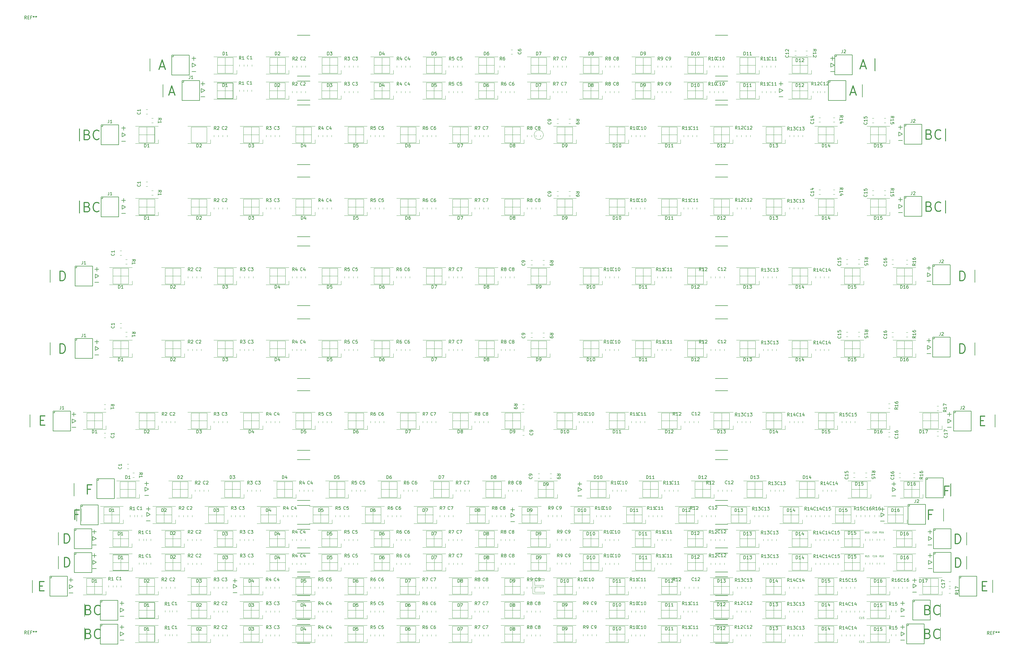
<source format=gbr>
G04 #@! TF.GenerationSoftware,KiCad,Pcbnew,(5.0.0-3-g5ebb6b6)*
G04 #@! TF.CreationDate,2019-02-22T00:56:02-08:00*
G04 #@! TF.ProjectId,Panel,50616E656C2E6B696361645F70636200,rev?*
G04 #@! TF.SameCoordinates,Original*
G04 #@! TF.FileFunction,Legend,Top*
G04 #@! TF.FilePolarity,Positive*
%FSLAX45Y45*%
G04 Gerber Fmt 4.5, Leading zero omitted, Abs format (unit mm)*
G04 Created by KiCad (PCBNEW (5.0.0-3-g5ebb6b6)) date Friday, February 22, 2019 at 12:56:02 AM*
%MOMM*%
%LPD*%
G01*
G04 APERTURE LIST*
%ADD10C,0.300000*%
%ADD11C,0.200000*%
%ADD12C,0.010000*%
%ADD13C,0.100000*%
%ADD14C,0.150000*%
%ADD15C,0.120000*%
G04 APERTURE END LIST*
D10*
X34132414Y-21158171D02*
X34232414Y-21158171D01*
X34275271Y-21315314D02*
X34132414Y-21315314D01*
X34132414Y-21015314D01*
X34275271Y-21015314D01*
X4058814Y-21158171D02*
X4158814Y-21158171D01*
X4201671Y-21315314D02*
X4058814Y-21315314D01*
X4058814Y-21015314D01*
X4201671Y-21015314D01*
D11*
X4999400Y-20963700D02*
X5126400Y-20963700D01*
X5062900Y-20900200D02*
X5062900Y-21027200D01*
X4999400Y-21382800D02*
X5126400Y-21382800D01*
X5012100Y-21116100D02*
X5012100Y-21243100D01*
X5012100Y-21116100D02*
X5126400Y-21179600D01*
X5126400Y-21179600D02*
X5012100Y-21243100D01*
X10231800Y-20989100D02*
X10358800Y-20989100D01*
X10295300Y-20925600D02*
X10295300Y-21052600D01*
X10231800Y-21370100D02*
X10358800Y-21370100D01*
X10244500Y-21103400D02*
X10244500Y-21230400D01*
X10244500Y-21103400D02*
X10358800Y-21166900D01*
X10358800Y-21166900D02*
X10244500Y-21230400D01*
X31910700Y-20976400D02*
X32037700Y-20976400D01*
X31974200Y-20912900D02*
X31974200Y-21039900D01*
X31910700Y-21357400D02*
X32037700Y-21357400D01*
X31923400Y-21090700D02*
X31923400Y-21217700D01*
X31923400Y-21090700D02*
X32037700Y-21154200D01*
X32037700Y-21154200D02*
X31923400Y-21217700D01*
D12*
X32230220Y-21167509D02*
X32730220Y-21167509D01*
X32480220Y-20917509D02*
X32480220Y-21417509D01*
X30563472Y-21167509D02*
X31063472Y-21167509D01*
X30813472Y-20917509D02*
X30813472Y-21417509D01*
X28896724Y-21167509D02*
X29396724Y-21167509D01*
X29146724Y-20917509D02*
X29146724Y-21417509D01*
X27229976Y-21167509D02*
X27729976Y-21167509D01*
X27479976Y-20917509D02*
X27479976Y-21417509D01*
X25563228Y-21167509D02*
X26063228Y-21167509D01*
X25813228Y-20917509D02*
X25813228Y-21417509D01*
X23896480Y-21167509D02*
X24396480Y-21167509D01*
X24146480Y-20917509D02*
X24146480Y-21417509D01*
X22229810Y-21167509D02*
X22729810Y-21167509D01*
X22479810Y-20917509D02*
X22479810Y-21417509D01*
X20563140Y-21167509D02*
X21063140Y-21167509D01*
X20813140Y-20917509D02*
X20813140Y-21417509D01*
X18896470Y-21167509D02*
X19396470Y-21167509D01*
X19146470Y-20917509D02*
X19146470Y-21417509D01*
X17229800Y-21167509D02*
X17729800Y-21167509D01*
X17479800Y-20917509D02*
X17479800Y-21417509D01*
X15563130Y-21167509D02*
X16063130Y-21167509D01*
X15813130Y-20917509D02*
X15813130Y-21417509D01*
X13896460Y-21167509D02*
X14396460Y-21167509D01*
X14146460Y-20917509D02*
X14146460Y-21417509D01*
X12229790Y-21167509D02*
X12729790Y-21167509D01*
X12479790Y-20917509D02*
X12479790Y-21417509D01*
X10563120Y-21167509D02*
X11063120Y-21167509D01*
X10813120Y-20917509D02*
X10813120Y-21417509D01*
X8896450Y-21167509D02*
X9396450Y-21167509D01*
X9146450Y-20917509D02*
X9146450Y-21417509D01*
X7229780Y-21167509D02*
X7729780Y-21167509D01*
X7479780Y-20917509D02*
X7479780Y-21417509D01*
X19790751Y-21407509D02*
X19790751Y-20927509D01*
X20168851Y-21407509D02*
X19790751Y-21407509D01*
X20168851Y-21354408D02*
X20168851Y-21407509D01*
X19855851Y-21354408D02*
X20168851Y-21354408D01*
X19855851Y-21184808D02*
X19855851Y-21354408D01*
X20134451Y-21184808D02*
X19855851Y-21184808D01*
X20134451Y-21132309D02*
X20134451Y-21184808D01*
X19855851Y-21132309D02*
X20134451Y-21132309D01*
X19855851Y-20980609D02*
X19855851Y-21132309D01*
X20154951Y-20980609D02*
X19855851Y-20980609D01*
X20154951Y-20927509D02*
X20154951Y-20980609D01*
X19790751Y-20927509D02*
X20154951Y-20927509D01*
X32727690Y-20917509D02*
X32727690Y-21417509D01*
X32227690Y-20917509D02*
X32727690Y-20917509D01*
X32227690Y-21417509D02*
X32227690Y-20917509D01*
X32727690Y-21417509D02*
X32227690Y-21417509D01*
X31061690Y-20917509D02*
X31061690Y-21417509D01*
X30561690Y-20917509D02*
X31061690Y-20917509D01*
X30561690Y-21417509D02*
X30561690Y-20917509D01*
X31061690Y-21417509D02*
X30561690Y-21417509D01*
X29395690Y-20917509D02*
X29395690Y-21417509D01*
X28895690Y-20917509D02*
X29395690Y-20917509D01*
X28895690Y-21417509D02*
X28895690Y-20917509D01*
X29395690Y-21417509D02*
X28895690Y-21417509D01*
X27729030Y-20917509D02*
X27729030Y-21417509D01*
X27229030Y-20917509D02*
X27729030Y-20917509D01*
X27229030Y-21417509D02*
X27229030Y-20917509D01*
X27729030Y-21417509D02*
X27229030Y-21417509D01*
X26062370Y-20917509D02*
X26062370Y-21417509D01*
X25562370Y-20917509D02*
X26062370Y-20917509D01*
X25562370Y-21417509D02*
X25562370Y-20917509D01*
X26062370Y-21417509D02*
X25562370Y-21417509D01*
X24395710Y-20917509D02*
X24395710Y-21417509D01*
X23895710Y-20917509D02*
X24395710Y-20917509D01*
X23895710Y-21417509D02*
X23895710Y-20917509D01*
X24395710Y-21417509D02*
X23895710Y-21417509D01*
X22729110Y-20917509D02*
X22729110Y-21417509D01*
X22229110Y-20917509D02*
X22729110Y-20917509D01*
X22229110Y-21417509D02*
X22229110Y-20917509D01*
X22729110Y-21417509D02*
X22229110Y-21417509D01*
X21062510Y-20917509D02*
X21062510Y-21417509D01*
X20562510Y-20917509D02*
X21062510Y-20917509D01*
X20562510Y-21417509D02*
X20562510Y-20917509D01*
X21062510Y-21417509D02*
X20562510Y-21417509D01*
X19395910Y-20917509D02*
X19395910Y-21417509D01*
X18895910Y-20917509D02*
X19395910Y-20917509D01*
X18895910Y-21417509D02*
X18895910Y-20917509D01*
X19395910Y-21417509D02*
X18895910Y-21417509D01*
X17729310Y-20917509D02*
X17729310Y-21417509D01*
X17229310Y-20917509D02*
X17729310Y-20917509D01*
X17229310Y-21417509D02*
X17229310Y-20917509D01*
X17729310Y-21417509D02*
X17229310Y-21417509D01*
X16062710Y-20917509D02*
X16062710Y-21417509D01*
X15562710Y-20917509D02*
X16062710Y-20917509D01*
X15562710Y-21417509D02*
X15562710Y-20917509D01*
X16062710Y-21417509D02*
X15562710Y-21417509D01*
X14396110Y-20917509D02*
X14396110Y-21417509D01*
X13896110Y-20917509D02*
X14396110Y-20917509D01*
X13896110Y-21417509D02*
X13896110Y-20917509D01*
X14396110Y-21417509D02*
X13896110Y-21417509D01*
X12729510Y-20917509D02*
X12729510Y-21417509D01*
X12229510Y-20917509D02*
X12729510Y-20917509D01*
X12229510Y-21417509D02*
X12229510Y-20917509D01*
X12729510Y-21417509D02*
X12229510Y-21417509D01*
X11062910Y-20917509D02*
X11062910Y-21417509D01*
X10562910Y-20917509D02*
X11062910Y-20917509D01*
X10562910Y-21417509D02*
X10562910Y-20917509D01*
X11062910Y-21417509D02*
X10562910Y-21417509D01*
X9396310Y-20917509D02*
X9396310Y-21417509D01*
X8896310Y-20917509D02*
X9396310Y-20917509D01*
X8896310Y-21417509D02*
X8896310Y-20917509D01*
X9396310Y-21417509D02*
X8896310Y-21417509D01*
X7729710Y-20917509D02*
X7729710Y-21417509D01*
X7229710Y-20917509D02*
X7729710Y-20917509D01*
X7229710Y-21417509D02*
X7229710Y-20917509D01*
X7729710Y-21417509D02*
X7229710Y-21417509D01*
X6063110Y-20917509D02*
X6063110Y-21417509D01*
X5563110Y-20917509D02*
X6063110Y-20917509D01*
X5563110Y-21417509D02*
X5563110Y-20917509D01*
X6063110Y-21417509D02*
X5563110Y-21417509D01*
X9148480Y-8803381D02*
X9148480Y-9303381D01*
X8898480Y-9053381D02*
X9398480Y-9053381D01*
X7129094Y-17823363D02*
X7129094Y-18324308D01*
X30715814Y-4707086D02*
X30715814Y-4308450D01*
X30303068Y-5137477D02*
X30303068Y-5536114D01*
X32963011Y-6545057D02*
X32963011Y-6947225D01*
X32963011Y-8852225D02*
X32963011Y-9250861D01*
X33901401Y-11459253D02*
X33901401Y-11058852D01*
X33901401Y-13378361D02*
X33901401Y-13777002D01*
X34543455Y-15685533D02*
X34543455Y-16084174D01*
X33135873Y-17879809D02*
X33135873Y-18278450D01*
X32899511Y-18687667D02*
X32899511Y-19086307D01*
X33636818Y-19446141D02*
X33636818Y-19844780D01*
X33636818Y-20208140D02*
X33636818Y-20606779D01*
X34469373Y-20973668D02*
X34469373Y-21372307D01*
X32800734Y-22130779D02*
X32800734Y-21732141D01*
X32800734Y-22490613D02*
X32800734Y-22889251D01*
X7584181Y-4707086D02*
X7584181Y-4308450D01*
X7996927Y-5137477D02*
X7996927Y-5536114D01*
X5336984Y-6545057D02*
X5336984Y-6947225D01*
X5336984Y-8852225D02*
X5336984Y-9250861D01*
X4398594Y-11459253D02*
X4398594Y-11058852D01*
X4398594Y-13378361D02*
X4398594Y-13777002D01*
X3756540Y-15685533D02*
X3756540Y-16084174D01*
X5164122Y-17879809D02*
X5164122Y-18278450D01*
X5400484Y-18687667D02*
X5400484Y-19086307D01*
X4663177Y-19446141D02*
X4663177Y-19844780D01*
X4663177Y-20208140D02*
X4663177Y-20606779D01*
X3830623Y-20973668D02*
X3830623Y-21372307D01*
X5499261Y-22130779D02*
X5499261Y-21732141D01*
X5499261Y-22490613D02*
X5499261Y-22889251D01*
X9729067Y-5335030D02*
X10230011Y-5335030D01*
X9979539Y-5088086D02*
X9979539Y-5585501D01*
X9729067Y-5589030D02*
X9729067Y-5088086D01*
X10230011Y-5589030D02*
X9729067Y-5589030D01*
X10230011Y-5088086D02*
X10230011Y-5589030D01*
X9729067Y-5088086D02*
X10230011Y-5088086D01*
X6398844Y-11258169D02*
X6899789Y-11258169D01*
X6649317Y-11007696D02*
X6649317Y-11505113D01*
X6398844Y-11508641D02*
X6398844Y-11007696D01*
X6899789Y-11508641D02*
X6398844Y-11508641D01*
X6899789Y-11007696D02*
X6899789Y-11508641D01*
X6398844Y-11007696D02*
X6899789Y-11007696D01*
X7231400Y-22691697D02*
X7728817Y-22691697D01*
X7478345Y-22441223D02*
X7478345Y-22942168D01*
X7231400Y-22942168D02*
X7231400Y-22441223D01*
X7732345Y-22942168D02*
X7231400Y-22942168D01*
X7732345Y-22441223D02*
X7732345Y-22942168D01*
X7231400Y-22441223D02*
X7732345Y-22441223D01*
X7231400Y-21929695D02*
X7728817Y-21929695D01*
X7478345Y-21682751D02*
X7478345Y-22180169D01*
X7231400Y-22183696D02*
X7231400Y-21682751D01*
X7732345Y-22183696D02*
X7231400Y-22183696D01*
X7732345Y-21682751D02*
X7732345Y-22183696D01*
X7231400Y-21682751D02*
X7732345Y-21682751D01*
X7231400Y-9053308D02*
X7732344Y-9053308D01*
X7481873Y-8802835D02*
X7481873Y-9300252D01*
X7231400Y-9303780D02*
X7231400Y-8802835D01*
X7732345Y-9303780D02*
X7231400Y-9303780D01*
X7732345Y-8802835D02*
X7732345Y-9303780D01*
X7231400Y-8802835D02*
X7732345Y-8802835D01*
X7231400Y-6746141D02*
X7732344Y-6746141D01*
X7481873Y-6495669D02*
X7481873Y-6996612D01*
X7231400Y-6996613D02*
X7231400Y-6495669D01*
X7732345Y-6996613D02*
X7231400Y-6996613D01*
X7732345Y-6495669D02*
X7732345Y-6996613D01*
X7231400Y-6495669D02*
X7732345Y-6495669D01*
X9732594Y-4527168D02*
X10233539Y-4527168D01*
X9983067Y-4276697D02*
X9983067Y-4777640D01*
X9732594Y-4777642D02*
X9732594Y-4276697D01*
X10233539Y-4777642D02*
X9732594Y-4777642D01*
X10233539Y-4276697D02*
X10233539Y-4777642D01*
X9732594Y-4276697D02*
X10233539Y-4276697D01*
X6878622Y-17823363D02*
X6878622Y-18324308D01*
X5562761Y-21418170D02*
X5562761Y-20917225D01*
X6063706Y-21418170D02*
X5562761Y-21418170D01*
X6063706Y-20917225D02*
X6063706Y-21418170D01*
X5562761Y-20917225D02*
X6063706Y-20917225D01*
X5566289Y-15879556D02*
X6063706Y-15879556D01*
X5816761Y-15632612D02*
X5816761Y-16130030D01*
X5566289Y-16133557D02*
X5566289Y-15632612D01*
X6067233Y-16133557D02*
X5566289Y-16133557D01*
X6067233Y-15632612D02*
X6067233Y-16133557D01*
X5566289Y-15632612D02*
X6067233Y-15632612D01*
X6398844Y-20405697D02*
X6899789Y-20405697D01*
X6649317Y-20158753D02*
X6649317Y-20656168D01*
X6398844Y-20659698D02*
X6398844Y-20158753D01*
X6899789Y-20659698D02*
X6398844Y-20659698D01*
X6899789Y-20158753D02*
X6899789Y-20659698D01*
X6398844Y-20158753D02*
X6899789Y-20158753D01*
X6395316Y-19647225D02*
X6896261Y-19647225D01*
X6645789Y-19396751D02*
X6645789Y-19897696D01*
X6395316Y-19897696D02*
X6395316Y-19396751D01*
X6896261Y-19897696D02*
X6395316Y-19897696D01*
X6896261Y-19396751D02*
X6896261Y-19897696D01*
X6395316Y-19396751D02*
X6896261Y-19396751D01*
X5562761Y-21167696D02*
X6063706Y-21167696D01*
X5813233Y-20917225D02*
X5813233Y-21418168D01*
X6113094Y-19135697D02*
X6113094Y-18634752D01*
X6398844Y-13575918D02*
X6899789Y-13575918D01*
X6649317Y-13325447D02*
X6649317Y-13826391D01*
X6398844Y-13826391D02*
X6398844Y-13325447D01*
X6899789Y-13826391D02*
X6398844Y-13826391D01*
X6899789Y-13325447D02*
X6899789Y-13826391D01*
X6398844Y-13325447D02*
X6899789Y-13325447D01*
X6614039Y-19135697D02*
X6113094Y-19135697D01*
X6614039Y-18634752D02*
X6614039Y-19135697D01*
X6113094Y-18634752D02*
X6614039Y-18634752D01*
X6113094Y-18885224D02*
X6614039Y-18885224D01*
X6363567Y-18634752D02*
X6363567Y-19135697D01*
X7129094Y-18324308D02*
X6628150Y-18324308D01*
X6628150Y-17823363D02*
X7129094Y-17823363D01*
X6628150Y-18324308D02*
X6628150Y-17823363D01*
X6628150Y-18073835D02*
X7129094Y-18073835D01*
D10*
X32438228Y-6729171D02*
X32481086Y-6743457D01*
X32495371Y-6757743D01*
X32509657Y-6786314D01*
X32509657Y-6829171D01*
X32495371Y-6857743D01*
X32481086Y-6872028D01*
X32452514Y-6886314D01*
X32338228Y-6886314D01*
X32338228Y-6586314D01*
X32438228Y-6586314D01*
X32466800Y-6600600D01*
X32481086Y-6614886D01*
X32495371Y-6643457D01*
X32495371Y-6672028D01*
X32481086Y-6700600D01*
X32466800Y-6714886D01*
X32438228Y-6729171D01*
X32338228Y-6729171D01*
X32809657Y-6857743D02*
X32795371Y-6872028D01*
X32752514Y-6886314D01*
X32723943Y-6886314D01*
X32681086Y-6872028D01*
X32652514Y-6843457D01*
X32638228Y-6814886D01*
X32623943Y-6757743D01*
X32623943Y-6714886D01*
X32638228Y-6657743D01*
X32652514Y-6629171D01*
X32681086Y-6600600D01*
X32723943Y-6586314D01*
X32752514Y-6586314D01*
X32795371Y-6600600D01*
X32809657Y-6614886D01*
D12*
X26060810Y-22941695D02*
X25560810Y-22941695D01*
X25560810Y-22941695D02*
X25560810Y-22441695D01*
X25560810Y-22441695D02*
X26060810Y-22441695D01*
X26060810Y-22441695D02*
X26060810Y-22941695D01*
X7728210Y-22941695D02*
X7228210Y-22941695D01*
X7228210Y-22941695D02*
X7228210Y-22441695D01*
X7228210Y-22441695D02*
X7728210Y-22441695D01*
X7728210Y-22441695D02*
X7728210Y-22941695D01*
X9394810Y-22941695D02*
X8894810Y-22941695D01*
X8894810Y-22941695D02*
X8894810Y-22441695D01*
X8894810Y-22441695D02*
X9394810Y-22441695D01*
X9394810Y-22441695D02*
X9394810Y-22941695D01*
X11061410Y-22941695D02*
X10561410Y-22941695D01*
X10561410Y-22941695D02*
X10561410Y-22441695D01*
X10561410Y-22441695D02*
X11061410Y-22441695D01*
X11061410Y-22441695D02*
X11061410Y-22941695D01*
X12728010Y-22941695D02*
X12228010Y-22941695D01*
X12228010Y-22941695D02*
X12228010Y-22441695D01*
X12228010Y-22441695D02*
X12728010Y-22441695D01*
X12728010Y-22441695D02*
X12728010Y-22941695D01*
X14394610Y-22941695D02*
X13894610Y-22941695D01*
X13894610Y-22941695D02*
X13894610Y-22441695D01*
X13894610Y-22441695D02*
X14394610Y-22441695D01*
X14394610Y-22441695D02*
X14394610Y-22941695D01*
X16061210Y-22941695D02*
X15561210Y-22941695D01*
X15561210Y-22941695D02*
X15561210Y-22441695D01*
X15561210Y-22441695D02*
X16061210Y-22441695D01*
X16061210Y-22441695D02*
X16061210Y-22941695D01*
X17727810Y-22941695D02*
X17227810Y-22941695D01*
X17227810Y-22941695D02*
X17227810Y-22441695D01*
X17227810Y-22441695D02*
X17727810Y-22441695D01*
X17727810Y-22441695D02*
X17727810Y-22941695D01*
X19394410Y-22941695D02*
X18894410Y-22941695D01*
X18894410Y-22941695D02*
X18894410Y-22441695D01*
X18894410Y-22441695D02*
X19394410Y-22441695D01*
X19394410Y-22441695D02*
X19394410Y-22941695D01*
X21061010Y-22941695D02*
X20561010Y-22941695D01*
X20561010Y-22941695D02*
X20561010Y-22441695D01*
X20561010Y-22441695D02*
X21061010Y-22441695D01*
X21061010Y-22441695D02*
X21061010Y-22941695D01*
X22727610Y-22941695D02*
X22227610Y-22941695D01*
X22227610Y-22941695D02*
X22227610Y-22441695D01*
X22227610Y-22441695D02*
X22727610Y-22441695D01*
X22727610Y-22441695D02*
X22727610Y-22941695D01*
X24394210Y-22941695D02*
X23894210Y-22941695D01*
X23894210Y-22941695D02*
X23894210Y-22441695D01*
X23894210Y-22441695D02*
X24394210Y-22441695D01*
X24394210Y-22441695D02*
X24394210Y-22941695D01*
X27727470Y-22941695D02*
X27227470Y-22941695D01*
X27227470Y-22941695D02*
X27227470Y-22441695D01*
X27227470Y-22441695D02*
X27727470Y-22441695D01*
X27727470Y-22441695D02*
X27727470Y-22941695D01*
X29394130Y-22941695D02*
X28894130Y-22941695D01*
X28894130Y-22941695D02*
X28894130Y-22441695D01*
X28894130Y-22441695D02*
X29394130Y-22441695D01*
X29394130Y-22441695D02*
X29394130Y-22941695D01*
X31060790Y-22941695D02*
X30560790Y-22941695D01*
X30560790Y-22941695D02*
X30560790Y-22441695D01*
X30560790Y-22441695D02*
X31060790Y-22441695D01*
X31060790Y-22441695D02*
X31060790Y-22941695D01*
X9144880Y-22441695D02*
X9144880Y-22941695D01*
X8894880Y-22691695D02*
X9394880Y-22691695D01*
X10811550Y-22441695D02*
X10811550Y-22941695D01*
X10561550Y-22691695D02*
X11061550Y-22691695D01*
X12478220Y-22441695D02*
X12478220Y-22941695D01*
X12228220Y-22691695D02*
X12728220Y-22691695D01*
X14144890Y-22441695D02*
X14144890Y-22941695D01*
X13894890Y-22691695D02*
X14394890Y-22691695D01*
X15811560Y-22441695D02*
X15811560Y-22941695D01*
X15561560Y-22691695D02*
X16061560Y-22691695D01*
X17478230Y-22441695D02*
X17478230Y-22941695D01*
X17228230Y-22691695D02*
X17728230Y-22691695D01*
X19144900Y-22441695D02*
X19144900Y-22941695D01*
X18894900Y-22691695D02*
X19394900Y-22691695D01*
X20811570Y-22441695D02*
X20811570Y-22941695D01*
X20561570Y-22691695D02*
X21061570Y-22691695D01*
X22478240Y-22441695D02*
X22478240Y-22941695D01*
X22228240Y-22691695D02*
X22728240Y-22691695D01*
X24144910Y-22441695D02*
X24144910Y-22941695D01*
X23894910Y-22691695D02*
X24394910Y-22691695D01*
X25811580Y-22441695D02*
X25811580Y-22941695D01*
X25561580Y-22691695D02*
X26061580Y-22691695D01*
X27478328Y-22441695D02*
X27478328Y-22941695D01*
X27228328Y-22691695D02*
X27728328Y-22691695D01*
X29145076Y-22441695D02*
X29145076Y-22941695D01*
X28895076Y-22691695D02*
X29395076Y-22691695D01*
X30811824Y-22441695D02*
X30811824Y-22941695D01*
X30561824Y-22691695D02*
X31061824Y-22691695D01*
D11*
X31543800Y-22625600D02*
X31543800Y-22752600D01*
X31543800Y-22625600D02*
X31658100Y-22689100D01*
X31658100Y-22689100D02*
X31543800Y-22752600D01*
X31531100Y-22892300D02*
X31658100Y-22892300D01*
X31594600Y-22409700D02*
X31594600Y-22536700D01*
X31531100Y-22473200D02*
X31658100Y-22473200D01*
X6639100Y-22625600D02*
X6639100Y-22752600D01*
X6639100Y-22625600D02*
X6753400Y-22689100D01*
X6753400Y-22689100D02*
X6639100Y-22752600D01*
X6626400Y-22892300D02*
X6753400Y-22892300D01*
X6689900Y-22409700D02*
X6689900Y-22536700D01*
X6626400Y-22473200D02*
X6753400Y-22473200D01*
D10*
X5625028Y-22680171D02*
X5667886Y-22694457D01*
X5682171Y-22708743D01*
X5696457Y-22737314D01*
X5696457Y-22780171D01*
X5682171Y-22808743D01*
X5667886Y-22823028D01*
X5639314Y-22837314D01*
X5525029Y-22837314D01*
X5525029Y-22537314D01*
X5625028Y-22537314D01*
X5653600Y-22551600D01*
X5667886Y-22565886D01*
X5682171Y-22594457D01*
X5682171Y-22623028D01*
X5667886Y-22651600D01*
X5653600Y-22665886D01*
X5625028Y-22680171D01*
X5525029Y-22680171D01*
X5996457Y-22808743D02*
X5982171Y-22823028D01*
X5939314Y-22837314D01*
X5910743Y-22837314D01*
X5867886Y-22823028D01*
X5839314Y-22794457D01*
X5825028Y-22765886D01*
X5810743Y-22708743D01*
X5810743Y-22665886D01*
X5825028Y-22608743D01*
X5839314Y-22580171D01*
X5867886Y-22551600D01*
X5910743Y-22537314D01*
X5939314Y-22537314D01*
X5982171Y-22551600D01*
X5996457Y-22565886D01*
X32396628Y-22680171D02*
X32439486Y-22694457D01*
X32453771Y-22708743D01*
X32468057Y-22737314D01*
X32468057Y-22780171D01*
X32453771Y-22808743D01*
X32439486Y-22823028D01*
X32410914Y-22837314D01*
X32296628Y-22837314D01*
X32296628Y-22537314D01*
X32396628Y-22537314D01*
X32425200Y-22551600D01*
X32439486Y-22565886D01*
X32453771Y-22594457D01*
X32453771Y-22623028D01*
X32439486Y-22651600D01*
X32425200Y-22665886D01*
X32396628Y-22680171D01*
X32296628Y-22680171D01*
X32768057Y-22808743D02*
X32753771Y-22823028D01*
X32710914Y-22837314D01*
X32682343Y-22837314D01*
X32639486Y-22823028D01*
X32610914Y-22794457D01*
X32596628Y-22765886D01*
X32582343Y-22708743D01*
X32582343Y-22665886D01*
X32596628Y-22608743D01*
X32610914Y-22580171D01*
X32639486Y-22551600D01*
X32682343Y-22537314D01*
X32710914Y-22537314D01*
X32753771Y-22551600D01*
X32768057Y-22565886D01*
D12*
X6899210Y-20655710D02*
X6399210Y-20655710D01*
X6399210Y-20655710D02*
X6399210Y-20155710D01*
X6399210Y-20155710D02*
X6899210Y-20155710D01*
X6899210Y-20155710D02*
X6899210Y-20655710D01*
X8565810Y-20655710D02*
X8065810Y-20655710D01*
X8065810Y-20655710D02*
X8065810Y-20155710D01*
X8065810Y-20155710D02*
X8565810Y-20155710D01*
X8565810Y-20155710D02*
X8565810Y-20655710D01*
X10232410Y-20655710D02*
X9732410Y-20655710D01*
X9732410Y-20655710D02*
X9732410Y-20155710D01*
X9732410Y-20155710D02*
X10232410Y-20155710D01*
X10232410Y-20155710D02*
X10232410Y-20655710D01*
X11899010Y-20655710D02*
X11399010Y-20655710D01*
X11399010Y-20655710D02*
X11399010Y-20155710D01*
X11399010Y-20155710D02*
X11899010Y-20155710D01*
X11899010Y-20155710D02*
X11899010Y-20655710D01*
X13565610Y-20655710D02*
X13065610Y-20655710D01*
X13065610Y-20655710D02*
X13065610Y-20155710D01*
X13065610Y-20155710D02*
X13565610Y-20155710D01*
X13565610Y-20155710D02*
X13565610Y-20655710D01*
X15232210Y-20655710D02*
X14732210Y-20655710D01*
X14732210Y-20655710D02*
X14732210Y-20155710D01*
X14732210Y-20155710D02*
X15232210Y-20155710D01*
X15232210Y-20155710D02*
X15232210Y-20655710D01*
X16898810Y-20655710D02*
X16398810Y-20655710D01*
X16398810Y-20655710D02*
X16398810Y-20155710D01*
X16398810Y-20155710D02*
X16898810Y-20155710D01*
X16898810Y-20155710D02*
X16898810Y-20655710D01*
X18565410Y-20655710D02*
X18065410Y-20655710D01*
X18065410Y-20655710D02*
X18065410Y-20155710D01*
X18065410Y-20155710D02*
X18565410Y-20155710D01*
X18565410Y-20155710D02*
X18565410Y-20655710D01*
X20232010Y-20655710D02*
X19732010Y-20655710D01*
X19732010Y-20655710D02*
X19732010Y-20155710D01*
X19732010Y-20155710D02*
X20232010Y-20155710D01*
X20232010Y-20155710D02*
X20232010Y-20655710D01*
X21898610Y-20655710D02*
X21398610Y-20655710D01*
X21398610Y-20655710D02*
X21398610Y-20155710D01*
X21398610Y-20155710D02*
X21898610Y-20155710D01*
X21898610Y-20155710D02*
X21898610Y-20655710D01*
X23565210Y-20655710D02*
X23065210Y-20655710D01*
X23065210Y-20655710D02*
X23065210Y-20155710D01*
X23065210Y-20155710D02*
X23565210Y-20155710D01*
X23565210Y-20155710D02*
X23565210Y-20655710D01*
X25231810Y-20655710D02*
X24731810Y-20655710D01*
X24731810Y-20655710D02*
X24731810Y-20155710D01*
X24731810Y-20155710D02*
X25231810Y-20155710D01*
X25231810Y-20155710D02*
X25231810Y-20655710D01*
X26898470Y-20655710D02*
X26398470Y-20655710D01*
X26398470Y-20655710D02*
X26398470Y-20155710D01*
X26398470Y-20155710D02*
X26898470Y-20155710D01*
X26898470Y-20155710D02*
X26898470Y-20655710D01*
X28565130Y-20655710D02*
X28065130Y-20655710D01*
X28065130Y-20655710D02*
X28065130Y-20155710D01*
X28065130Y-20155710D02*
X28565130Y-20155710D01*
X28565130Y-20155710D02*
X28565130Y-20655710D01*
X30231790Y-20655710D02*
X29731790Y-20655710D01*
X29731790Y-20655710D02*
X29731790Y-20155710D01*
X29731790Y-20155710D02*
X30231790Y-20155710D01*
X30231790Y-20155710D02*
X30231790Y-20655710D01*
X31897790Y-20655710D02*
X31397790Y-20655710D01*
X31397790Y-20655710D02*
X31397790Y-20155710D01*
X31397790Y-20155710D02*
X31897790Y-20155710D01*
X31897790Y-20155710D02*
X31897790Y-20655710D01*
X8315880Y-20155710D02*
X8315880Y-20655710D01*
X8065880Y-20405710D02*
X8565880Y-20405710D01*
X9982550Y-20155710D02*
X9982550Y-20655710D01*
X9732550Y-20405710D02*
X10232550Y-20405710D01*
X11649220Y-20155710D02*
X11649220Y-20655710D01*
X11399220Y-20405710D02*
X11899220Y-20405710D01*
X13315890Y-20155710D02*
X13315890Y-20655710D01*
X13065890Y-20405710D02*
X13565890Y-20405710D01*
X14982560Y-20155710D02*
X14982560Y-20655710D01*
X14732560Y-20405710D02*
X15232560Y-20405710D01*
X16649230Y-20155710D02*
X16649230Y-20655710D01*
X16399230Y-20405710D02*
X16899230Y-20405710D01*
X18315900Y-20155710D02*
X18315900Y-20655710D01*
X18065900Y-20405710D02*
X18565900Y-20405710D01*
X19982570Y-20155710D02*
X19982570Y-20655710D01*
X19732570Y-20405710D02*
X20232570Y-20405710D01*
X21649240Y-20155710D02*
X21649240Y-20655710D01*
X21399240Y-20405710D02*
X21899240Y-20405710D01*
X23315910Y-20155710D02*
X23315910Y-20655710D01*
X23065910Y-20405710D02*
X23565910Y-20405710D01*
X24982580Y-20155710D02*
X24982580Y-20655710D01*
X24732580Y-20405710D02*
X25232580Y-20405710D01*
X26649328Y-20155710D02*
X26649328Y-20655710D01*
X26399328Y-20405710D02*
X26899328Y-20405710D01*
X28316076Y-20155710D02*
X28316076Y-20655710D01*
X28066076Y-20405710D02*
X28566076Y-20405710D01*
X29982824Y-20155710D02*
X29982824Y-20655710D01*
X29732824Y-20405710D02*
X30232824Y-20405710D01*
X31649572Y-20155710D02*
X31649572Y-20655710D01*
X31399572Y-20405710D02*
X31899572Y-20405710D01*
D11*
X32416600Y-20337200D02*
X32416600Y-20464200D01*
X32416600Y-20337200D02*
X32530900Y-20400700D01*
X32530900Y-20400700D02*
X32416600Y-20464200D01*
X32403900Y-20603900D02*
X32530900Y-20603900D01*
X32467400Y-20121300D02*
X32467400Y-20248300D01*
X32403900Y-20184800D02*
X32530900Y-20184800D01*
X5759300Y-20337200D02*
X5759300Y-20464200D01*
X5759300Y-20337200D02*
X5873600Y-20400700D01*
X5873600Y-20400700D02*
X5759300Y-20464200D01*
X5746600Y-20603900D02*
X5873600Y-20603900D01*
X5810100Y-20121300D02*
X5810100Y-20248300D01*
X5746600Y-20184800D02*
X5873600Y-20184800D01*
D10*
X4855229Y-20549114D02*
X4855229Y-20249114D01*
X4926657Y-20249114D01*
X4969514Y-20263400D01*
X4998086Y-20291971D01*
X5012371Y-20320543D01*
X5026657Y-20377686D01*
X5026657Y-20420543D01*
X5012371Y-20477686D01*
X4998086Y-20506257D01*
X4969514Y-20534829D01*
X4926657Y-20549114D01*
X4855229Y-20549114D01*
X33277828Y-20561814D02*
X33277828Y-20261814D01*
X33349257Y-20261814D01*
X33392114Y-20276100D01*
X33420686Y-20304671D01*
X33434971Y-20333243D01*
X33449257Y-20390386D01*
X33449257Y-20433243D01*
X33434971Y-20490386D01*
X33420686Y-20518957D01*
X33392114Y-20547529D01*
X33349257Y-20561814D01*
X33277828Y-20561814D01*
D12*
X6899210Y-13825867D02*
X6399210Y-13825867D01*
X6399210Y-13825867D02*
X6399210Y-13325867D01*
X6399210Y-13325867D02*
X6899210Y-13325867D01*
X6899210Y-13325867D02*
X6899210Y-13825867D01*
X8565880Y-13825867D02*
X8065880Y-13825867D01*
X8065880Y-13825867D02*
X8065880Y-13325867D01*
X8065880Y-13325867D02*
X8565880Y-13325867D01*
X8565880Y-13325867D02*
X8565880Y-13825867D01*
X10232550Y-13825867D02*
X9732550Y-13825867D01*
X9732550Y-13825867D02*
X9732550Y-13325867D01*
X9732550Y-13325867D02*
X10232550Y-13325867D01*
X10232550Y-13325867D02*
X10232550Y-13825867D01*
X11899220Y-13825867D02*
X11399220Y-13825867D01*
X11399220Y-13825867D02*
X11399220Y-13325867D01*
X11399220Y-13325867D02*
X11899220Y-13325867D01*
X11899220Y-13325867D02*
X11899220Y-13825867D01*
X13565890Y-13825867D02*
X13065890Y-13825867D01*
X13065890Y-13825867D02*
X13065890Y-13325867D01*
X13065890Y-13325867D02*
X13565890Y-13325867D01*
X13565890Y-13325867D02*
X13565890Y-13825867D01*
X15232560Y-13825867D02*
X14732560Y-13825867D01*
X14732560Y-13825867D02*
X14732560Y-13325867D01*
X14732560Y-13325867D02*
X15232560Y-13325867D01*
X15232560Y-13325867D02*
X15232560Y-13825867D01*
X16899230Y-13825867D02*
X16399230Y-13825867D01*
X16399230Y-13825867D02*
X16399230Y-13325867D01*
X16399230Y-13325867D02*
X16899230Y-13325867D01*
X16899230Y-13325867D02*
X16899230Y-13825867D01*
X18565900Y-13825867D02*
X18065900Y-13825867D01*
X18065900Y-13825867D02*
X18065900Y-13325867D01*
X18065900Y-13325867D02*
X18565900Y-13325867D01*
X18565900Y-13325867D02*
X18565900Y-13825867D01*
X20232570Y-13825867D02*
X19732570Y-13825867D01*
X19732570Y-13825867D02*
X19732570Y-13325867D01*
X19732570Y-13325867D02*
X20232570Y-13325867D01*
X20232570Y-13325867D02*
X20232570Y-13825867D01*
X21899240Y-13825867D02*
X21399240Y-13825867D01*
X21399240Y-13825867D02*
X21399240Y-13325867D01*
X21399240Y-13325867D02*
X21899240Y-13325867D01*
X21899240Y-13325867D02*
X21899240Y-13825867D01*
X23565910Y-13825867D02*
X23065910Y-13825867D01*
X23065910Y-13825867D02*
X23065910Y-13325867D01*
X23065910Y-13325867D02*
X23565910Y-13325867D01*
X23565910Y-13325867D02*
X23565910Y-13825867D01*
X25232580Y-13825867D02*
X24732580Y-13825867D01*
X24732580Y-13825867D02*
X24732580Y-13325867D01*
X24732580Y-13325867D02*
X25232580Y-13325867D01*
X25232580Y-13325867D02*
X25232580Y-13825867D01*
X26899250Y-13825867D02*
X26399250Y-13825867D01*
X26399250Y-13825867D02*
X26399250Y-13325867D01*
X26399250Y-13325867D02*
X26899250Y-13325867D01*
X26899250Y-13325867D02*
X26899250Y-13825867D01*
X28565920Y-13825867D02*
X28065920Y-13825867D01*
X28065920Y-13825867D02*
X28065920Y-13325867D01*
X28065920Y-13325867D02*
X28565920Y-13325867D01*
X28565920Y-13325867D02*
X28565920Y-13825867D01*
X30232590Y-13825867D02*
X29732590Y-13825867D01*
X29732590Y-13825867D02*
X29732590Y-13325867D01*
X29732590Y-13325867D02*
X30232590Y-13325867D01*
X30232590Y-13325867D02*
X30232590Y-13825867D01*
X31899260Y-13825867D02*
X31399260Y-13825867D01*
X31399260Y-13825867D02*
X31399260Y-13325867D01*
X31399260Y-13325867D02*
X31899260Y-13325867D01*
X31899260Y-13325867D02*
X31899260Y-13825867D01*
X8315880Y-13325867D02*
X8315880Y-13825867D01*
X8065880Y-13575867D02*
X8565880Y-13575867D01*
X9982550Y-13325867D02*
X9982550Y-13825867D01*
X9732550Y-13575867D02*
X10232550Y-13575867D01*
X11649220Y-13325867D02*
X11649220Y-13825867D01*
X11399220Y-13575867D02*
X11899220Y-13575867D01*
X13315890Y-13325867D02*
X13315890Y-13825867D01*
X13065890Y-13575867D02*
X13565890Y-13575867D01*
X14982560Y-13325867D02*
X14982560Y-13825867D01*
X14732560Y-13575867D02*
X15232560Y-13575867D01*
X16649230Y-13325867D02*
X16649230Y-13825867D01*
X16399230Y-13575867D02*
X16899230Y-13575867D01*
X18315900Y-13325867D02*
X18315900Y-13825867D01*
X18065900Y-13575867D02*
X18565900Y-13575867D01*
X19982570Y-13325867D02*
X19982570Y-13825867D01*
X19732570Y-13575867D02*
X20232570Y-13575867D01*
X21649240Y-13325867D02*
X21649240Y-13825867D01*
X21399240Y-13575867D02*
X21899240Y-13575867D01*
X23315910Y-13325867D02*
X23315910Y-13825867D01*
X23065910Y-13575867D02*
X23565910Y-13575867D01*
X24982580Y-13325867D02*
X24982580Y-13825867D01*
X24732580Y-13575867D02*
X25232580Y-13575867D01*
X26649328Y-13325867D02*
X26649328Y-13825867D01*
X26399328Y-13575867D02*
X26899328Y-13575867D01*
X28316076Y-13325867D02*
X28316076Y-13825867D01*
X28066076Y-13575867D02*
X28566076Y-13575867D01*
X29982824Y-13325867D02*
X29982824Y-13825867D01*
X29732824Y-13575867D02*
X30232824Y-13575867D01*
X31649572Y-13325867D02*
X31649572Y-13825867D01*
X31399572Y-13575867D02*
X31899572Y-13575867D01*
D11*
X32378500Y-13473300D02*
X32378500Y-13600300D01*
X32378500Y-13473300D02*
X32492800Y-13536800D01*
X32492800Y-13536800D02*
X32378500Y-13600300D01*
X32365800Y-13740000D02*
X32492800Y-13740000D01*
X32429300Y-13257400D02*
X32429300Y-13384400D01*
X32365800Y-13320900D02*
X32492800Y-13320900D01*
X5835500Y-13511400D02*
X5835500Y-13638400D01*
X5835500Y-13511400D02*
X5949800Y-13574900D01*
X5949800Y-13574900D02*
X5835500Y-13638400D01*
X5822800Y-13778100D02*
X5949800Y-13778100D01*
X5886300Y-13295500D02*
X5886300Y-13422500D01*
X5822800Y-13359000D02*
X5949800Y-13359000D01*
D10*
X4715529Y-13723314D02*
X4715529Y-13423314D01*
X4786957Y-13423314D01*
X4829814Y-13437600D01*
X4858386Y-13466171D01*
X4872671Y-13494743D01*
X4886957Y-13551886D01*
X4886957Y-13594743D01*
X4872671Y-13651886D01*
X4858386Y-13680457D01*
X4829814Y-13709028D01*
X4786957Y-13723314D01*
X4715529Y-13723314D01*
X33417528Y-13723314D02*
X33417528Y-13423314D01*
X33488957Y-13423314D01*
X33531814Y-13437600D01*
X33560386Y-13466171D01*
X33574671Y-13494743D01*
X33588957Y-13551886D01*
X33588957Y-13594743D01*
X33574671Y-13651886D01*
X33560386Y-13680457D01*
X33531814Y-13709028D01*
X33488957Y-13723314D01*
X33417528Y-13723314D01*
D12*
X7731810Y-9303381D02*
X7231810Y-9303381D01*
X7231810Y-9303381D02*
X7231810Y-8803381D01*
X7231810Y-8803381D02*
X7731810Y-8803381D01*
X7731810Y-8803381D02*
X7731810Y-9303381D01*
X9398480Y-9303381D02*
X8898480Y-9303381D01*
X8898480Y-9303381D02*
X8898480Y-8803381D01*
X8898480Y-8803381D02*
X9398480Y-8803381D01*
X9398480Y-8803381D02*
X9398480Y-9303381D01*
X11065150Y-9303381D02*
X10565150Y-9303381D01*
X10565150Y-9303381D02*
X10565150Y-8803381D01*
X10565150Y-8803381D02*
X11065150Y-8803381D01*
X11065150Y-8803381D02*
X11065150Y-9303381D01*
X12731820Y-9303381D02*
X12231820Y-9303381D01*
X12231820Y-9303381D02*
X12231820Y-8803381D01*
X12231820Y-8803381D02*
X12731820Y-8803381D01*
X12731820Y-8803381D02*
X12731820Y-9303381D01*
X14398490Y-9303381D02*
X13898490Y-9303381D01*
X13898490Y-9303381D02*
X13898490Y-8803381D01*
X13898490Y-8803381D02*
X14398490Y-8803381D01*
X14398490Y-8803381D02*
X14398490Y-9303381D01*
X16065160Y-9303381D02*
X15565160Y-9303381D01*
X15565160Y-9303381D02*
X15565160Y-8803381D01*
X15565160Y-8803381D02*
X16065160Y-8803381D01*
X16065160Y-8803381D02*
X16065160Y-9303381D01*
X17731830Y-9303381D02*
X17231830Y-9303381D01*
X17231830Y-9303381D02*
X17231830Y-8803381D01*
X17231830Y-8803381D02*
X17731830Y-8803381D01*
X17731830Y-8803381D02*
X17731830Y-9303381D01*
X19398500Y-9303381D02*
X18898500Y-9303381D01*
X18898500Y-9303381D02*
X18898500Y-8803381D01*
X18898500Y-8803381D02*
X19398500Y-8803381D01*
X19398500Y-8803381D02*
X19398500Y-9303381D01*
X21065170Y-9303381D02*
X20565170Y-9303381D01*
X20565170Y-9303381D02*
X20565170Y-8803381D01*
X20565170Y-8803381D02*
X21065170Y-8803381D01*
X21065170Y-8803381D02*
X21065170Y-9303381D01*
X22731840Y-9303381D02*
X22231840Y-9303381D01*
X22231840Y-9303381D02*
X22231840Y-8803381D01*
X22231840Y-8803381D02*
X22731840Y-8803381D01*
X22731840Y-8803381D02*
X22731840Y-9303381D01*
X24398510Y-9303381D02*
X23898510Y-9303381D01*
X23898510Y-9303381D02*
X23898510Y-8803381D01*
X23898510Y-8803381D02*
X24398510Y-8803381D01*
X24398510Y-8803381D02*
X24398510Y-9303381D01*
X26065180Y-9303381D02*
X25565180Y-9303381D01*
X25565180Y-9303381D02*
X25565180Y-8803381D01*
X25565180Y-8803381D02*
X26065180Y-8803381D01*
X26065180Y-8803381D02*
X26065180Y-9303381D01*
X27731850Y-9303381D02*
X27231850Y-9303381D01*
X27231850Y-9303381D02*
X27231850Y-8803381D01*
X27231850Y-8803381D02*
X27731850Y-8803381D01*
X27731850Y-8803381D02*
X27731850Y-9303381D01*
X29398520Y-9303381D02*
X28898520Y-9303381D01*
X28898520Y-9303381D02*
X28898520Y-8803381D01*
X28898520Y-8803381D02*
X29398520Y-8803381D01*
X29398520Y-8803381D02*
X29398520Y-9303381D01*
X31065190Y-9303381D02*
X30565190Y-9303381D01*
X30565190Y-9303381D02*
X30565190Y-8803381D01*
X30565190Y-8803381D02*
X31065190Y-8803381D01*
X31065190Y-8803381D02*
X31065190Y-9303381D01*
X10815150Y-8803381D02*
X10815150Y-9303381D01*
X10565150Y-9053381D02*
X11065150Y-9053381D01*
X12481820Y-8803381D02*
X12481820Y-9303381D01*
X12231820Y-9053381D02*
X12731820Y-9053381D01*
X14148490Y-8803381D02*
X14148490Y-9303381D01*
X13898490Y-9053381D02*
X14398490Y-9053381D01*
X15815160Y-8803381D02*
X15815160Y-9303381D01*
X15565160Y-9053381D02*
X16065160Y-9053381D01*
X17481830Y-8803381D02*
X17481830Y-9303381D01*
X17231830Y-9053381D02*
X17731830Y-9053381D01*
X19148500Y-8803381D02*
X19148500Y-9303381D01*
X18898500Y-9053381D02*
X19398500Y-9053381D01*
X20815170Y-8803381D02*
X20815170Y-9303381D01*
X20565170Y-9053381D02*
X21065170Y-9053381D01*
X22481840Y-8803381D02*
X22481840Y-9303381D01*
X22231840Y-9053381D02*
X22731840Y-9053381D01*
X24148510Y-8803381D02*
X24148510Y-9303381D01*
X23898510Y-9053381D02*
X24398510Y-9053381D01*
X25815180Y-8803381D02*
X25815180Y-9303381D01*
X25565180Y-9053381D02*
X26065180Y-9053381D01*
X27481928Y-8803381D02*
X27481928Y-9303381D01*
X27231928Y-9053381D02*
X27731928Y-9053381D01*
X29148676Y-8803381D02*
X29148676Y-9303381D01*
X28898676Y-9053381D02*
X29398676Y-9053381D01*
X30815424Y-8803381D02*
X30815424Y-9303381D01*
X30565424Y-9053381D02*
X31065424Y-9053381D01*
D11*
X31471200Y-8969000D02*
X31471200Y-9096000D01*
X31471200Y-8969000D02*
X31585500Y-9032500D01*
X31585500Y-9032500D02*
X31471200Y-9096000D01*
X31458500Y-9235700D02*
X31585500Y-9235700D01*
X31522000Y-8753100D02*
X31522000Y-8880100D01*
X31458500Y-8816600D02*
X31585500Y-8816600D01*
X6693500Y-8994400D02*
X6693500Y-9121400D01*
X6693500Y-8994400D02*
X6807800Y-9057900D01*
X6807800Y-9057900D02*
X6693500Y-9121400D01*
X6680800Y-9261100D02*
X6807800Y-9261100D01*
X6744300Y-8778500D02*
X6744300Y-8905500D01*
X6680800Y-8842000D02*
X6807800Y-8842000D01*
D10*
X5587029Y-9048971D02*
X5629886Y-9063257D01*
X5644171Y-9077543D01*
X5658457Y-9106114D01*
X5658457Y-9148971D01*
X5644171Y-9177543D01*
X5629886Y-9191829D01*
X5601314Y-9206114D01*
X5487029Y-9206114D01*
X5487029Y-8906114D01*
X5587029Y-8906114D01*
X5615600Y-8920400D01*
X5629886Y-8934686D01*
X5644171Y-8963257D01*
X5644171Y-8991829D01*
X5629886Y-9020400D01*
X5615600Y-9034686D01*
X5587029Y-9048971D01*
X5487029Y-9048971D01*
X5958457Y-9177543D02*
X5944171Y-9191829D01*
X5901314Y-9206114D01*
X5872743Y-9206114D01*
X5829886Y-9191829D01*
X5801314Y-9163257D01*
X5787028Y-9134686D01*
X5772743Y-9077543D01*
X5772743Y-9034686D01*
X5787028Y-8977543D01*
X5801314Y-8948971D01*
X5829886Y-8920400D01*
X5872743Y-8906114D01*
X5901314Y-8906114D01*
X5944171Y-8920400D01*
X5958457Y-8934686D01*
X32438328Y-9036271D02*
X32481186Y-9050557D01*
X32495471Y-9064843D01*
X32509757Y-9093414D01*
X32509757Y-9136271D01*
X32495471Y-9164843D01*
X32481186Y-9179129D01*
X32452614Y-9193414D01*
X32338328Y-9193414D01*
X32338328Y-8893414D01*
X32438328Y-8893414D01*
X32466900Y-8907700D01*
X32481186Y-8921986D01*
X32495471Y-8950557D01*
X32495471Y-8979129D01*
X32481186Y-9007700D01*
X32466900Y-9021986D01*
X32438328Y-9036271D01*
X32338328Y-9036271D01*
X32809757Y-9164843D02*
X32795471Y-9179129D01*
X32752614Y-9193414D01*
X32724043Y-9193414D01*
X32681186Y-9179129D01*
X32652614Y-9150557D01*
X32638328Y-9121986D01*
X32624043Y-9064843D01*
X32624043Y-9021986D01*
X32638328Y-8964843D01*
X32652614Y-8936271D01*
X32681186Y-8907700D01*
X32724043Y-8893414D01*
X32752614Y-8893414D01*
X32795471Y-8907700D01*
X32809757Y-8921986D01*
D11*
X8920360Y-4305962D02*
X9047360Y-4305962D01*
X8983860Y-4242462D02*
X8983860Y-4369462D01*
X8920360Y-4725062D02*
X9047360Y-4725062D01*
X9047360Y-4521862D02*
X8933060Y-4585362D01*
X8933060Y-4458362D02*
X9047360Y-4521862D01*
X8933060Y-4458362D02*
X8933060Y-4585362D01*
X29291160Y-4305962D02*
X29418160Y-4305962D01*
X29354660Y-4242462D02*
X29354660Y-4369462D01*
X29291160Y-4725062D02*
X29418160Y-4725062D01*
X29418160Y-4521862D02*
X29303860Y-4585362D01*
X29303860Y-4458362D02*
X29418160Y-4521862D01*
X29303860Y-4458362D02*
X29303860Y-4585362D01*
D10*
X30264631Y-4558962D02*
X30407488Y-4558962D01*
X30236060Y-4644676D02*
X30336060Y-4344676D01*
X30436060Y-4644676D01*
X7899931Y-4571662D02*
X8042788Y-4571662D01*
X7871360Y-4657376D02*
X7971360Y-4357376D01*
X8071360Y-4657376D01*
D13*
X28066360Y-4526316D02*
X28566360Y-4526316D01*
X28316360Y-4276316D02*
X28316360Y-4776316D01*
X26399690Y-4526316D02*
X26899690Y-4526316D01*
X26649690Y-4276316D02*
X26649690Y-4776316D01*
X24733020Y-4526316D02*
X25233020Y-4526316D01*
X24983020Y-4276316D02*
X24983020Y-4776316D01*
X23066350Y-4526316D02*
X23566350Y-4526316D01*
X23316350Y-4276316D02*
X23316350Y-4776316D01*
X21399680Y-4526316D02*
X21899680Y-4526316D01*
X21649680Y-4276316D02*
X21649680Y-4776316D01*
X19733010Y-4526316D02*
X20233010Y-4526316D01*
X19983010Y-4276316D02*
X19983010Y-4776316D01*
X18066340Y-4526316D02*
X18566340Y-4526316D01*
X18316340Y-4276316D02*
X18316340Y-4776316D01*
X16399670Y-4526316D02*
X16899670Y-4526316D01*
X16649670Y-4276316D02*
X16649670Y-4776316D01*
X14733000Y-4526316D02*
X15233000Y-4526316D01*
X14983000Y-4276316D02*
X14983000Y-4776316D01*
X13066330Y-4526316D02*
X13566330Y-4526316D01*
X13316330Y-4276316D02*
X13316330Y-4776316D01*
X11399660Y-4526316D02*
X11899660Y-4526316D01*
X11649660Y-4276316D02*
X11649660Y-4776316D01*
X28566360Y-4276316D02*
X28566360Y-4776316D01*
X28066360Y-4276316D02*
X28566360Y-4276316D01*
X28066360Y-4776316D02*
X28066360Y-4276316D01*
X28566360Y-4776316D02*
X28066360Y-4776316D01*
X26899690Y-4276316D02*
X26899690Y-4776316D01*
X26399690Y-4276316D02*
X26899690Y-4276316D01*
X26399690Y-4776316D02*
X26399690Y-4276316D01*
X26899690Y-4776316D02*
X26399690Y-4776316D01*
X25233020Y-4276316D02*
X25233020Y-4776316D01*
X24733020Y-4276316D02*
X25233020Y-4276316D01*
X24733020Y-4776316D02*
X24733020Y-4276316D01*
X25233020Y-4776316D02*
X24733020Y-4776316D01*
X23566350Y-4276316D02*
X23566350Y-4776316D01*
X23066350Y-4276316D02*
X23566350Y-4276316D01*
X23066350Y-4776316D02*
X23066350Y-4276316D01*
X23566350Y-4776316D02*
X23066350Y-4776316D01*
X21899680Y-4276316D02*
X21899680Y-4776316D01*
X21399680Y-4276316D02*
X21899680Y-4276316D01*
X21399680Y-4776316D02*
X21399680Y-4276316D01*
X21899680Y-4776316D02*
X21399680Y-4776316D01*
X20233010Y-4276316D02*
X20233010Y-4776316D01*
X19733010Y-4276316D02*
X20233010Y-4276316D01*
X19733010Y-4776316D02*
X19733010Y-4276316D01*
X20233010Y-4776316D02*
X19733010Y-4776316D01*
X18566340Y-4276316D02*
X18566340Y-4776316D01*
X18066340Y-4276316D02*
X18566340Y-4276316D01*
X18066340Y-4776316D02*
X18066340Y-4276316D01*
X18566340Y-4776316D02*
X18066340Y-4776316D01*
X16899670Y-4276316D02*
X16899670Y-4776316D01*
X16399670Y-4276316D02*
X16899670Y-4276316D01*
X16399670Y-4776316D02*
X16399670Y-4276316D01*
X16899670Y-4776316D02*
X16399670Y-4776316D01*
X15233000Y-4276316D02*
X15233000Y-4776316D01*
X14733000Y-4276316D02*
X15233000Y-4276316D01*
X14733000Y-4776316D02*
X14733000Y-4276316D01*
X15233000Y-4776316D02*
X14733000Y-4776316D01*
X13566330Y-4276316D02*
X13566330Y-4776316D01*
X13066330Y-4276316D02*
X13566330Y-4276316D01*
X13066330Y-4776316D02*
X13066330Y-4276316D01*
X13566330Y-4776316D02*
X13066330Y-4776316D01*
X11899660Y-4276316D02*
X11899660Y-4776316D01*
X11399660Y-4276316D02*
X11899660Y-4276316D01*
X11399660Y-4776316D02*
X11399660Y-4276316D01*
X11899660Y-4776316D02*
X11399660Y-4776316D01*
X10232990Y-4276316D02*
X10232990Y-4776316D01*
X9732990Y-4276316D02*
X10232990Y-4276316D01*
X9732990Y-4776316D02*
X9732990Y-4276316D01*
X10232990Y-4776316D02*
X9732990Y-4776316D01*
D11*
X27649300Y-5116600D02*
X27776300Y-5116600D01*
X27712800Y-5053100D02*
X27712800Y-5180100D01*
X27649300Y-5535700D02*
X27776300Y-5535700D01*
X27776300Y-5332500D02*
X27662000Y-5396000D01*
X27662000Y-5269000D02*
X27776300Y-5332500D01*
X27662000Y-5269000D02*
X27662000Y-5396000D01*
X9208900Y-5116600D02*
X9335900Y-5116600D01*
X9272400Y-5053100D02*
X9272400Y-5180100D01*
X9208900Y-5535700D02*
X9335900Y-5535700D01*
X9335900Y-5332500D02*
X9221600Y-5396000D01*
X9221600Y-5269000D02*
X9335900Y-5332500D01*
X9221600Y-5269000D02*
X9221600Y-5396000D01*
D10*
X29940071Y-5395200D02*
X30082928Y-5395200D01*
X29911500Y-5480914D02*
X30011500Y-5180914D01*
X30111500Y-5480914D01*
X8210371Y-5395200D02*
X8353228Y-5395200D01*
X8181800Y-5480914D02*
X8281800Y-5180914D01*
X8381800Y-5480914D01*
D13*
X28062800Y-5334414D02*
X28562800Y-5334414D01*
X28312800Y-5084414D02*
X28312800Y-5584414D01*
X26396130Y-5334414D02*
X26896130Y-5334414D01*
X26646130Y-5084414D02*
X26646130Y-5584414D01*
X24729460Y-5334414D02*
X25229460Y-5334414D01*
X24979460Y-5084414D02*
X24979460Y-5584414D01*
X23062790Y-5334414D02*
X23562790Y-5334414D01*
X23312790Y-5084414D02*
X23312790Y-5584414D01*
X21396120Y-5334414D02*
X21896120Y-5334414D01*
X21646120Y-5084414D02*
X21646120Y-5584414D01*
X19729450Y-5334414D02*
X20229450Y-5334414D01*
X19979450Y-5084414D02*
X19979450Y-5584414D01*
X18062780Y-5334414D02*
X18562780Y-5334414D01*
X18312780Y-5084414D02*
X18312780Y-5584414D01*
X16396110Y-5334414D02*
X16896110Y-5334414D01*
X16646110Y-5084414D02*
X16646110Y-5584414D01*
X14729440Y-5334414D02*
X15229440Y-5334414D01*
X14979440Y-5084414D02*
X14979440Y-5584414D01*
X13062770Y-5334414D02*
X13562770Y-5334414D01*
X13312770Y-5084414D02*
X13312770Y-5584414D01*
X11396100Y-5334414D02*
X11896100Y-5334414D01*
X11646100Y-5084414D02*
X11646100Y-5584414D01*
X28562030Y-5084414D02*
X28562030Y-5584414D01*
X28062030Y-5084414D02*
X28562030Y-5084414D01*
X28062030Y-5584414D02*
X28062030Y-5084414D01*
X28562030Y-5584414D02*
X28062030Y-5584414D01*
X26895430Y-5084414D02*
X26895430Y-5584414D01*
X26395430Y-5084414D02*
X26895430Y-5084414D01*
X26395430Y-5584414D02*
X26395430Y-5084414D01*
X26895430Y-5584414D02*
X26395430Y-5584414D01*
X25228830Y-5084414D02*
X25228830Y-5584414D01*
X24728830Y-5084414D02*
X25228830Y-5084414D01*
X24728830Y-5584414D02*
X24728830Y-5084414D01*
X25228830Y-5584414D02*
X24728830Y-5584414D01*
X23562230Y-5084414D02*
X23562230Y-5584414D01*
X23062230Y-5084414D02*
X23562230Y-5084414D01*
X23062230Y-5584414D02*
X23062230Y-5084414D01*
X23562230Y-5584414D02*
X23062230Y-5584414D01*
X21895630Y-5084414D02*
X21895630Y-5584414D01*
X21395630Y-5084414D02*
X21895630Y-5084414D01*
X21395630Y-5584414D02*
X21395630Y-5084414D01*
X21895630Y-5584414D02*
X21395630Y-5584414D01*
X20229030Y-5084414D02*
X20229030Y-5584414D01*
X19729030Y-5084414D02*
X20229030Y-5084414D01*
X19729030Y-5584414D02*
X19729030Y-5084414D01*
X20229030Y-5584414D02*
X19729030Y-5584414D01*
X18562430Y-5084414D02*
X18562430Y-5584414D01*
X18062430Y-5084414D02*
X18562430Y-5084414D01*
X18062430Y-5584414D02*
X18062430Y-5084414D01*
X18562430Y-5584414D02*
X18062430Y-5584414D01*
X16895830Y-5084414D02*
X16895830Y-5584414D01*
X16395830Y-5084414D02*
X16895830Y-5084414D01*
X16395830Y-5584414D02*
X16395830Y-5084414D01*
X16895830Y-5584414D02*
X16395830Y-5584414D01*
X15229230Y-5084414D02*
X15229230Y-5584414D01*
X14729230Y-5084414D02*
X15229230Y-5084414D01*
X14729230Y-5584414D02*
X14729230Y-5084414D01*
X15229230Y-5584414D02*
X14729230Y-5584414D01*
X13562630Y-5084414D02*
X13562630Y-5584414D01*
X13062630Y-5084414D02*
X13562630Y-5084414D01*
X13062630Y-5584414D02*
X13062630Y-5084414D01*
X13562630Y-5584414D02*
X13062630Y-5584414D01*
X11896030Y-5084414D02*
X11896030Y-5584414D01*
X11396030Y-5084414D02*
X11896030Y-5084414D01*
X11396030Y-5584414D02*
X11396030Y-5084414D01*
X11896030Y-5584414D02*
X11396030Y-5584414D01*
X10229430Y-5084414D02*
X10229430Y-5584414D01*
X9729430Y-5084414D02*
X10229430Y-5084414D01*
X9729430Y-5584414D02*
X9729430Y-5084414D01*
X10229430Y-5584414D02*
X9729430Y-5584414D01*
D11*
X6680700Y-6534900D02*
X6807700Y-6534900D01*
X6744200Y-6471400D02*
X6744200Y-6598400D01*
X6680700Y-6954000D02*
X6807700Y-6954000D01*
X6807700Y-6750800D02*
X6693400Y-6814300D01*
X6693400Y-6687300D02*
X6807700Y-6750800D01*
X6693400Y-6687300D02*
X6693400Y-6814300D01*
X31458400Y-6509500D02*
X31585400Y-6509500D01*
X31521900Y-6446000D02*
X31521900Y-6573000D01*
X31458400Y-6928600D02*
X31585400Y-6928600D01*
X31585400Y-6725400D02*
X31471100Y-6788900D01*
X31471100Y-6661900D02*
X31585400Y-6725400D01*
X31471100Y-6661900D02*
X31471100Y-6788900D01*
D10*
X5586929Y-6741871D02*
X5629786Y-6756157D01*
X5644071Y-6770443D01*
X5658357Y-6799014D01*
X5658357Y-6841871D01*
X5644071Y-6870443D01*
X5629786Y-6884728D01*
X5601214Y-6899014D01*
X5486929Y-6899014D01*
X5486929Y-6599014D01*
X5586929Y-6599014D01*
X5615500Y-6613300D01*
X5629786Y-6627586D01*
X5644071Y-6656157D01*
X5644071Y-6684728D01*
X5629786Y-6713300D01*
X5615500Y-6727586D01*
X5586929Y-6741871D01*
X5486929Y-6741871D01*
X5958357Y-6870443D02*
X5944071Y-6884728D01*
X5901214Y-6899014D01*
X5872643Y-6899014D01*
X5829786Y-6884728D01*
X5801214Y-6856157D01*
X5786928Y-6827586D01*
X5772643Y-6770443D01*
X5772643Y-6727586D01*
X5786928Y-6670443D01*
X5801214Y-6641871D01*
X5829786Y-6613300D01*
X5872643Y-6599014D01*
X5901214Y-6599014D01*
X5944071Y-6613300D01*
X5958357Y-6627586D01*
D12*
X30565324Y-6746281D02*
X31065324Y-6746281D01*
X30815324Y-6496281D02*
X30815324Y-6996281D01*
X28898576Y-6746281D02*
X29398576Y-6746281D01*
X29148576Y-6496281D02*
X29148576Y-6996281D01*
X27231828Y-6746281D02*
X27731828Y-6746281D01*
X27481828Y-6496281D02*
X27481828Y-6996281D01*
X25565080Y-6746281D02*
X26065080Y-6746281D01*
X25815080Y-6496281D02*
X25815080Y-6996281D01*
X23898410Y-6746281D02*
X24398410Y-6746281D01*
X24148410Y-6496281D02*
X24148410Y-6996281D01*
X22231740Y-6746281D02*
X22731740Y-6746281D01*
X22481740Y-6496281D02*
X22481740Y-6996281D01*
X20565070Y-6746281D02*
X21065070Y-6746281D01*
X20815070Y-6496281D02*
X20815070Y-6996281D01*
X18898400Y-6746281D02*
X19398400Y-6746281D01*
X19148400Y-6496281D02*
X19148400Y-6996281D01*
X17231730Y-6746281D02*
X17731730Y-6746281D01*
X17481730Y-6496281D02*
X17481730Y-6996281D01*
X15565060Y-6746281D02*
X16065060Y-6746281D01*
X15815060Y-6496281D02*
X15815060Y-6996281D01*
X13898390Y-6746281D02*
X14398390Y-6746281D01*
X14148390Y-6496281D02*
X14148390Y-6996281D01*
X12231720Y-6746281D02*
X12731720Y-6746281D01*
X12481720Y-6496281D02*
X12481720Y-6996281D01*
X10565050Y-6746281D02*
X11065050Y-6746281D01*
X10815050Y-6496281D02*
X10815050Y-6996281D01*
X19981700Y-6893582D02*
X19936201Y-6886381D01*
X20027200Y-6886381D02*
X19981700Y-6893582D01*
X20068301Y-6865481D02*
X20027200Y-6886381D01*
X20100900Y-6832881D02*
X20068301Y-6865481D01*
X20121800Y-6791781D02*
X20100900Y-6832881D01*
X20129001Y-6746281D02*
X20121800Y-6791781D01*
X20121800Y-6700781D02*
X20129001Y-6746281D01*
X20100900Y-6659681D02*
X20121800Y-6700781D01*
X20068301Y-6627081D02*
X20100900Y-6659681D01*
X20027200Y-6606181D02*
X20068301Y-6627081D01*
X19981700Y-6598980D02*
X20027200Y-6606181D01*
X19936201Y-6606181D02*
X19981700Y-6598980D01*
X19895100Y-6627081D02*
X19936201Y-6606181D01*
X19862501Y-6659681D02*
X19895100Y-6627081D01*
X19841601Y-6700781D02*
X19862501Y-6659681D01*
X19834401Y-6746281D02*
X19841601Y-6700781D01*
X19841601Y-6791781D02*
X19834401Y-6746281D01*
X19862501Y-6832881D02*
X19841601Y-6791781D01*
X19895100Y-6865481D02*
X19862501Y-6832881D01*
X19936201Y-6886381D02*
X19895100Y-6865481D01*
X31065090Y-6496281D02*
X31065090Y-6996281D01*
X30565090Y-6496281D02*
X31065090Y-6496281D01*
X30565090Y-6996281D02*
X30565090Y-6496281D01*
X31065090Y-6996281D02*
X30565090Y-6996281D01*
X29398420Y-6496281D02*
X29398420Y-6996281D01*
X28898420Y-6496281D02*
X29398420Y-6496281D01*
X28898420Y-6996281D02*
X28898420Y-6496281D01*
X29398420Y-6996281D02*
X28898420Y-6996281D01*
X27731750Y-6496281D02*
X27731750Y-6996281D01*
X27231750Y-6496281D02*
X27731750Y-6496281D01*
X27231750Y-6996281D02*
X27231750Y-6496281D01*
X27731750Y-6996281D02*
X27231750Y-6996281D01*
X26065080Y-6496281D02*
X26065080Y-6996281D01*
X25565080Y-6496281D02*
X26065080Y-6496281D01*
X25565080Y-6996281D02*
X25565080Y-6496281D01*
X26065080Y-6996281D02*
X25565080Y-6996281D01*
X24398410Y-6496281D02*
X24398410Y-6996281D01*
X23898410Y-6496281D02*
X24398410Y-6496281D01*
X23898410Y-6996281D02*
X23898410Y-6496281D01*
X24398410Y-6996281D02*
X23898410Y-6996281D01*
X22731740Y-6496281D02*
X22731740Y-6996281D01*
X22231740Y-6496281D02*
X22731740Y-6496281D01*
X22231740Y-6996281D02*
X22231740Y-6496281D01*
X22731740Y-6996281D02*
X22231740Y-6996281D01*
X21065070Y-6496281D02*
X21065070Y-6996281D01*
X20565070Y-6496281D02*
X21065070Y-6496281D01*
X20565070Y-6996281D02*
X20565070Y-6496281D01*
X21065070Y-6996281D02*
X20565070Y-6996281D01*
X19398400Y-6496281D02*
X19398400Y-6996281D01*
X18898400Y-6496281D02*
X19398400Y-6496281D01*
X18898400Y-6996281D02*
X18898400Y-6496281D01*
X19398400Y-6996281D02*
X18898400Y-6996281D01*
X17731730Y-6496281D02*
X17731730Y-6996281D01*
X17231730Y-6496281D02*
X17731730Y-6496281D01*
X17231730Y-6996281D02*
X17231730Y-6496281D01*
X17731730Y-6996281D02*
X17231730Y-6996281D01*
X16065060Y-6496281D02*
X16065060Y-6996281D01*
X15565060Y-6496281D02*
X16065060Y-6496281D01*
X15565060Y-6996281D02*
X15565060Y-6496281D01*
X16065060Y-6996281D02*
X15565060Y-6996281D01*
X14398390Y-6496281D02*
X14398390Y-6996281D01*
X13898390Y-6496281D02*
X14398390Y-6496281D01*
X13898390Y-6996281D02*
X13898390Y-6496281D01*
X14398390Y-6996281D02*
X13898390Y-6996281D01*
X12731720Y-6496281D02*
X12731720Y-6996281D01*
X12231720Y-6496281D02*
X12731720Y-6496281D01*
X12231720Y-6996281D02*
X12231720Y-6496281D01*
X12731720Y-6996281D02*
X12231720Y-6996281D01*
X11065050Y-6496281D02*
X11065050Y-6996281D01*
X10565050Y-6496281D02*
X11065050Y-6496281D01*
X10565050Y-6996281D02*
X10565050Y-6496281D01*
X11065050Y-6996281D02*
X10565050Y-6996281D01*
X9398380Y-6496281D02*
X9398380Y-6996281D01*
X8898380Y-6496281D02*
X9398380Y-6496281D01*
X8898380Y-6996281D02*
X8898380Y-6496281D01*
X9398380Y-6996281D02*
X8898380Y-6996281D01*
X7731710Y-6496281D02*
X7731710Y-6996281D01*
X7231710Y-6496281D02*
X7731710Y-6496281D01*
X7231710Y-6996281D02*
X7231710Y-6496281D01*
X7731710Y-6996281D02*
X7231710Y-6996281D01*
D11*
X6626400Y-21711300D02*
X6753400Y-21711300D01*
X6689900Y-21647800D02*
X6689900Y-21774800D01*
X6626400Y-22130400D02*
X6753400Y-22130400D01*
X6753400Y-21927200D02*
X6639100Y-21990700D01*
X6639100Y-21863700D02*
X6753400Y-21927200D01*
X6639100Y-21863700D02*
X6639100Y-21990700D01*
X31531100Y-21711300D02*
X31658100Y-21711300D01*
X31594600Y-21647800D02*
X31594600Y-21774800D01*
X31531100Y-22130400D02*
X31658100Y-22130400D01*
X31658100Y-21927200D02*
X31543800Y-21990700D01*
X31543800Y-21863700D02*
X31658100Y-21927200D01*
X31543800Y-21863700D02*
X31543800Y-21990700D01*
D10*
X32396628Y-21918271D02*
X32439486Y-21932557D01*
X32453771Y-21946843D01*
X32468057Y-21975414D01*
X32468057Y-22018271D01*
X32453771Y-22046843D01*
X32439486Y-22061129D01*
X32410914Y-22075414D01*
X32296628Y-22075414D01*
X32296628Y-21775414D01*
X32396628Y-21775414D01*
X32425200Y-21789700D01*
X32439486Y-21803986D01*
X32453771Y-21832557D01*
X32453771Y-21861129D01*
X32439486Y-21889700D01*
X32425200Y-21903986D01*
X32396628Y-21918271D01*
X32296628Y-21918271D01*
X32768057Y-22046843D02*
X32753771Y-22061129D01*
X32710914Y-22075414D01*
X32682343Y-22075414D01*
X32639486Y-22061129D01*
X32610914Y-22032557D01*
X32596628Y-22003986D01*
X32582343Y-21946843D01*
X32582343Y-21903986D01*
X32596628Y-21846843D01*
X32610914Y-21818271D01*
X32639486Y-21789700D01*
X32682343Y-21775414D01*
X32710914Y-21775414D01*
X32753771Y-21789700D01*
X32768057Y-21803986D01*
X5625028Y-21918271D02*
X5667886Y-21932557D01*
X5682171Y-21946843D01*
X5696457Y-21975414D01*
X5696457Y-22018271D01*
X5682171Y-22046843D01*
X5667886Y-22061129D01*
X5639314Y-22075414D01*
X5525029Y-22075414D01*
X5525029Y-21775414D01*
X5625028Y-21775414D01*
X5653600Y-21789700D01*
X5667886Y-21803986D01*
X5682171Y-21832557D01*
X5682171Y-21861129D01*
X5667886Y-21889700D01*
X5653600Y-21903986D01*
X5625028Y-21918271D01*
X5525029Y-21918271D01*
X5996457Y-22046843D02*
X5982171Y-22061129D01*
X5939314Y-22075414D01*
X5910743Y-22075414D01*
X5867886Y-22061129D01*
X5839314Y-22032557D01*
X5825028Y-22003986D01*
X5810743Y-21946843D01*
X5810743Y-21903986D01*
X5825028Y-21846843D01*
X5839314Y-21818271D01*
X5867886Y-21789700D01*
X5910743Y-21775414D01*
X5939314Y-21775414D01*
X5982171Y-21789700D01*
X5996457Y-21803986D01*
D12*
X30561824Y-21929795D02*
X31061824Y-21929795D01*
X30811824Y-21679795D02*
X30811824Y-22179795D01*
X28895076Y-21929795D02*
X29395076Y-21929795D01*
X29145076Y-21679795D02*
X29145076Y-22179795D01*
X27228328Y-21929795D02*
X27728328Y-21929795D01*
X27478328Y-21679795D02*
X27478328Y-22179795D01*
X25561580Y-21929795D02*
X26061580Y-21929795D01*
X25811580Y-21679795D02*
X25811580Y-22179795D01*
X23894910Y-21929795D02*
X24394910Y-21929795D01*
X24144910Y-21679795D02*
X24144910Y-22179795D01*
X22228240Y-21929795D02*
X22728240Y-21929795D01*
X22478240Y-21679795D02*
X22478240Y-22179795D01*
X20561570Y-21929795D02*
X21061570Y-21929795D01*
X20811570Y-21679795D02*
X20811570Y-22179795D01*
X18894900Y-21929795D02*
X19394900Y-21929795D01*
X19144900Y-21679795D02*
X19144900Y-22179795D01*
X17228230Y-21929795D02*
X17728230Y-21929795D01*
X17478230Y-21679795D02*
X17478230Y-22179795D01*
X15561560Y-21929795D02*
X16061560Y-21929795D01*
X15811560Y-21679795D02*
X15811560Y-22179795D01*
X13894890Y-21929795D02*
X14394890Y-21929795D01*
X14144890Y-21679795D02*
X14144890Y-22179795D01*
X12228220Y-21929795D02*
X12728220Y-21929795D01*
X12478220Y-21679795D02*
X12478220Y-22179795D01*
X10561550Y-21929795D02*
X11061550Y-21929795D01*
X10811550Y-21679795D02*
X10811550Y-22179795D01*
X8894880Y-21929795D02*
X9394880Y-21929795D01*
X9144880Y-21679795D02*
X9144880Y-22179795D01*
X31060790Y-21679795D02*
X31060790Y-22179795D01*
X30560790Y-21679795D02*
X31060790Y-21679795D01*
X30560790Y-22179795D02*
X30560790Y-21679795D01*
X31060790Y-22179795D02*
X30560790Y-22179795D01*
X29394130Y-21679795D02*
X29394130Y-22179795D01*
X28894130Y-21679795D02*
X29394130Y-21679795D01*
X28894130Y-22179795D02*
X28894130Y-21679795D01*
X29394130Y-22179795D02*
X28894130Y-22179795D01*
X27727470Y-21679795D02*
X27727470Y-22179795D01*
X27227470Y-21679795D02*
X27727470Y-21679795D01*
X27227470Y-22179795D02*
X27227470Y-21679795D01*
X27727470Y-22179795D02*
X27227470Y-22179795D01*
X24394210Y-21679795D02*
X24394210Y-22179795D01*
X23894210Y-21679795D02*
X24394210Y-21679795D01*
X23894210Y-22179795D02*
X23894210Y-21679795D01*
X24394210Y-22179795D02*
X23894210Y-22179795D01*
X22727610Y-21679795D02*
X22727610Y-22179795D01*
X22227610Y-21679795D02*
X22727610Y-21679795D01*
X22227610Y-22179795D02*
X22227610Y-21679795D01*
X22727610Y-22179795D02*
X22227610Y-22179795D01*
X21061010Y-21679795D02*
X21061010Y-22179795D01*
X20561010Y-21679795D02*
X21061010Y-21679795D01*
X20561010Y-22179795D02*
X20561010Y-21679795D01*
X21061010Y-22179795D02*
X20561010Y-22179795D01*
X19394410Y-21679795D02*
X19394410Y-22179795D01*
X18894410Y-21679795D02*
X19394410Y-21679795D01*
X18894410Y-22179795D02*
X18894410Y-21679795D01*
X19394410Y-22179795D02*
X18894410Y-22179795D01*
X17727810Y-21679795D02*
X17727810Y-22179795D01*
X17227810Y-21679795D02*
X17727810Y-21679795D01*
X17227810Y-22179795D02*
X17227810Y-21679795D01*
X17727810Y-22179795D02*
X17227810Y-22179795D01*
X16061210Y-21679795D02*
X16061210Y-22179795D01*
X15561210Y-21679795D02*
X16061210Y-21679795D01*
X15561210Y-22179795D02*
X15561210Y-21679795D01*
X16061210Y-22179795D02*
X15561210Y-22179795D01*
X14394610Y-21679795D02*
X14394610Y-22179795D01*
X13894610Y-21679795D02*
X14394610Y-21679795D01*
X13894610Y-22179795D02*
X13894610Y-21679795D01*
X14394610Y-22179795D02*
X13894610Y-22179795D01*
X12728010Y-21679795D02*
X12728010Y-22179795D01*
X12228010Y-21679795D02*
X12728010Y-21679795D01*
X12228010Y-22179795D02*
X12228010Y-21679795D01*
X12728010Y-22179795D02*
X12228010Y-22179795D01*
X11061410Y-21679795D02*
X11061410Y-22179795D01*
X10561410Y-21679795D02*
X11061410Y-21679795D01*
X10561410Y-22179795D02*
X10561410Y-21679795D01*
X11061410Y-22179795D02*
X10561410Y-22179795D01*
X9394810Y-21679795D02*
X9394810Y-22179795D01*
X8894810Y-21679795D02*
X9394810Y-21679795D01*
X8894810Y-22179795D02*
X8894810Y-21679795D01*
X9394810Y-22179795D02*
X8894810Y-22179795D01*
X7728210Y-21679795D02*
X7728210Y-22179795D01*
X7228210Y-21679795D02*
X7728210Y-21679795D01*
X7228210Y-22179795D02*
X7228210Y-21679795D01*
X7728210Y-22179795D02*
X7228210Y-22179795D01*
X26060810Y-21679795D02*
X26060810Y-22179795D01*
X25560810Y-21679795D02*
X26060810Y-21679795D01*
X25560810Y-22179795D02*
X25560810Y-21679795D01*
X26060810Y-22179795D02*
X25560810Y-22179795D01*
D11*
X5822800Y-11041300D02*
X5949800Y-11041300D01*
X5886300Y-10977800D02*
X5886300Y-11104800D01*
X5822800Y-11460400D02*
X5949800Y-11460400D01*
X5949800Y-11257200D02*
X5835500Y-11320700D01*
X5835500Y-11193700D02*
X5949800Y-11257200D01*
X5835500Y-11193700D02*
X5835500Y-11320700D01*
X32365800Y-11003200D02*
X32492800Y-11003200D01*
X32429300Y-10939700D02*
X32429300Y-11066700D01*
X32365800Y-11422300D02*
X32492800Y-11422300D01*
X32492800Y-11219100D02*
X32378500Y-11282600D01*
X32378500Y-11155600D02*
X32492800Y-11219100D01*
X32378500Y-11155600D02*
X32378500Y-11282600D01*
D10*
X33417528Y-11405614D02*
X33417528Y-11105614D01*
X33488957Y-11105614D01*
X33531814Y-11119900D01*
X33560386Y-11148471D01*
X33574671Y-11177043D01*
X33588957Y-11234186D01*
X33588957Y-11277043D01*
X33574671Y-11334186D01*
X33560386Y-11362757D01*
X33531814Y-11391328D01*
X33488957Y-11405614D01*
X33417528Y-11405614D01*
X4715529Y-11405614D02*
X4715529Y-11105614D01*
X4786957Y-11105614D01*
X4829814Y-11119900D01*
X4858386Y-11148471D01*
X4872671Y-11177043D01*
X4886957Y-11234186D01*
X4886957Y-11277043D01*
X4872671Y-11334186D01*
X4858386Y-11362757D01*
X4829814Y-11391328D01*
X4786957Y-11405614D01*
X4715529Y-11405614D01*
D12*
X31399572Y-11258167D02*
X31899572Y-11258167D01*
X31649572Y-11008167D02*
X31649572Y-11508167D01*
X29732824Y-11258167D02*
X30232824Y-11258167D01*
X29982824Y-11008167D02*
X29982824Y-11508167D01*
X28066076Y-11258167D02*
X28566076Y-11258167D01*
X28316076Y-11008167D02*
X28316076Y-11508167D01*
X26399328Y-11258167D02*
X26899328Y-11258167D01*
X26649328Y-11008167D02*
X26649328Y-11508167D01*
X24732580Y-11258167D02*
X25232580Y-11258167D01*
X24982580Y-11008167D02*
X24982580Y-11508167D01*
X23065910Y-11258167D02*
X23565910Y-11258167D01*
X23315910Y-11008167D02*
X23315910Y-11508167D01*
X21399240Y-11258167D02*
X21899240Y-11258167D01*
X21649240Y-11008167D02*
X21649240Y-11508167D01*
X19732570Y-11258167D02*
X20232570Y-11258167D01*
X19982570Y-11008167D02*
X19982570Y-11508167D01*
X18065900Y-11258167D02*
X18565900Y-11258167D01*
X18315900Y-11008167D02*
X18315900Y-11508167D01*
X16399230Y-11258167D02*
X16899230Y-11258167D01*
X16649230Y-11008167D02*
X16649230Y-11508167D01*
X14732560Y-11258167D02*
X15232560Y-11258167D01*
X14982560Y-11008167D02*
X14982560Y-11508167D01*
X13065890Y-11258167D02*
X13565890Y-11258167D01*
X13315890Y-11008167D02*
X13315890Y-11508167D01*
X11399220Y-11258167D02*
X11899220Y-11258167D01*
X11649220Y-11008167D02*
X11649220Y-11508167D01*
X9732550Y-11258167D02*
X10232550Y-11258167D01*
X9982550Y-11008167D02*
X9982550Y-11508167D01*
X8065880Y-11258167D02*
X8565880Y-11258167D01*
X8315880Y-11008167D02*
X8315880Y-11508167D01*
X31899260Y-11008167D02*
X31899260Y-11508167D01*
X31399260Y-11008167D02*
X31899260Y-11008167D01*
X31399260Y-11508167D02*
X31399260Y-11008167D01*
X31899260Y-11508167D02*
X31399260Y-11508167D01*
X30232590Y-11008167D02*
X30232590Y-11508167D01*
X29732590Y-11008167D02*
X30232590Y-11008167D01*
X29732590Y-11508167D02*
X29732590Y-11008167D01*
X30232590Y-11508167D02*
X29732590Y-11508167D01*
X28565920Y-11008167D02*
X28565920Y-11508167D01*
X28065920Y-11008167D02*
X28565920Y-11008167D01*
X28065920Y-11508167D02*
X28065920Y-11008167D01*
X28565920Y-11508167D02*
X28065920Y-11508167D01*
X26899250Y-11008167D02*
X26899250Y-11508167D01*
X26399250Y-11008167D02*
X26899250Y-11008167D01*
X26399250Y-11508167D02*
X26399250Y-11008167D01*
X26899250Y-11508167D02*
X26399250Y-11508167D01*
X25232580Y-11008167D02*
X25232580Y-11508167D01*
X24732580Y-11008167D02*
X25232580Y-11008167D01*
X24732580Y-11508167D02*
X24732580Y-11008167D01*
X25232580Y-11508167D02*
X24732580Y-11508167D01*
X23565910Y-11008167D02*
X23565910Y-11508167D01*
X23065910Y-11008167D02*
X23565910Y-11008167D01*
X23065910Y-11508167D02*
X23065910Y-11008167D01*
X23565910Y-11508167D02*
X23065910Y-11508167D01*
X21899240Y-11008167D02*
X21899240Y-11508167D01*
X21399240Y-11008167D02*
X21899240Y-11008167D01*
X21399240Y-11508167D02*
X21399240Y-11008167D01*
X21899240Y-11508167D02*
X21399240Y-11508167D01*
X20232570Y-11008167D02*
X20232570Y-11508167D01*
X19732570Y-11008167D02*
X20232570Y-11008167D01*
X19732570Y-11508167D02*
X19732570Y-11008167D01*
X20232570Y-11508167D02*
X19732570Y-11508167D01*
X18565900Y-11008167D02*
X18565900Y-11508167D01*
X18065900Y-11008167D02*
X18565900Y-11008167D01*
X18065900Y-11508167D02*
X18065900Y-11008167D01*
X18565900Y-11508167D02*
X18065900Y-11508167D01*
X16899230Y-11008167D02*
X16899230Y-11508167D01*
X16399230Y-11008167D02*
X16899230Y-11008167D01*
X16399230Y-11508167D02*
X16399230Y-11008167D01*
X16899230Y-11508167D02*
X16399230Y-11508167D01*
X15232560Y-11008167D02*
X15232560Y-11508167D01*
X14732560Y-11008167D02*
X15232560Y-11008167D01*
X14732560Y-11508167D02*
X14732560Y-11008167D01*
X15232560Y-11508167D02*
X14732560Y-11508167D01*
X13565890Y-11008167D02*
X13565890Y-11508167D01*
X13065890Y-11008167D02*
X13565890Y-11008167D01*
X13065890Y-11508167D02*
X13065890Y-11008167D01*
X13565890Y-11508167D02*
X13065890Y-11508167D01*
X11899220Y-11008167D02*
X11899220Y-11508167D01*
X11399220Y-11008167D02*
X11899220Y-11008167D01*
X11399220Y-11508167D02*
X11399220Y-11008167D01*
X11899220Y-11508167D02*
X11399220Y-11508167D01*
X10232550Y-11008167D02*
X10232550Y-11508167D01*
X9732550Y-11008167D02*
X10232550Y-11008167D01*
X9732550Y-11508167D02*
X9732550Y-11008167D01*
X10232550Y-11508167D02*
X9732550Y-11508167D01*
X8565880Y-11008167D02*
X8565880Y-11508167D01*
X8065880Y-11008167D02*
X8565880Y-11008167D01*
X8065880Y-11508167D02*
X8065880Y-11008167D01*
X8565880Y-11508167D02*
X8065880Y-11508167D01*
X6899210Y-11008167D02*
X6899210Y-11508167D01*
X6399210Y-11008167D02*
X6899210Y-11008167D01*
X6399210Y-11508167D02*
X6399210Y-11008167D01*
X6899210Y-11508167D02*
X6399210Y-11508167D01*
D11*
X5743100Y-19426300D02*
X5870100Y-19426300D01*
X5806600Y-19362800D02*
X5806600Y-19489800D01*
X5743100Y-19845400D02*
X5870100Y-19845400D01*
X5870100Y-19642200D02*
X5755800Y-19705700D01*
X5755800Y-19578700D02*
X5870100Y-19642200D01*
X5755800Y-19578700D02*
X5755800Y-19705700D01*
X32400400Y-19426300D02*
X32527400Y-19426300D01*
X32463900Y-19362800D02*
X32463900Y-19489800D01*
X32400400Y-19845400D02*
X32527400Y-19845400D01*
X32527400Y-19642200D02*
X32413100Y-19705700D01*
X32413100Y-19578700D02*
X32527400Y-19642200D01*
X32413100Y-19578700D02*
X32413100Y-19705700D01*
D10*
X33274328Y-19803314D02*
X33274328Y-19503314D01*
X33345757Y-19503314D01*
X33388614Y-19517600D01*
X33417186Y-19546171D01*
X33431471Y-19574743D01*
X33445757Y-19631886D01*
X33445757Y-19674743D01*
X33431471Y-19731886D01*
X33417186Y-19760457D01*
X33388614Y-19789029D01*
X33345757Y-19803314D01*
X33274328Y-19803314D01*
X4851729Y-19790614D02*
X4851729Y-19490614D01*
X4923157Y-19490614D01*
X4966014Y-19504900D01*
X4994586Y-19533471D01*
X5008871Y-19562043D01*
X5023157Y-19619186D01*
X5023157Y-19662043D01*
X5008871Y-19719186D01*
X4994586Y-19747757D01*
X4966014Y-19776329D01*
X4923157Y-19790614D01*
X4851729Y-19790614D01*
D12*
X31396072Y-19647210D02*
X31896072Y-19647210D01*
X31646072Y-19397210D02*
X31646072Y-19897210D01*
X29729324Y-19647210D02*
X30229324Y-19647210D01*
X29979324Y-19397210D02*
X29979324Y-19897210D01*
X28062576Y-19647210D02*
X28562576Y-19647210D01*
X28312576Y-19397210D02*
X28312576Y-19897210D01*
X26395828Y-19647210D02*
X26895828Y-19647210D01*
X26645828Y-19397210D02*
X26645828Y-19897210D01*
X24729080Y-19647210D02*
X25229080Y-19647210D01*
X24979080Y-19397210D02*
X24979080Y-19897210D01*
X23062410Y-19647210D02*
X23562410Y-19647210D01*
X23312410Y-19397210D02*
X23312410Y-19897210D01*
X21395740Y-19647210D02*
X21895740Y-19647210D01*
X21645740Y-19397210D02*
X21645740Y-19897210D01*
X19729070Y-19647210D02*
X20229070Y-19647210D01*
X19979070Y-19397210D02*
X19979070Y-19897210D01*
X18062400Y-19647210D02*
X18562400Y-19647210D01*
X18312400Y-19397210D02*
X18312400Y-19897210D01*
X16395730Y-19647210D02*
X16895730Y-19647210D01*
X16645730Y-19397210D02*
X16645730Y-19897210D01*
X14729060Y-19647210D02*
X15229060Y-19647210D01*
X14979060Y-19397210D02*
X14979060Y-19897210D01*
X13062390Y-19647210D02*
X13562390Y-19647210D01*
X13312390Y-19397210D02*
X13312390Y-19897210D01*
X11395720Y-19647210D02*
X11895720Y-19647210D01*
X11645720Y-19397210D02*
X11645720Y-19897210D01*
X9729050Y-19647210D02*
X10229050Y-19647210D01*
X9979050Y-19397210D02*
X9979050Y-19897210D01*
X8062380Y-19647210D02*
X8562380Y-19647210D01*
X8312380Y-19397210D02*
X8312380Y-19897210D01*
X31894290Y-19397210D02*
X31894290Y-19897210D01*
X31394290Y-19397210D02*
X31894290Y-19397210D01*
X31394290Y-19897210D02*
X31394290Y-19397210D01*
X31894290Y-19897210D02*
X31394290Y-19897210D01*
X30228290Y-19397210D02*
X30228290Y-19897210D01*
X29728290Y-19397210D02*
X30228290Y-19397210D01*
X29728290Y-19897210D02*
X29728290Y-19397210D01*
X30228290Y-19897210D02*
X29728290Y-19897210D01*
X28561630Y-19397210D02*
X28561630Y-19897210D01*
X28061630Y-19397210D02*
X28561630Y-19397210D01*
X28061630Y-19897210D02*
X28061630Y-19397210D01*
X28561630Y-19897210D02*
X28061630Y-19897210D01*
X26894970Y-19397210D02*
X26894970Y-19897210D01*
X26394970Y-19397210D02*
X26894970Y-19397210D01*
X26394970Y-19897210D02*
X26394970Y-19397210D01*
X26894970Y-19897210D02*
X26394970Y-19897210D01*
X25228310Y-19397210D02*
X25228310Y-19897210D01*
X24728310Y-19397210D02*
X25228310Y-19397210D01*
X24728310Y-19897210D02*
X24728310Y-19397210D01*
X25228310Y-19897210D02*
X24728310Y-19897210D01*
X23561710Y-19397210D02*
X23561710Y-19897210D01*
X23061710Y-19397210D02*
X23561710Y-19397210D01*
X23061710Y-19897210D02*
X23061710Y-19397210D01*
X23561710Y-19897210D02*
X23061710Y-19897210D01*
X21895110Y-19397210D02*
X21895110Y-19897210D01*
X21395110Y-19397210D02*
X21895110Y-19397210D01*
X21395110Y-19897210D02*
X21395110Y-19397210D01*
X21895110Y-19897210D02*
X21395110Y-19897210D01*
X20228510Y-19397210D02*
X20228510Y-19897210D01*
X19728510Y-19397210D02*
X20228510Y-19397210D01*
X19728510Y-19897210D02*
X19728510Y-19397210D01*
X20228510Y-19897210D02*
X19728510Y-19897210D01*
X18561910Y-19397210D02*
X18561910Y-19897210D01*
X18061910Y-19397210D02*
X18561910Y-19397210D01*
X18061910Y-19897210D02*
X18061910Y-19397210D01*
X18561910Y-19897210D02*
X18061910Y-19897210D01*
X16895310Y-19397210D02*
X16895310Y-19897210D01*
X16395310Y-19397210D02*
X16895310Y-19397210D01*
X16395310Y-19897210D02*
X16395310Y-19397210D01*
X16895310Y-19897210D02*
X16395310Y-19897210D01*
X15228710Y-19397210D02*
X15228710Y-19897210D01*
X14728710Y-19397210D02*
X15228710Y-19397210D01*
X14728710Y-19897210D02*
X14728710Y-19397210D01*
X15228710Y-19897210D02*
X14728710Y-19897210D01*
X13562110Y-19397210D02*
X13562110Y-19897210D01*
X13062110Y-19397210D02*
X13562110Y-19397210D01*
X13062110Y-19897210D02*
X13062110Y-19397210D01*
X13562110Y-19897210D02*
X13062110Y-19897210D01*
X11895510Y-19397210D02*
X11895510Y-19897210D01*
X11395510Y-19397210D02*
X11895510Y-19397210D01*
X11395510Y-19897210D02*
X11395510Y-19397210D01*
X11895510Y-19897210D02*
X11395510Y-19897210D01*
X10228910Y-19397210D02*
X10228910Y-19897210D01*
X9728910Y-19397210D02*
X10228910Y-19397210D01*
X9728910Y-19897210D02*
X9728910Y-19397210D01*
X10228910Y-19897210D02*
X9728910Y-19897210D01*
X8562310Y-19397210D02*
X8562310Y-19897210D01*
X8062310Y-19397210D02*
X8562310Y-19397210D01*
X8062310Y-19897210D02*
X8062310Y-19397210D01*
X8562310Y-19897210D02*
X8062310Y-19897210D01*
X6895710Y-19397210D02*
X6895710Y-19897210D01*
X6395710Y-19397210D02*
X6895710Y-19397210D01*
X6395710Y-19897210D02*
X6395710Y-19397210D01*
X6895710Y-19897210D02*
X6395710Y-19897210D01*
D11*
X5091900Y-15673600D02*
X5218900Y-15673600D01*
X5155400Y-15610100D02*
X5155400Y-15737100D01*
X5091900Y-16092700D02*
X5218900Y-16092700D01*
X5218900Y-15889500D02*
X5104600Y-15953000D01*
X5104600Y-15826000D02*
X5218900Y-15889500D01*
X5104600Y-15826000D02*
X5104600Y-15953000D01*
X33019200Y-15673600D02*
X33146200Y-15673600D01*
X33082700Y-15610100D02*
X33082700Y-15737100D01*
X33019200Y-16092700D02*
X33146200Y-16092700D01*
X33146200Y-15889500D02*
X33031900Y-15953000D01*
X33031900Y-15826000D02*
X33146200Y-15889500D01*
X33031900Y-15826000D02*
X33031900Y-15953000D01*
D10*
X4087814Y-15868071D02*
X4187814Y-15868071D01*
X4230671Y-16025214D02*
X4087814Y-16025214D01*
X4087814Y-15725214D01*
X4230671Y-15725214D01*
X34072514Y-15880771D02*
X34172514Y-15880771D01*
X34215371Y-16037914D02*
X34072514Y-16037914D01*
X34072514Y-15737914D01*
X34215371Y-15737914D01*
D12*
X32233820Y-15879648D02*
X32733820Y-15879648D01*
X32483820Y-15629648D02*
X32483820Y-16129648D01*
X30567072Y-15879648D02*
X31067072Y-15879648D01*
X30817072Y-15629648D02*
X30817072Y-16129648D01*
X28900324Y-15879648D02*
X29400324Y-15879648D01*
X29150324Y-15629648D02*
X29150324Y-16129648D01*
X27233576Y-15879648D02*
X27733576Y-15879648D01*
X27483576Y-15629648D02*
X27483576Y-16129648D01*
X25566828Y-15879648D02*
X26066828Y-15879648D01*
X25816828Y-15629648D02*
X25816828Y-16129648D01*
X23900080Y-15879648D02*
X24400080Y-15879648D01*
X24150080Y-15629648D02*
X24150080Y-16129648D01*
X22233410Y-15879648D02*
X22733410Y-15879648D01*
X22483410Y-15629648D02*
X22483410Y-16129648D01*
X20566740Y-15879648D02*
X21066740Y-15879648D01*
X20816740Y-15629648D02*
X20816740Y-16129648D01*
X18900070Y-15879648D02*
X19400070Y-15879648D01*
X19150070Y-15629648D02*
X19150070Y-16129648D01*
X17233400Y-15879648D02*
X17733400Y-15879648D01*
X17483400Y-15629648D02*
X17483400Y-16129648D01*
X15566730Y-15879648D02*
X16066730Y-15879648D01*
X15816730Y-15629648D02*
X15816730Y-16129648D01*
X13900060Y-15879648D02*
X14400060Y-15879648D01*
X14150060Y-15629648D02*
X14150060Y-16129648D01*
X12233390Y-15879648D02*
X12733390Y-15879648D01*
X12483390Y-15629648D02*
X12483390Y-16129648D01*
X10566720Y-15879648D02*
X11066720Y-15879648D01*
X10816720Y-15629648D02*
X10816720Y-16129648D01*
X8900050Y-15879648D02*
X9400050Y-15879648D01*
X9150050Y-15629648D02*
X9150050Y-16129648D01*
X7233380Y-15879648D02*
X7733380Y-15879648D01*
X7483380Y-15629648D02*
X7483380Y-16129648D01*
X32733430Y-15629648D02*
X32733430Y-16129648D01*
X32233430Y-15629648D02*
X32733430Y-15629648D01*
X32233430Y-16129648D02*
X32233430Y-15629648D01*
X32733430Y-16129648D02*
X32233430Y-16129648D01*
X31066760Y-15629648D02*
X31066760Y-16129648D01*
X30566760Y-15629648D02*
X31066760Y-15629648D01*
X30566760Y-16129648D02*
X30566760Y-15629648D01*
X31066760Y-16129648D02*
X30566760Y-16129648D01*
X29400090Y-15629648D02*
X29400090Y-16129648D01*
X28900090Y-15629648D02*
X29400090Y-15629648D01*
X28900090Y-16129648D02*
X28900090Y-15629648D01*
X29400090Y-16129648D02*
X28900090Y-16129648D01*
X27733420Y-15629648D02*
X27733420Y-16129648D01*
X27233420Y-15629648D02*
X27733420Y-15629648D01*
X27233420Y-16129648D02*
X27233420Y-15629648D01*
X27733420Y-16129648D02*
X27233420Y-16129648D01*
X26066750Y-15629648D02*
X26066750Y-16129648D01*
X25566750Y-15629648D02*
X26066750Y-15629648D01*
X25566750Y-16129648D02*
X25566750Y-15629648D01*
X26066750Y-16129648D02*
X25566750Y-16129648D01*
X24400080Y-15629648D02*
X24400080Y-16129648D01*
X23900080Y-15629648D02*
X24400080Y-15629648D01*
X23900080Y-16129648D02*
X23900080Y-15629648D01*
X24400080Y-16129648D02*
X23900080Y-16129648D01*
X22733410Y-15629648D02*
X22733410Y-16129648D01*
X22233410Y-15629648D02*
X22733410Y-15629648D01*
X22233410Y-16129648D02*
X22233410Y-15629648D01*
X22733410Y-16129648D02*
X22233410Y-16129648D01*
X21066740Y-15629648D02*
X21066740Y-16129648D01*
X20566740Y-15629648D02*
X21066740Y-15629648D01*
X20566740Y-16129648D02*
X20566740Y-15629648D01*
X21066740Y-16129648D02*
X20566740Y-16129648D01*
X19400070Y-15629648D02*
X19400070Y-16129648D01*
X18900070Y-15629648D02*
X19400070Y-15629648D01*
X18900070Y-16129648D02*
X18900070Y-15629648D01*
X19400070Y-16129648D02*
X18900070Y-16129648D01*
X17733400Y-15629648D02*
X17733400Y-16129648D01*
X17233400Y-15629648D02*
X17733400Y-15629648D01*
X17233400Y-16129648D02*
X17233400Y-15629648D01*
X17733400Y-16129648D02*
X17233400Y-16129648D01*
X16066730Y-15629648D02*
X16066730Y-16129648D01*
X15566730Y-15629648D02*
X16066730Y-15629648D01*
X15566730Y-16129648D02*
X15566730Y-15629648D01*
X16066730Y-16129648D02*
X15566730Y-16129648D01*
X14400060Y-15629648D02*
X14400060Y-16129648D01*
X13900060Y-15629648D02*
X14400060Y-15629648D01*
X13900060Y-16129648D02*
X13900060Y-15629648D01*
X14400060Y-16129648D02*
X13900060Y-16129648D01*
X12733390Y-15629648D02*
X12733390Y-16129648D01*
X12233390Y-15629648D02*
X12733390Y-15629648D01*
X12233390Y-16129648D02*
X12233390Y-15629648D01*
X12733390Y-16129648D02*
X12233390Y-16129648D01*
X11066720Y-15629648D02*
X11066720Y-16129648D01*
X10566720Y-15629648D02*
X11066720Y-15629648D01*
X10566720Y-16129648D02*
X10566720Y-15629648D01*
X11066720Y-16129648D02*
X10566720Y-16129648D01*
X9400050Y-15629648D02*
X9400050Y-16129648D01*
X8900050Y-15629648D02*
X9400050Y-15629648D01*
X8900050Y-16129648D02*
X8900050Y-15629648D01*
X9400050Y-16129648D02*
X8900050Y-16129648D01*
X7733380Y-15629648D02*
X7733380Y-16129648D01*
X7233380Y-15629648D02*
X7733380Y-15629648D01*
X7233380Y-16129648D02*
X7233380Y-15629648D01*
X7733380Y-16129648D02*
X7233380Y-16129648D01*
X6066710Y-15629648D02*
X6066710Y-16129648D01*
X5566710Y-15629648D02*
X6066710Y-15629648D01*
X5566710Y-16129648D02*
X5566710Y-15629648D01*
X6066710Y-16129648D02*
X5566710Y-16129648D01*
D11*
X7411200Y-17884900D02*
X7538200Y-17884900D01*
X7474700Y-17821400D02*
X7474700Y-17948400D01*
X7411200Y-18265900D02*
X7538200Y-18265900D01*
X7423900Y-17999200D02*
X7423900Y-18126200D01*
X7423900Y-17999200D02*
X7538200Y-18062700D01*
X7538200Y-18062700D02*
X7423900Y-18126200D01*
X21228800Y-17897600D02*
X21355800Y-17897600D01*
X21292300Y-17834100D02*
X21292300Y-17961100D01*
X21228800Y-18278600D02*
X21355800Y-18278600D01*
X21241500Y-18011900D02*
X21241500Y-18138900D01*
X21241500Y-18011900D02*
X21355800Y-18075400D01*
X21355800Y-18075400D02*
X21241500Y-18138900D01*
X31249100Y-17897600D02*
X31376100Y-17897600D01*
X31312600Y-17834100D02*
X31312600Y-17961100D01*
X31249100Y-18278600D02*
X31376100Y-18278600D01*
X31261800Y-18011900D02*
X31261800Y-18138900D01*
X31261800Y-18011900D02*
X31376100Y-18075400D01*
X31376100Y-18075400D02*
X31261800Y-18138900D01*
D10*
X5688757Y-18066671D02*
X5588757Y-18066671D01*
X5588757Y-18223814D02*
X5588757Y-17923814D01*
X5731614Y-17923814D01*
X33031157Y-18110871D02*
X32931157Y-18110871D01*
X32931157Y-18268014D02*
X32931157Y-17968014D01*
X33074014Y-17968014D01*
D12*
X31629072Y-18073846D02*
X32129072Y-18073846D01*
X31879072Y-17823846D02*
X31879072Y-18323846D01*
X29962324Y-18073846D02*
X30462324Y-18073846D01*
X30212324Y-17823846D02*
X30212324Y-18323846D01*
X28295576Y-18073846D02*
X28795576Y-18073846D01*
X28545576Y-17823846D02*
X28545576Y-18323846D01*
X26628828Y-18073846D02*
X27128828Y-18073846D01*
X26878828Y-17823846D02*
X26878828Y-18323846D01*
X24962080Y-18073846D02*
X25462080Y-18073846D01*
X25212080Y-17823846D02*
X25212080Y-18323846D01*
X23295410Y-18073846D02*
X23795410Y-18073846D01*
X23545410Y-17823846D02*
X23545410Y-18323846D01*
X21628740Y-18073846D02*
X22128740Y-18073846D01*
X21878740Y-17823846D02*
X21878740Y-18323846D01*
X19962070Y-18073846D02*
X20462070Y-18073846D01*
X20212070Y-17823846D02*
X20212070Y-18323846D01*
X18295400Y-18073846D02*
X18795400Y-18073846D01*
X18545400Y-17823846D02*
X18545400Y-18323846D01*
X16628730Y-18073846D02*
X17128730Y-18073846D01*
X16878730Y-17823846D02*
X16878730Y-18323846D01*
X14962060Y-18073846D02*
X15462060Y-18073846D01*
X15212060Y-17823846D02*
X15212060Y-18323846D01*
X13295390Y-18073846D02*
X13795390Y-18073846D01*
X13545390Y-17823846D02*
X13545390Y-18323846D01*
X11628720Y-18073846D02*
X12128720Y-18073846D01*
X11878720Y-17823846D02*
X11878720Y-18323846D01*
X9962050Y-18073846D02*
X10462050Y-18073846D01*
X10212050Y-17823846D02*
X10212050Y-18323846D01*
X8295380Y-18073846D02*
X8795380Y-18073846D01*
X8545380Y-17823846D02*
X8545380Y-18323846D01*
X32128760Y-17823846D02*
X32128760Y-18323846D01*
X31628760Y-17823846D02*
X32128760Y-17823846D01*
X31628760Y-18323846D02*
X31628760Y-17823846D01*
X32128760Y-18323846D02*
X31628760Y-18323846D01*
X30462090Y-17823846D02*
X30462090Y-18323846D01*
X29962090Y-17823846D02*
X30462090Y-17823846D01*
X29962090Y-18323846D02*
X29962090Y-17823846D01*
X30462090Y-18323846D02*
X29962090Y-18323846D01*
X28795420Y-17823846D02*
X28795420Y-18323846D01*
X28295420Y-17823846D02*
X28795420Y-17823846D01*
X28295420Y-18323846D02*
X28295420Y-17823846D01*
X28795420Y-18323846D02*
X28295420Y-18323846D01*
X27128750Y-17823846D02*
X27128750Y-18323846D01*
X26628750Y-17823846D02*
X27128750Y-17823846D01*
X26628750Y-18323846D02*
X26628750Y-17823846D01*
X27128750Y-18323846D02*
X26628750Y-18323846D01*
X25462080Y-17823846D02*
X25462080Y-18323846D01*
X24962080Y-17823846D02*
X25462080Y-17823846D01*
X24962080Y-18323846D02*
X24962080Y-17823846D01*
X25462080Y-18323846D02*
X24962080Y-18323846D01*
X23795410Y-17823846D02*
X23795410Y-18323846D01*
X23295410Y-17823846D02*
X23795410Y-17823846D01*
X23295410Y-18323846D02*
X23295410Y-17823846D01*
X23795410Y-18323846D02*
X23295410Y-18323846D01*
X22128740Y-17823846D02*
X22128740Y-18323846D01*
X21628740Y-17823846D02*
X22128740Y-17823846D01*
X21628740Y-18323846D02*
X21628740Y-17823846D01*
X22128740Y-18323846D02*
X21628740Y-18323846D01*
X20462070Y-17823846D02*
X20462070Y-18323846D01*
X19962070Y-17823846D02*
X20462070Y-17823846D01*
X19962070Y-18323846D02*
X19962070Y-17823846D01*
X20462070Y-18323846D02*
X19962070Y-18323846D01*
X18795400Y-17823846D02*
X18795400Y-18323846D01*
X18295400Y-17823846D02*
X18795400Y-17823846D01*
X18295400Y-18323846D02*
X18295400Y-17823846D01*
X18795400Y-18323846D02*
X18295400Y-18323846D01*
X17128730Y-17823846D02*
X17128730Y-18323846D01*
X16628730Y-17823846D02*
X17128730Y-17823846D01*
X16628730Y-18323846D02*
X16628730Y-17823846D01*
X17128730Y-18323846D02*
X16628730Y-18323846D01*
X15462060Y-17823846D02*
X15462060Y-18323846D01*
X14962060Y-17823846D02*
X15462060Y-17823846D01*
X14962060Y-18323846D02*
X14962060Y-17823846D01*
X15462060Y-18323846D02*
X14962060Y-18323846D01*
X13795390Y-17823846D02*
X13795390Y-18323846D01*
X13295390Y-17823846D02*
X13795390Y-17823846D01*
X13295390Y-18323846D02*
X13295390Y-17823846D01*
X13795390Y-18323846D02*
X13295390Y-18323846D01*
X12128720Y-17823846D02*
X12128720Y-18323846D01*
X11628720Y-17823846D02*
X12128720Y-17823846D01*
X11628720Y-18323846D02*
X11628720Y-17823846D01*
X12128720Y-18323846D02*
X11628720Y-18323846D01*
X10462050Y-17823846D02*
X10462050Y-18323846D01*
X9962050Y-17823846D02*
X10462050Y-17823846D01*
X9962050Y-18323846D02*
X9962050Y-17823846D01*
X10462050Y-18323846D02*
X9962050Y-18323846D01*
X8795380Y-17823846D02*
X8795380Y-18323846D01*
X8295380Y-17823846D02*
X8795380Y-17823846D01*
X8295380Y-18323846D02*
X8295380Y-17823846D01*
X8795380Y-18323846D02*
X8295380Y-18323846D01*
X7128710Y-17823846D02*
X7128710Y-18323846D01*
X6628710Y-17823846D02*
X7128710Y-17823846D01*
X6628710Y-18323846D02*
X6628710Y-17823846D01*
X7128710Y-18323846D02*
X6628710Y-18323846D01*
D11*
X7467700Y-18693200D02*
X7594700Y-18693200D01*
X7531200Y-18629700D02*
X7531200Y-18756700D01*
X7467700Y-19074200D02*
X7594700Y-19074200D01*
X7480400Y-18807500D02*
X7480400Y-18934500D01*
X7480400Y-18807500D02*
X7594700Y-18871000D01*
X7594700Y-18871000D02*
X7480400Y-18934500D01*
X19088200Y-18718600D02*
X19215200Y-18718600D01*
X19151700Y-18655100D02*
X19151700Y-18782100D01*
X19088200Y-19099600D02*
X19215200Y-19099600D01*
X19100900Y-18832900D02*
X19100900Y-18959900D01*
X19100900Y-18832900D02*
X19215200Y-18896400D01*
X19215200Y-18896400D02*
X19100900Y-18959900D01*
X30899200Y-18820200D02*
X30899200Y-18947200D01*
X30886500Y-19086900D02*
X31013500Y-19086900D01*
X31013500Y-18883700D02*
X30899200Y-18947200D01*
X30899200Y-18820200D02*
X31013500Y-18883700D01*
X30886500Y-18705900D02*
X31013500Y-18705900D01*
X30950000Y-18642400D02*
X30950000Y-18769400D01*
D10*
X32516857Y-18874971D02*
X32416857Y-18874971D01*
X32416857Y-19032114D02*
X32416857Y-18732114D01*
X32559714Y-18732114D01*
X5288057Y-18874971D02*
X5188057Y-18874971D01*
X5188057Y-19032114D02*
X5188057Y-18732114D01*
X5330914Y-18732114D01*
D12*
X31114072Y-18885203D02*
X31614072Y-18885203D01*
X31364072Y-18635203D02*
X31364072Y-19135203D01*
X29447324Y-18885203D02*
X29947324Y-18885203D01*
X29697324Y-18635203D02*
X29697324Y-19135203D01*
X27780576Y-18885203D02*
X28280576Y-18885203D01*
X28030576Y-18635203D02*
X28030576Y-19135203D01*
X26113828Y-18885203D02*
X26613828Y-18885203D01*
X26363828Y-18635203D02*
X26363828Y-19135203D01*
X24447080Y-18885203D02*
X24947080Y-18885203D01*
X24697080Y-18635203D02*
X24697080Y-19135203D01*
X22780410Y-18885203D02*
X23280410Y-18885203D01*
X23030410Y-18635203D02*
X23030410Y-19135203D01*
X21113740Y-18885203D02*
X21613740Y-18885203D01*
X21363740Y-18635203D02*
X21363740Y-19135203D01*
X19447070Y-18885203D02*
X19947070Y-18885203D01*
X19697070Y-18635203D02*
X19697070Y-19135203D01*
X17780400Y-18885203D02*
X18280400Y-18885203D01*
X18030400Y-18635203D02*
X18030400Y-19135203D01*
X16113730Y-18885203D02*
X16613730Y-18885203D01*
X16363730Y-18635203D02*
X16363730Y-19135203D01*
X14447060Y-18885203D02*
X14947060Y-18885203D01*
X14697060Y-18635203D02*
X14697060Y-19135203D01*
X12780390Y-18885203D02*
X13280390Y-18885203D01*
X13030390Y-18635203D02*
X13030390Y-19135203D01*
X11113720Y-18885203D02*
X11613720Y-18885203D01*
X11363720Y-18635203D02*
X11363720Y-19135203D01*
X9447050Y-18885203D02*
X9947050Y-18885203D01*
X9697050Y-18635203D02*
X9697050Y-19135203D01*
X7780380Y-18885203D02*
X8280380Y-18885203D01*
X8030380Y-18635203D02*
X8030380Y-19135203D01*
X31612290Y-18635203D02*
X31612290Y-19135203D01*
X31112290Y-18635203D02*
X31612290Y-18635203D01*
X31112290Y-19135203D02*
X31112290Y-18635203D01*
X31612290Y-19135203D02*
X31112290Y-19135203D01*
X29946290Y-18635203D02*
X29946290Y-19135203D01*
X29446290Y-18635203D02*
X29946290Y-18635203D01*
X29446290Y-19135203D02*
X29446290Y-18635203D01*
X29946290Y-19135203D02*
X29446290Y-19135203D01*
X28279630Y-18635203D02*
X28279630Y-19135203D01*
X27779630Y-18635203D02*
X28279630Y-18635203D01*
X27779630Y-19135203D02*
X27779630Y-18635203D01*
X28279630Y-19135203D02*
X27779630Y-19135203D01*
X26612970Y-18635203D02*
X26612970Y-19135203D01*
X26112970Y-18635203D02*
X26612970Y-18635203D01*
X26112970Y-19135203D02*
X26112970Y-18635203D01*
X26612970Y-19135203D02*
X26112970Y-19135203D01*
X24946310Y-18635203D02*
X24946310Y-19135203D01*
X24446310Y-18635203D02*
X24946310Y-18635203D01*
X24446310Y-19135203D02*
X24446310Y-18635203D01*
X24946310Y-19135203D02*
X24446310Y-19135203D01*
X23279710Y-18635203D02*
X23279710Y-19135203D01*
X22779710Y-18635203D02*
X23279710Y-18635203D01*
X22779710Y-19135203D02*
X22779710Y-18635203D01*
X23279710Y-19135203D02*
X22779710Y-19135203D01*
X21613110Y-18635203D02*
X21613110Y-19135203D01*
X21113110Y-18635203D02*
X21613110Y-18635203D01*
X21113110Y-19135203D02*
X21113110Y-18635203D01*
X21613110Y-19135203D02*
X21113110Y-19135203D01*
X19946510Y-18635203D02*
X19946510Y-19135203D01*
X19446510Y-18635203D02*
X19946510Y-18635203D01*
X19446510Y-19135203D02*
X19446510Y-18635203D01*
X19946510Y-19135203D02*
X19446510Y-19135203D01*
X18279910Y-18635203D02*
X18279910Y-19135203D01*
X17779910Y-18635203D02*
X18279910Y-18635203D01*
X17779910Y-19135203D02*
X17779910Y-18635203D01*
X18279910Y-19135203D02*
X17779910Y-19135203D01*
X16613310Y-18635203D02*
X16613310Y-19135203D01*
X16113310Y-18635203D02*
X16613310Y-18635203D01*
X16113310Y-19135203D02*
X16113310Y-18635203D01*
X16613310Y-19135203D02*
X16113310Y-19135203D01*
X14946710Y-18635203D02*
X14946710Y-19135203D01*
X14446710Y-18635203D02*
X14946710Y-18635203D01*
X14446710Y-19135203D02*
X14446710Y-18635203D01*
X14946710Y-19135203D02*
X14446710Y-19135203D01*
X13280110Y-18635203D02*
X13280110Y-19135203D01*
X12780110Y-18635203D02*
X13280110Y-18635203D01*
X12780110Y-19135203D02*
X12780110Y-18635203D01*
X13280110Y-19135203D02*
X12780110Y-19135203D01*
X11613510Y-18635203D02*
X11613510Y-19135203D01*
X11113510Y-18635203D02*
X11613510Y-18635203D01*
X11113510Y-19135203D02*
X11113510Y-18635203D01*
X11613510Y-19135203D02*
X11113510Y-19135203D01*
X9946910Y-18635203D02*
X9946910Y-19135203D01*
X9446910Y-18635203D02*
X9946910Y-18635203D01*
X9446910Y-19135203D02*
X9446910Y-18635203D01*
X9946910Y-19135203D02*
X9446910Y-19135203D01*
X8280310Y-18635203D02*
X8280310Y-19135203D01*
X7780310Y-18635203D02*
X8280310Y-18635203D01*
X7780310Y-19135203D02*
X7780310Y-18635203D01*
X8280310Y-19135203D02*
X7780310Y-19135203D01*
X6613710Y-18635203D02*
X6613710Y-19135203D01*
X6113710Y-18635203D02*
X6613710Y-18635203D01*
X6113710Y-19135203D02*
X6113710Y-18635203D01*
X6613710Y-19135203D02*
X6113710Y-19135203D01*
D14*
G04 #@! TO.C,REF\002A\002A*
X7995000Y-5540000D02*
X7995000Y-5140000D01*
X32895000Y-19085000D02*
X32895000Y-18685000D01*
X7585000Y-4710000D02*
X7585000Y-4310000D01*
X5335000Y-6945000D02*
X5335000Y-6545000D01*
X5335000Y-9250000D02*
X5335000Y-8850000D01*
X4400000Y-11460000D02*
X4400000Y-11060000D01*
X4400000Y-13780000D02*
X4400000Y-13380000D01*
X3755000Y-16085000D02*
X3755000Y-15685000D01*
X5165000Y-18280000D02*
X5165000Y-17880000D01*
X5245000Y-19085000D02*
X5245000Y-18685000D01*
X4665000Y-19850000D02*
X4665000Y-19450000D01*
X4665000Y-20610000D02*
X4665000Y-20210000D01*
X3830000Y-21375000D02*
X3830000Y-20975000D01*
X5500000Y-22130000D02*
X5500000Y-21730000D01*
X5500000Y-22890000D02*
X5500000Y-22490000D01*
X32800000Y-22895000D02*
X32800000Y-22495000D01*
X32800000Y-22135000D02*
X32800000Y-21735000D01*
X34465000Y-21365000D02*
X34465000Y-20965000D01*
X33635000Y-20615000D02*
X33635000Y-20215000D01*
X33635000Y-19850000D02*
X33635000Y-19450000D01*
X33120000Y-18295000D02*
X33120000Y-17895000D01*
X34540000Y-16080000D02*
X34540000Y-15680000D01*
X33900000Y-13785000D02*
X33900000Y-13385000D01*
X33900000Y-11460000D02*
X33900000Y-11060000D01*
X32960000Y-9245000D02*
X32960000Y-8845000D01*
X32960000Y-6945000D02*
X32960000Y-6545000D01*
X30305000Y-5540000D02*
X30305000Y-5140000D01*
X30705000Y-4705000D02*
X30705000Y-4305000D01*
X25615000Y-22990000D02*
X26015000Y-22990000D01*
X12285000Y-22990000D02*
X12685000Y-22990000D01*
X25615000Y-22390000D02*
X26015000Y-22390000D01*
X12285000Y-22390000D02*
X12685000Y-22390000D01*
X25615000Y-22230000D02*
X26015000Y-22230000D01*
X12285000Y-22230000D02*
X12685000Y-22230000D01*
X25615000Y-21630000D02*
X26015000Y-21630000D01*
X12285000Y-21630000D02*
X12685000Y-21630000D01*
X25615000Y-21470000D02*
X26015000Y-21470000D01*
X12285000Y-21470000D02*
X12685000Y-21470000D01*
X12285000Y-20865000D02*
X12685000Y-20865000D01*
X25615000Y-20865000D02*
X26015000Y-20865000D01*
X12285000Y-20710000D02*
X12685000Y-20710000D01*
X25615000Y-20710000D02*
X26015000Y-20710000D01*
X12285000Y-20110000D02*
X12685000Y-20110000D01*
X25615000Y-20110000D02*
X26015000Y-20110000D01*
X12285000Y-19945000D02*
X12685000Y-19945000D01*
X25615000Y-19945000D02*
X26015000Y-19945000D01*
X12285000Y-19345000D02*
X12685000Y-19345000D01*
X25615000Y-19345000D02*
X26015000Y-19345000D01*
X12285000Y-19185000D02*
X12685000Y-19185000D01*
X25615000Y-19185000D02*
X26015000Y-19185000D01*
X12285000Y-18585000D02*
X12685000Y-18585000D01*
X25615000Y-18585000D02*
X26015000Y-18585000D01*
X12285000Y-18425000D02*
X12685000Y-18425000D01*
X25615000Y-18425000D02*
X26015000Y-18425000D01*
X12285000Y-17120000D02*
X12685000Y-17120000D01*
X25615000Y-17120000D02*
X26015000Y-17120000D01*
X12285000Y-16830000D02*
X12685000Y-16830000D01*
X25615000Y-16830000D02*
X26015000Y-16830000D01*
X25615000Y-14925000D02*
X26015000Y-14925000D01*
X12285000Y-14925000D02*
X12685000Y-14925000D01*
X12285000Y-14530000D02*
X12685000Y-14530000D01*
X25615000Y-14530000D02*
X26015000Y-14530000D01*
X12285000Y-12625000D02*
X12685000Y-12625000D01*
X25615000Y-12625000D02*
X26015000Y-12625000D01*
X12285000Y-12205000D02*
X12685000Y-12205000D01*
X25615000Y-12205000D02*
X26015000Y-12205000D01*
X12285000Y-10300000D02*
X12685000Y-10300000D01*
X25615000Y-10300000D02*
X26015000Y-10300000D01*
X12285000Y-10005000D02*
X12685000Y-10005000D01*
X25615000Y-10005000D02*
X26015000Y-10005000D01*
X12285000Y-8095000D02*
X12685000Y-8095000D01*
X25615000Y-8095000D02*
X26015000Y-8095000D01*
X12285000Y-7700000D02*
X12685000Y-7700000D01*
X25615000Y-7700000D02*
X26015000Y-7700000D01*
X12285000Y-5795000D02*
X12685000Y-5795000D01*
X25615000Y-5795000D02*
X26015000Y-5795000D01*
X12285000Y-5640000D02*
X12685000Y-5640000D01*
X25615000Y-5640000D02*
X26015000Y-5640000D01*
X12285000Y-5035000D02*
X12685000Y-5035000D01*
X25615000Y-5035000D02*
X26015000Y-5035000D01*
X12285000Y-4875000D02*
X12685000Y-4875000D01*
X25615000Y-4875000D02*
X26015000Y-4875000D01*
X25615000Y-3570000D02*
X26015000Y-3570000D01*
X12285000Y-3570000D02*
X12685000Y-3570000D01*
D15*
G04 #@! TO.C,R14*
X27982883Y-21182420D02*
X27982883Y-21234136D01*
X28124883Y-21182420D02*
X28124883Y-21234136D01*
G04 #@! TO.C,C16*
X31732282Y-21234136D02*
X31732282Y-21182420D01*
X31590282Y-21234136D02*
X31590282Y-21182420D01*
G04 #@! TO.C,D17*
X32843999Y-20892662D02*
X32113999Y-20892662D01*
X32843999Y-21327662D02*
X32843999Y-21442662D01*
X32843999Y-21442662D02*
X32113999Y-21442662D01*
G04 #@! TO.C,D16*
X31177332Y-21442662D02*
X30447332Y-21442662D01*
X31177332Y-21327662D02*
X31177332Y-21442662D01*
X31177332Y-20892662D02*
X30447332Y-20892662D01*
G04 #@! TO.C,D15*
X29510666Y-20892662D02*
X28780666Y-20892662D01*
X29510666Y-21327662D02*
X29510666Y-21442662D01*
X29510666Y-21442662D02*
X28780666Y-21442662D01*
G04 #@! TO.C,D14*
X27843999Y-21442662D02*
X27113999Y-21442662D01*
X27843999Y-21327662D02*
X27843999Y-21442662D01*
X27843999Y-20892662D02*
X27113999Y-20892662D01*
G04 #@! TO.C,D13*
X26177333Y-20892662D02*
X25447333Y-20892662D01*
X26177333Y-21327662D02*
X26177333Y-21442662D01*
X26177333Y-21442662D02*
X25447333Y-21442662D01*
G04 #@! TO.C,R13*
X26458216Y-21182420D02*
X26458216Y-21234136D01*
X26316216Y-21182420D02*
X26316216Y-21234136D01*
G04 #@! TO.C,C17*
X33065942Y-21019700D02*
X33117658Y-21019700D01*
X33065942Y-21161700D02*
X33117658Y-21161700D01*
G04 #@! TO.C,C13*
X26590282Y-21234136D02*
X26590282Y-21182420D01*
X26732282Y-21234136D02*
X26732282Y-21182420D01*
G04 #@! TO.C,C14*
X28398949Y-21234136D02*
X28398949Y-21182420D01*
X28256949Y-21234136D02*
X28256949Y-21182420D01*
G04 #@! TO.C,C15*
X29923615Y-21234136D02*
X29923615Y-21182420D01*
X30065615Y-21234136D02*
X30065615Y-21182420D01*
G04 #@! TO.C,R15*
X29791549Y-21182420D02*
X29791549Y-21234136D01*
X29649549Y-21182420D02*
X29649549Y-21234136D01*
G04 #@! TO.C,R16*
X31316216Y-21182420D02*
X31316216Y-21234136D01*
X31458216Y-21182420D02*
X31458216Y-21234136D01*
G04 #@! TO.C,R17*
X33117658Y-21390300D02*
X33065942Y-21390300D01*
X33117658Y-21248300D02*
X33065942Y-21248300D01*
D14*
G04 #@! TO.C,J1*
X4389800Y-20900200D02*
X4440600Y-20900200D01*
X4440600Y-20849400D02*
X4440600Y-20900200D01*
X4389800Y-21484400D02*
X4389800Y-20849400D01*
X4948600Y-21484400D02*
X4389800Y-21484400D01*
X4948600Y-20849400D02*
X4948600Y-21484400D01*
X4389800Y-20849400D02*
X4948600Y-20849400D01*
D15*
G04 #@! TO.C,C8*
X18366145Y-21234136D02*
X18366145Y-21182420D01*
X18224145Y-21234136D02*
X18224145Y-21182420D01*
G04 #@! TO.C,C9*
X20030769Y-21234136D02*
X20030769Y-21182420D01*
X19888769Y-21234136D02*
X19888769Y-21182420D01*
G04 #@! TO.C,C10*
X21695392Y-21234136D02*
X21695392Y-21182420D01*
X21553392Y-21234136D02*
X21553392Y-21182420D01*
G04 #@! TO.C,C11*
X23360016Y-21234136D02*
X23360016Y-21182420D01*
X23218016Y-21234136D02*
X23218016Y-21182420D01*
G04 #@! TO.C,C12*
X25070130Y-21234136D02*
X25070130Y-21182420D01*
X24928130Y-21234136D02*
X24928130Y-21182420D01*
G04 #@! TO.C,D1*
X6178216Y-21442662D02*
X5448216Y-21442662D01*
X6178216Y-21327662D02*
X6178216Y-21442662D01*
X6178216Y-20892662D02*
X5448216Y-20892662D01*
G04 #@! TO.C,D2*
X7844802Y-21442662D02*
X7114802Y-21442662D01*
X7844802Y-21327662D02*
X7844802Y-21442662D01*
X7844802Y-20892662D02*
X7114802Y-20892662D01*
G04 #@! TO.C,D12*
X24510666Y-21442662D02*
X23780666Y-21442662D01*
X24510666Y-21327662D02*
X24510666Y-21442662D01*
X24510666Y-20892662D02*
X23780666Y-20892662D01*
G04 #@! TO.C,D11*
X22844079Y-21442662D02*
X22114079Y-21442662D01*
X22844079Y-21327662D02*
X22844079Y-21442662D01*
X22844079Y-20892662D02*
X22114079Y-20892662D01*
G04 #@! TO.C,D10*
X21177493Y-21442662D02*
X20447493Y-21442662D01*
X21177493Y-21327662D02*
X21177493Y-21442662D01*
X21177493Y-20892662D02*
X20447493Y-20892662D01*
G04 #@! TO.C,D9*
X19510906Y-21442662D02*
X18780906Y-21442662D01*
X19510906Y-21327662D02*
X19510906Y-21442662D01*
X19510906Y-20892662D02*
X18780906Y-20892662D01*
G04 #@! TO.C,D8*
X17844320Y-21442662D02*
X17114320Y-21442662D01*
X17844320Y-21327662D02*
X17844320Y-21442662D01*
X17844320Y-20892662D02*
X17114320Y-20892662D01*
G04 #@! TO.C,D7*
X16177734Y-21442662D02*
X15447734Y-21442662D01*
X16177734Y-21327662D02*
X16177734Y-21442662D01*
X16177734Y-20892662D02*
X15447734Y-20892662D01*
G04 #@! TO.C,D6*
X14511147Y-21442662D02*
X13781147Y-21442662D01*
X14511147Y-21327662D02*
X14511147Y-21442662D01*
X14511147Y-20892662D02*
X13781147Y-20892662D01*
G04 #@! TO.C,D5*
X12844561Y-21442662D02*
X12114561Y-21442662D01*
X12844561Y-21327662D02*
X12844561Y-21442662D01*
X12844561Y-20892662D02*
X12114561Y-20892662D01*
G04 #@! TO.C,D4*
X11177975Y-21442662D02*
X10447975Y-21442662D01*
X11177975Y-21327662D02*
X11177975Y-21442662D01*
X11177975Y-20892662D02*
X10447975Y-20892662D01*
G04 #@! TO.C,D3*
X9511389Y-21442662D02*
X8781389Y-21442662D01*
X9511389Y-21327662D02*
X9511389Y-21442662D01*
X9511389Y-20892662D02*
X8781389Y-20892662D01*
G04 #@! TO.C,R1*
X6266980Y-21144320D02*
X6266980Y-21196036D01*
X6408980Y-21144320D02*
X6408980Y-21196036D01*
G04 #@! TO.C,R2*
X7957004Y-21182420D02*
X7957004Y-21234136D01*
X8099004Y-21182420D02*
X8099004Y-21234136D01*
G04 #@! TO.C,R3*
X9621627Y-21182420D02*
X9621627Y-21234136D01*
X9763627Y-21182420D02*
X9763627Y-21234136D01*
G04 #@! TO.C,R4*
X11286251Y-21182420D02*
X11286251Y-21234136D01*
X11428251Y-21182420D02*
X11428251Y-21234136D01*
G04 #@! TO.C,R5*
X12950874Y-21182420D02*
X12950874Y-21234136D01*
X13092874Y-21182420D02*
X13092874Y-21234136D01*
G04 #@! TO.C,R6*
X14615498Y-21182420D02*
X14615498Y-21234136D01*
X14757498Y-21182420D02*
X14757498Y-21234136D01*
G04 #@! TO.C,R7*
X16280122Y-21182420D02*
X16280122Y-21234136D01*
X16422122Y-21182420D02*
X16422122Y-21234136D01*
G04 #@! TO.C,R8*
X17944745Y-21182420D02*
X17944745Y-21234136D01*
X18086745Y-21182420D02*
X18086745Y-21234136D01*
G04 #@! TO.C,R9*
X19609369Y-21182420D02*
X19609369Y-21234136D01*
X19751369Y-21182420D02*
X19751369Y-21234136D01*
G04 #@! TO.C,R10*
X21273992Y-21182420D02*
X21273992Y-21234136D01*
X21415992Y-21182420D02*
X21415992Y-21234136D01*
G04 #@! TO.C,R11*
X22938616Y-21182420D02*
X22938616Y-21234136D01*
X23080616Y-21182420D02*
X23080616Y-21234136D01*
G04 #@! TO.C,R12*
X24639030Y-21182420D02*
X24639030Y-21234136D01*
X24781030Y-21182420D02*
X24781030Y-21234136D01*
G04 #@! TO.C,C7*
X16701522Y-21234136D02*
X16701522Y-21182420D01*
X16559522Y-21234136D02*
X16559522Y-21182420D01*
G04 #@! TO.C,C6*
X15036898Y-21234136D02*
X15036898Y-21182420D01*
X14894898Y-21234136D02*
X14894898Y-21182420D01*
G04 #@! TO.C,C5*
X13372274Y-21234136D02*
X13372274Y-21182420D01*
X13230274Y-21234136D02*
X13230274Y-21182420D01*
G04 #@! TO.C,C4*
X11707651Y-21234136D02*
X11707651Y-21182420D01*
X11565651Y-21234136D02*
X11565651Y-21182420D01*
G04 #@! TO.C,C3*
X10043027Y-21234136D02*
X10043027Y-21182420D01*
X9901027Y-21234136D02*
X9901027Y-21182420D01*
G04 #@! TO.C,C2*
X8378404Y-21234136D02*
X8378404Y-21182420D01*
X8236404Y-21234136D02*
X8236404Y-21182420D01*
G04 #@! TO.C,C1*
X6662980Y-21196036D02*
X6662980Y-21144320D01*
X6520980Y-21196036D02*
X6520980Y-21144320D01*
D14*
G04 #@! TO.C,J2*
X33396600Y-20900200D02*
X33447400Y-20900200D01*
X33447400Y-20849400D02*
X33447400Y-20900200D01*
X33396600Y-21484400D02*
X33396600Y-20849400D01*
X33955400Y-21484400D02*
X33396600Y-21484400D01*
X33955400Y-20849400D02*
X33955400Y-21484400D01*
X33396600Y-20849400D02*
X33955400Y-20849400D01*
D15*
G04 #@! TO.C,D2*
X9513402Y-7021228D02*
X8783402Y-7021228D01*
X9513402Y-6906228D02*
X9513402Y-7021228D01*
X9513402Y-6471228D02*
X8783402Y-6471228D01*
G04 #@! TO.C,R2*
X9767704Y-9068086D02*
X9767704Y-9119802D01*
X9625704Y-9068086D02*
X9625704Y-9119802D01*
G04 #@! TO.C,R3*
X11432327Y-9068086D02*
X11432327Y-9119802D01*
X11290327Y-9068086D02*
X11290327Y-9119802D01*
G04 #@! TO.C,R4*
X13096951Y-9068086D02*
X13096951Y-9119802D01*
X12954951Y-9068086D02*
X12954951Y-9119802D01*
G04 #@! TO.C,R5*
X14761574Y-9068086D02*
X14761574Y-9119802D01*
X14619574Y-9068086D02*
X14619574Y-9119802D01*
G04 #@! TO.C,R6*
X16426198Y-9068086D02*
X16426198Y-9119802D01*
X16284198Y-9068086D02*
X16284198Y-9119802D01*
G04 #@! TO.C,R7*
X18090822Y-9068086D02*
X18090822Y-9119802D01*
X17948822Y-9068086D02*
X17948822Y-9119802D01*
G04 #@! TO.C,R8*
X19755445Y-9068086D02*
X19755445Y-9119802D01*
X19613445Y-9068086D02*
X19613445Y-9119802D01*
G04 #@! TO.C,R9*
X20994412Y-8694052D02*
X20942696Y-8694052D01*
X20994412Y-8552052D02*
X20942696Y-8552052D01*
G04 #@! TO.C,R10*
X23084692Y-9068086D02*
X23084692Y-9119802D01*
X22942692Y-9068086D02*
X22942692Y-9119802D01*
G04 #@! TO.C,R11*
X24749316Y-9068086D02*
X24749316Y-9119802D01*
X24607316Y-9068086D02*
X24607316Y-9119802D01*
G04 #@! TO.C,R12*
X26449730Y-9068086D02*
X26449730Y-9119802D01*
X26307730Y-9068086D02*
X26307730Y-9119802D01*
G04 #@! TO.C,C7*
X18228222Y-9119802D02*
X18228222Y-9068086D01*
X18370222Y-9119802D02*
X18370222Y-9068086D01*
G04 #@! TO.C,C6*
X16563598Y-9119802D02*
X16563598Y-9068086D01*
X16705598Y-9119802D02*
X16705598Y-9068086D01*
G04 #@! TO.C,C5*
X14898974Y-9119802D02*
X14898974Y-9068086D01*
X15040974Y-9119802D02*
X15040974Y-9068086D01*
G04 #@! TO.C,C4*
X13234351Y-9119802D02*
X13234351Y-9068086D01*
X13376351Y-9119802D02*
X13376351Y-9068086D01*
G04 #@! TO.C,C3*
X11569727Y-9119802D02*
X11569727Y-9068086D01*
X11711727Y-9119802D02*
X11711727Y-9068086D01*
G04 #@! TO.C,C2*
X9905104Y-9119802D02*
X9905104Y-9068086D01*
X10047104Y-9119802D02*
X10047104Y-9068086D01*
G04 #@! TO.C,C1*
X7507012Y-8389252D02*
X7455296Y-8389252D01*
X7507012Y-8247252D02*
X7455296Y-8247252D01*
D14*
G04 #@! TO.C,J2*
X31645444Y-8718048D02*
X32204244Y-8718048D01*
X32204244Y-8718048D02*
X32204244Y-9353048D01*
X32204244Y-9353048D02*
X31645444Y-9353048D01*
X31645444Y-9353048D02*
X31645444Y-8718048D01*
X31696244Y-8718048D02*
X31696244Y-8768848D01*
X31645444Y-8768848D02*
X31696244Y-8768848D01*
D15*
G04 #@! TO.C,D14*
X29512699Y-8778328D02*
X28782699Y-8778328D01*
X29512699Y-9213328D02*
X29512699Y-9328328D01*
X29512699Y-9328328D02*
X28782699Y-9328328D01*
G04 #@! TO.C,R1*
X7684812Y-8668652D02*
X7633096Y-8668652D01*
X7684812Y-8526652D02*
X7633096Y-8526652D01*
G04 #@! TO.C,C13*
X28400982Y-9119802D02*
X28400982Y-9068086D01*
X28258982Y-9119802D02*
X28258982Y-9068086D01*
G04 #@! TO.C,C14*
X28969758Y-8646300D02*
X28918042Y-8646300D01*
X28969758Y-8504300D02*
X28918042Y-8504300D01*
G04 #@! TO.C,C15*
X30671812Y-8526652D02*
X30620096Y-8526652D01*
X30671812Y-8668652D02*
X30620096Y-8668652D01*
G04 #@! TO.C,D15*
X31179366Y-9328328D02*
X30449366Y-9328328D01*
X31179366Y-9213328D02*
X31179366Y-9328328D01*
X31179366Y-8778328D02*
X30449366Y-8778328D01*
G04 #@! TO.C,D13*
X27846033Y-9328328D02*
X27116033Y-9328328D01*
X27846033Y-9213328D02*
X27846033Y-9328328D01*
X27846033Y-8778328D02*
X27116033Y-8778328D01*
G04 #@! TO.C,R13*
X27984916Y-9068086D02*
X27984916Y-9119802D01*
X28126916Y-9068086D02*
X28126916Y-9119802D01*
G04 #@! TO.C,R14*
X29426958Y-8646300D02*
X29375242Y-8646300D01*
X29426958Y-8504300D02*
X29375242Y-8504300D01*
G04 #@! TO.C,R15*
X31052812Y-8526652D02*
X31001096Y-8526652D01*
X31052812Y-8668652D02*
X31001096Y-8668652D01*
D14*
G04 #@! TO.C,J1*
X6028020Y-8733288D02*
X6586820Y-8733288D01*
X6586820Y-8733288D02*
X6586820Y-9368288D01*
X6586820Y-9368288D02*
X6028020Y-9368288D01*
X6028020Y-9368288D02*
X6028020Y-8733288D01*
X6078820Y-8733288D02*
X6078820Y-8784088D01*
X6028020Y-8784088D02*
X6078820Y-8784088D01*
D15*
G04 #@! TO.C,C8*
X19892845Y-9119802D02*
X19892845Y-9068086D01*
X20034845Y-9119802D02*
X20034845Y-9068086D01*
G04 #@! TO.C,C9*
X20613412Y-8694052D02*
X20561696Y-8694052D01*
X20613412Y-8552052D02*
X20561696Y-8552052D01*
G04 #@! TO.C,C10*
X23222092Y-9119802D02*
X23222092Y-9068086D01*
X23364092Y-9119802D02*
X23364092Y-9068086D01*
G04 #@! TO.C,C11*
X24886716Y-9119802D02*
X24886716Y-9068086D01*
X25028716Y-9119802D02*
X25028716Y-9068086D01*
G04 #@! TO.C,C12*
X26596830Y-9119802D02*
X26596830Y-9068086D01*
X26738830Y-9119802D02*
X26738830Y-9068086D01*
G04 #@! TO.C,D1*
X7846916Y-8778328D02*
X7116916Y-8778328D01*
X7846916Y-9213328D02*
X7846916Y-9328328D01*
X7846916Y-9328328D02*
X7116916Y-9328328D01*
G04 #@! TO.C,D2*
X9513502Y-8778328D02*
X8783502Y-8778328D01*
X9513502Y-9213328D02*
X9513502Y-9328328D01*
X9513502Y-9328328D02*
X8783502Y-9328328D01*
G04 #@! TO.C,D12*
X26179366Y-8778328D02*
X25449366Y-8778328D01*
X26179366Y-9213328D02*
X26179366Y-9328328D01*
X26179366Y-9328328D02*
X25449366Y-9328328D01*
G04 #@! TO.C,D11*
X24512779Y-8778328D02*
X23782779Y-8778328D01*
X24512779Y-9213328D02*
X24512779Y-9328328D01*
X24512779Y-9328328D02*
X23782779Y-9328328D01*
G04 #@! TO.C,D10*
X22846193Y-8778328D02*
X22116193Y-8778328D01*
X22846193Y-9213328D02*
X22846193Y-9328328D01*
X22846193Y-9328328D02*
X22116193Y-9328328D01*
G04 #@! TO.C,D9*
X21179606Y-8778328D02*
X20449606Y-8778328D01*
X21179606Y-9213328D02*
X21179606Y-9328328D01*
X21179606Y-9328328D02*
X20449606Y-9328328D01*
G04 #@! TO.C,D8*
X19513020Y-8778328D02*
X18783020Y-8778328D01*
X19513020Y-9213328D02*
X19513020Y-9328328D01*
X19513020Y-9328328D02*
X18783020Y-9328328D01*
G04 #@! TO.C,D7*
X17846434Y-8778328D02*
X17116434Y-8778328D01*
X17846434Y-9213328D02*
X17846434Y-9328328D01*
X17846434Y-9328328D02*
X17116434Y-9328328D01*
G04 #@! TO.C,D6*
X16179847Y-8778328D02*
X15449847Y-8778328D01*
X16179847Y-9213328D02*
X16179847Y-9328328D01*
X16179847Y-9328328D02*
X15449847Y-9328328D01*
G04 #@! TO.C,D5*
X14513261Y-8778328D02*
X13783261Y-8778328D01*
X14513261Y-9213328D02*
X14513261Y-9328328D01*
X14513261Y-9328328D02*
X13783261Y-9328328D01*
G04 #@! TO.C,D4*
X12846675Y-8778328D02*
X12116675Y-8778328D01*
X12846675Y-9213328D02*
X12846675Y-9328328D01*
X12846675Y-9328328D02*
X12116675Y-9328328D01*
G04 #@! TO.C,D3*
X11180089Y-8778328D02*
X10450089Y-8778328D01*
X11180089Y-9213328D02*
X11180089Y-9328328D01*
X11180089Y-9328328D02*
X10450089Y-9328328D01*
G04 #@! TO.C,D6*
X15347247Y-13300916D02*
X14617247Y-13300916D01*
X15347247Y-13735916D02*
X15347247Y-13850916D01*
X15347247Y-13850916D02*
X14617247Y-13850916D01*
G04 #@! TO.C,D5*
X13680661Y-13300916D02*
X12950661Y-13300916D01*
X13680661Y-13735916D02*
X13680661Y-13850916D01*
X13680661Y-13850916D02*
X12950661Y-13850916D01*
G04 #@! TO.C,D4*
X12014075Y-13300916D02*
X11284075Y-13300916D01*
X12014075Y-13735916D02*
X12014075Y-13850916D01*
X12014075Y-13850916D02*
X11284075Y-13850916D01*
G04 #@! TO.C,D3*
X10347489Y-13300916D02*
X9617489Y-13300916D01*
X10347489Y-13735916D02*
X10347489Y-13850916D01*
X10347489Y-13850916D02*
X9617489Y-13850916D01*
G04 #@! TO.C,R2*
X8935104Y-13590674D02*
X8935104Y-13642390D01*
X8793104Y-13590674D02*
X8793104Y-13642390D01*
G04 #@! TO.C,R3*
X10599727Y-13590674D02*
X10599727Y-13642390D01*
X10457727Y-13590674D02*
X10457727Y-13642390D01*
G04 #@! TO.C,R4*
X12264351Y-13590674D02*
X12264351Y-13642390D01*
X12122351Y-13590674D02*
X12122351Y-13642390D01*
G04 #@! TO.C,R5*
X13928974Y-13590674D02*
X13928974Y-13642390D01*
X13786974Y-13590674D02*
X13786974Y-13642390D01*
G04 #@! TO.C,R6*
X15593598Y-13590674D02*
X15593598Y-13642390D01*
X15451598Y-13590674D02*
X15451598Y-13642390D01*
G04 #@! TO.C,R7*
X17258222Y-13590674D02*
X17258222Y-13642390D01*
X17116222Y-13590674D02*
X17116222Y-13642390D01*
G04 #@! TO.C,R8*
X18922845Y-13590674D02*
X18922845Y-13642390D01*
X18780845Y-13590674D02*
X18780845Y-13642390D01*
G04 #@! TO.C,R9*
X20161812Y-13216640D02*
X20110096Y-13216640D01*
X20161812Y-13074640D02*
X20110096Y-13074640D01*
G04 #@! TO.C,R10*
X22252092Y-13590674D02*
X22252092Y-13642390D01*
X22110092Y-13590674D02*
X22110092Y-13642390D01*
G04 #@! TO.C,R11*
X23916716Y-13590674D02*
X23916716Y-13642390D01*
X23774716Y-13590674D02*
X23774716Y-13642390D01*
G04 #@! TO.C,R12*
X25617130Y-13590674D02*
X25617130Y-13642390D01*
X25475130Y-13590674D02*
X25475130Y-13642390D01*
G04 #@! TO.C,C7*
X17395622Y-13642390D02*
X17395622Y-13590674D01*
X17537622Y-13642390D02*
X17537622Y-13590674D01*
G04 #@! TO.C,C6*
X15730998Y-13642390D02*
X15730998Y-13590674D01*
X15872998Y-13642390D02*
X15872998Y-13590674D01*
G04 #@! TO.C,C5*
X14066374Y-13642390D02*
X14066374Y-13590674D01*
X14208374Y-13642390D02*
X14208374Y-13590674D01*
G04 #@! TO.C,C4*
X12401751Y-13642390D02*
X12401751Y-13590674D01*
X12543751Y-13642390D02*
X12543751Y-13590674D01*
G04 #@! TO.C,C3*
X10737127Y-13642390D02*
X10737127Y-13590674D01*
X10879127Y-13642390D02*
X10879127Y-13590674D01*
G04 #@! TO.C,C2*
X9072504Y-13642390D02*
X9072504Y-13590674D01*
X9214504Y-13642390D02*
X9214504Y-13590674D01*
G04 #@! TO.C,C1*
X6674412Y-12911840D02*
X6622696Y-12911840D01*
X6674412Y-12769840D02*
X6622696Y-12769840D01*
D14*
G04 #@! TO.C,J2*
X32549950Y-13212950D02*
X33108750Y-13212950D01*
X33108750Y-13212950D02*
X33108750Y-13847950D01*
X33108750Y-13847950D02*
X32549950Y-13847950D01*
X32549950Y-13847950D02*
X32549950Y-13212950D01*
X32600750Y-13212950D02*
X32600750Y-13263750D01*
X32549950Y-13263750D02*
X32600750Y-13263750D01*
D15*
G04 #@! TO.C,R16*
X31753102Y-13203178D02*
X31701386Y-13203178D01*
X31753102Y-13061178D02*
X31701386Y-13061178D01*
G04 #@! TO.C,R1*
X6852212Y-13191240D02*
X6800496Y-13191240D01*
X6852212Y-13049240D02*
X6800496Y-13049240D01*
G04 #@! TO.C,C13*
X27568382Y-13642390D02*
X27568382Y-13590674D01*
X27426382Y-13642390D02*
X27426382Y-13590674D01*
G04 #@! TO.C,C14*
X29093049Y-13642390D02*
X29093049Y-13590674D01*
X29235049Y-13642390D02*
X29235049Y-13590674D01*
G04 #@! TO.C,C15*
X29839212Y-13049240D02*
X29787496Y-13049240D01*
X29839212Y-13191240D02*
X29787496Y-13191240D01*
G04 #@! TO.C,C16*
X31301998Y-13201146D02*
X31250282Y-13201146D01*
X31301998Y-13059146D02*
X31250282Y-13059146D01*
G04 #@! TO.C,D16*
X32013432Y-13300916D02*
X31283432Y-13300916D01*
X32013432Y-13735916D02*
X32013432Y-13850916D01*
X32013432Y-13850916D02*
X31283432Y-13850916D01*
G04 #@! TO.C,D15*
X30346766Y-13850916D02*
X29616766Y-13850916D01*
X30346766Y-13735916D02*
X30346766Y-13850916D01*
X30346766Y-13300916D02*
X29616766Y-13300916D01*
G04 #@! TO.C,D14*
X28680099Y-13300916D02*
X27950099Y-13300916D01*
X28680099Y-13735916D02*
X28680099Y-13850916D01*
X28680099Y-13850916D02*
X27950099Y-13850916D01*
G04 #@! TO.C,D13*
X27013433Y-13850916D02*
X26283433Y-13850916D01*
X27013433Y-13735916D02*
X27013433Y-13850916D01*
X27013433Y-13300916D02*
X26283433Y-13300916D01*
G04 #@! TO.C,R13*
X27152316Y-13590674D02*
X27152316Y-13642390D01*
X27294316Y-13590674D02*
X27294316Y-13642390D01*
G04 #@! TO.C,R14*
X28960983Y-13590674D02*
X28960983Y-13642390D01*
X28818983Y-13590674D02*
X28818983Y-13642390D01*
G04 #@! TO.C,R15*
X30220212Y-13049240D02*
X30168496Y-13049240D01*
X30220212Y-13191240D02*
X30168496Y-13191240D01*
D14*
G04 #@! TO.C,J1*
X5195420Y-13255876D02*
X5754220Y-13255876D01*
X5754220Y-13255876D02*
X5754220Y-13890876D01*
X5754220Y-13890876D02*
X5195420Y-13890876D01*
X5195420Y-13890876D02*
X5195420Y-13255876D01*
X5246220Y-13255876D02*
X5246220Y-13306676D01*
X5195420Y-13306676D02*
X5246220Y-13306676D01*
D15*
G04 #@! TO.C,C8*
X19060245Y-13642390D02*
X19060245Y-13590674D01*
X19202245Y-13642390D02*
X19202245Y-13590674D01*
G04 #@! TO.C,C9*
X19780812Y-13216640D02*
X19729096Y-13216640D01*
X19780812Y-13074640D02*
X19729096Y-13074640D01*
G04 #@! TO.C,C10*
X22389492Y-13642390D02*
X22389492Y-13590674D01*
X22531492Y-13642390D02*
X22531492Y-13590674D01*
G04 #@! TO.C,C11*
X24054116Y-13642390D02*
X24054116Y-13590674D01*
X24196116Y-13642390D02*
X24196116Y-13590674D01*
G04 #@! TO.C,C12*
X25764230Y-13642390D02*
X25764230Y-13590674D01*
X25906230Y-13642390D02*
X25906230Y-13590674D01*
G04 #@! TO.C,D1*
X7014316Y-13300916D02*
X6284316Y-13300916D01*
X7014316Y-13735916D02*
X7014316Y-13850916D01*
X7014316Y-13850916D02*
X6284316Y-13850916D01*
G04 #@! TO.C,D2*
X8680902Y-13300916D02*
X7950902Y-13300916D01*
X8680902Y-13735916D02*
X8680902Y-13850916D01*
X8680902Y-13850916D02*
X7950902Y-13850916D01*
G04 #@! TO.C,D12*
X25346766Y-13300916D02*
X24616766Y-13300916D01*
X25346766Y-13735916D02*
X25346766Y-13850916D01*
X25346766Y-13850916D02*
X24616766Y-13850916D01*
G04 #@! TO.C,D11*
X23680179Y-13300916D02*
X22950179Y-13300916D01*
X23680179Y-13735916D02*
X23680179Y-13850916D01*
X23680179Y-13850916D02*
X22950179Y-13850916D01*
G04 #@! TO.C,D10*
X22013593Y-13300916D02*
X21283593Y-13300916D01*
X22013593Y-13735916D02*
X22013593Y-13850916D01*
X22013593Y-13850916D02*
X21283593Y-13850916D01*
G04 #@! TO.C,D9*
X20347006Y-13300916D02*
X19617006Y-13300916D01*
X20347006Y-13735916D02*
X20347006Y-13850916D01*
X20347006Y-13850916D02*
X19617006Y-13850916D01*
G04 #@! TO.C,D8*
X18680420Y-13300916D02*
X17950420Y-13300916D01*
X18680420Y-13735916D02*
X18680420Y-13850916D01*
X18680420Y-13850916D02*
X17950420Y-13850916D01*
G04 #@! TO.C,D7*
X17013834Y-13300916D02*
X16283834Y-13300916D01*
X17013834Y-13735916D02*
X17013834Y-13850916D01*
X17013834Y-13850916D02*
X16283834Y-13850916D01*
G04 #@! TO.C,D2*
X8680902Y-20130780D02*
X7950902Y-20130780D01*
X8680902Y-20565780D02*
X8680902Y-20680780D01*
X8680902Y-20680780D02*
X7950902Y-20680780D01*
G04 #@! TO.C,D12*
X25346766Y-20130780D02*
X24616766Y-20130780D01*
X25346766Y-20565780D02*
X25346766Y-20680780D01*
X25346766Y-20680780D02*
X24616766Y-20680780D01*
G04 #@! TO.C,D11*
X23680179Y-20130780D02*
X22950179Y-20130780D01*
X23680179Y-20565780D02*
X23680179Y-20680780D01*
X23680179Y-20680780D02*
X22950179Y-20680780D01*
G04 #@! TO.C,D10*
X22013593Y-20130780D02*
X21283593Y-20130780D01*
X22013593Y-20565780D02*
X22013593Y-20680780D01*
X22013593Y-20680780D02*
X21283593Y-20680780D01*
G04 #@! TO.C,D9*
X20347006Y-20130780D02*
X19617006Y-20130780D01*
X20347006Y-20565780D02*
X20347006Y-20680780D01*
X20347006Y-20680780D02*
X19617006Y-20680780D01*
G04 #@! TO.C,D8*
X18680420Y-20130780D02*
X17950420Y-20130780D01*
X18680420Y-20565780D02*
X18680420Y-20680780D01*
X18680420Y-20680780D02*
X17950420Y-20680780D01*
G04 #@! TO.C,D7*
X17013834Y-20130780D02*
X16283834Y-20130780D01*
X17013834Y-20565780D02*
X17013834Y-20680780D01*
X17013834Y-20680780D02*
X16283834Y-20680780D01*
G04 #@! TO.C,D6*
X15347247Y-20130780D02*
X14617247Y-20130780D01*
X15347247Y-20565780D02*
X15347247Y-20680780D01*
X15347247Y-20680780D02*
X14617247Y-20680780D01*
G04 #@! TO.C,D5*
X13680661Y-20130780D02*
X12950661Y-20130780D01*
X13680661Y-20565780D02*
X13680661Y-20680780D01*
X13680661Y-20680780D02*
X12950661Y-20680780D01*
G04 #@! TO.C,D4*
X12014075Y-20130780D02*
X11284075Y-20130780D01*
X12014075Y-20565780D02*
X12014075Y-20680780D01*
X12014075Y-20680780D02*
X11284075Y-20680780D01*
G04 #@! TO.C,D3*
X10347489Y-20130780D02*
X9617489Y-20130780D01*
X10347489Y-20565780D02*
X10347489Y-20680780D01*
X10347489Y-20680780D02*
X9617489Y-20680780D01*
G04 #@! TO.C,R2*
X8935104Y-20420538D02*
X8935104Y-20472254D01*
X8793104Y-20420538D02*
X8793104Y-20472254D01*
G04 #@! TO.C,R3*
X10599727Y-20420538D02*
X10599727Y-20472254D01*
X10457727Y-20420538D02*
X10457727Y-20472254D01*
G04 #@! TO.C,R4*
X12264351Y-20420538D02*
X12264351Y-20472254D01*
X12122351Y-20420538D02*
X12122351Y-20472254D01*
G04 #@! TO.C,R5*
X13928974Y-20420538D02*
X13928974Y-20472254D01*
X13786974Y-20420538D02*
X13786974Y-20472254D01*
G04 #@! TO.C,R6*
X15593598Y-20420538D02*
X15593598Y-20472254D01*
X15451598Y-20420538D02*
X15451598Y-20472254D01*
G04 #@! TO.C,R7*
X17258222Y-20420538D02*
X17258222Y-20472254D01*
X17116222Y-20420538D02*
X17116222Y-20472254D01*
G04 #@! TO.C,R8*
X18922845Y-20420538D02*
X18922845Y-20472254D01*
X18780845Y-20420538D02*
X18780845Y-20472254D01*
G04 #@! TO.C,R9*
X20714954Y-20416498D02*
X20714954Y-20468214D01*
X20572954Y-20416498D02*
X20572954Y-20468214D01*
G04 #@! TO.C,R10*
X22252092Y-20420538D02*
X22252092Y-20472254D01*
X22110092Y-20420538D02*
X22110092Y-20472254D01*
G04 #@! TO.C,R11*
X23916716Y-20420538D02*
X23916716Y-20472254D01*
X23774716Y-20420538D02*
X23774716Y-20472254D01*
G04 #@! TO.C,R12*
X25617130Y-20420538D02*
X25617130Y-20472254D01*
X25475130Y-20420538D02*
X25475130Y-20472254D01*
G04 #@! TO.C,C7*
X17395622Y-20472254D02*
X17395622Y-20420538D01*
X17537622Y-20472254D02*
X17537622Y-20420538D01*
G04 #@! TO.C,C6*
X15730998Y-20472254D02*
X15730998Y-20420538D01*
X15872998Y-20472254D02*
X15872998Y-20420538D01*
G04 #@! TO.C,C5*
X14066374Y-20472254D02*
X14066374Y-20420538D01*
X14208374Y-20472254D02*
X14208374Y-20420538D01*
G04 #@! TO.C,C4*
X12401751Y-20472254D02*
X12401751Y-20420538D01*
X12543751Y-20472254D02*
X12543751Y-20420538D01*
G04 #@! TO.C,C3*
X10737127Y-20472254D02*
X10737127Y-20420538D01*
X10879127Y-20472254D02*
X10879127Y-20420538D01*
G04 #@! TO.C,C2*
X9072504Y-20472254D02*
X9072504Y-20420538D01*
X9214504Y-20472254D02*
X9214504Y-20420538D01*
G04 #@! TO.C,C1*
X7466554Y-20468214D02*
X7466554Y-20416498D01*
X7608554Y-20468214D02*
X7608554Y-20416498D01*
D14*
G04 #@! TO.C,J2*
X32579414Y-20088788D02*
X33138214Y-20088788D01*
X33138214Y-20088788D02*
X33138214Y-20723788D01*
X33138214Y-20723788D02*
X32579414Y-20723788D01*
X32579414Y-20723788D02*
X32579414Y-20088788D01*
X32630214Y-20088788D02*
X32630214Y-20139588D01*
X32579414Y-20139588D02*
X32630214Y-20139588D01*
D15*
G04 #@! TO.C,C10*
X22389492Y-20472254D02*
X22389492Y-20420538D01*
X22531492Y-20472254D02*
X22531492Y-20420538D01*
G04 #@! TO.C,C11*
X24054116Y-20472254D02*
X24054116Y-20420538D01*
X24196116Y-20472254D02*
X24196116Y-20420538D01*
G04 #@! TO.C,C12*
X25764230Y-20472254D02*
X25764230Y-20420538D01*
X25906230Y-20472254D02*
X25906230Y-20420538D01*
G04 #@! TO.C,D1*
X7014316Y-20130780D02*
X6284316Y-20130780D01*
X7014316Y-20565780D02*
X7014316Y-20680780D01*
X7014316Y-20680780D02*
X6284316Y-20680780D01*
G04 #@! TO.C,C9*
X20852354Y-20468214D02*
X20852354Y-20416498D01*
X20994354Y-20468214D02*
X20994354Y-20416498D01*
G04 #@! TO.C,C15*
X29528754Y-20472254D02*
X29528754Y-20420538D01*
X29386754Y-20472254D02*
X29386754Y-20420538D01*
G04 #@! TO.C,R16*
X31001700Y-20412942D02*
X31001700Y-20464658D01*
X30859700Y-20412942D02*
X30859700Y-20464658D01*
G04 #@! TO.C,R1*
X7379954Y-20416498D02*
X7379954Y-20468214D01*
X7237954Y-20416498D02*
X7237954Y-20468214D01*
G04 #@! TO.C,C13*
X27568382Y-20472254D02*
X27568382Y-20420538D01*
X27426382Y-20472254D02*
X27426382Y-20420538D01*
G04 #@! TO.C,C14*
X29093049Y-20472254D02*
X29093049Y-20420538D01*
X29235049Y-20472254D02*
X29235049Y-20420538D01*
G04 #@! TO.C,C16*
X30631100Y-20464658D02*
X30631100Y-20412942D01*
X30773100Y-20464658D02*
X30773100Y-20412942D01*
G04 #@! TO.C,D16*
X32013432Y-20130780D02*
X31283432Y-20130780D01*
X32013432Y-20565780D02*
X32013432Y-20680780D01*
X32013432Y-20680780D02*
X31283432Y-20680780D01*
G04 #@! TO.C,D15*
X30346766Y-20680780D02*
X29616766Y-20680780D01*
X30346766Y-20565780D02*
X30346766Y-20680780D01*
X30346766Y-20130780D02*
X29616766Y-20130780D01*
G04 #@! TO.C,D14*
X28680099Y-20130780D02*
X27950099Y-20130780D01*
X28680099Y-20565780D02*
X28680099Y-20680780D01*
X28680099Y-20680780D02*
X27950099Y-20680780D01*
G04 #@! TO.C,D13*
X27013433Y-20680780D02*
X26283433Y-20680780D01*
X27013433Y-20565780D02*
X27013433Y-20680780D01*
X27013433Y-20130780D02*
X26283433Y-20130780D01*
G04 #@! TO.C,R13*
X27152316Y-20420538D02*
X27152316Y-20472254D01*
X27294316Y-20420538D02*
X27294316Y-20472254D01*
G04 #@! TO.C,R14*
X28960983Y-20420538D02*
X28960983Y-20472254D01*
X28818983Y-20420538D02*
X28818983Y-20472254D01*
G04 #@! TO.C,R15*
X30402754Y-20416498D02*
X30402754Y-20468214D01*
X30544754Y-20416498D02*
X30544754Y-20468214D01*
D14*
G04 #@! TO.C,J1*
X5174592Y-20092852D02*
X5733392Y-20092852D01*
X5733392Y-20092852D02*
X5733392Y-20727852D01*
X5733392Y-20727852D02*
X5174592Y-20727852D01*
X5174592Y-20727852D02*
X5174592Y-20092852D01*
X5225392Y-20092852D02*
X5225392Y-20143652D01*
X5174592Y-20143652D02*
X5225392Y-20143652D01*
D15*
G04 #@! TO.C,C8*
X19060245Y-20472254D02*
X19060245Y-20420538D01*
X19202245Y-20472254D02*
X19202245Y-20420538D01*
G04 #@! TO.C,C14*
X29922049Y-22758114D02*
X29922049Y-22706398D01*
X30064049Y-22758114D02*
X30064049Y-22706398D01*
G04 #@! TO.C,C13*
X28397382Y-22758114D02*
X28397382Y-22706398D01*
X28255382Y-22758114D02*
X28255382Y-22706398D01*
G04 #@! TO.C,C1*
X8295554Y-22754074D02*
X8295554Y-22702358D01*
X8437554Y-22754074D02*
X8437554Y-22702358D01*
D14*
G04 #@! TO.C,J2*
X31718806Y-22371854D02*
X32277606Y-22371854D01*
X32277606Y-22371854D02*
X32277606Y-23006854D01*
X32277606Y-23006854D02*
X31718806Y-23006854D01*
X31718806Y-23006854D02*
X31718806Y-22371854D01*
X31769606Y-22371854D02*
X31769606Y-22422654D01*
X31718806Y-22422654D02*
X31769606Y-22422654D01*
D15*
G04 #@! TO.C,C3*
X11566127Y-22758114D02*
X11566127Y-22706398D01*
X11708127Y-22758114D02*
X11708127Y-22706398D01*
G04 #@! TO.C,C2*
X9901504Y-22758114D02*
X9901504Y-22706398D01*
X10043504Y-22758114D02*
X10043504Y-22706398D01*
G04 #@! TO.C,C4*
X13230751Y-22758114D02*
X13230751Y-22706398D01*
X13372751Y-22758114D02*
X13372751Y-22706398D01*
G04 #@! TO.C,C5*
X14895374Y-22758114D02*
X14895374Y-22706398D01*
X15037374Y-22758114D02*
X15037374Y-22706398D01*
G04 #@! TO.C,C6*
X16559998Y-22758114D02*
X16559998Y-22706398D01*
X16701998Y-22758114D02*
X16701998Y-22706398D01*
G04 #@! TO.C,R1*
X8208954Y-22702358D02*
X8208954Y-22754074D01*
X8066954Y-22702358D02*
X8066954Y-22754074D01*
G04 #@! TO.C,C15*
X30357754Y-22758114D02*
X30357754Y-22706398D01*
X30215754Y-22758114D02*
X30215754Y-22706398D01*
G04 #@! TO.C,D15*
X31175766Y-22966640D02*
X30445766Y-22966640D01*
X31175766Y-22851640D02*
X31175766Y-22966640D01*
X31175766Y-22416640D02*
X30445766Y-22416640D01*
G04 #@! TO.C,D14*
X29509099Y-22416640D02*
X28779099Y-22416640D01*
X29509099Y-22851640D02*
X29509099Y-22966640D01*
X29509099Y-22966640D02*
X28779099Y-22966640D01*
G04 #@! TO.C,D13*
X27842433Y-22966640D02*
X27112433Y-22966640D01*
X27842433Y-22851640D02*
X27842433Y-22966640D01*
X27842433Y-22416640D02*
X27112433Y-22416640D01*
G04 #@! TO.C,R13*
X27981316Y-22706398D02*
X27981316Y-22758114D01*
X28123316Y-22706398D02*
X28123316Y-22758114D01*
G04 #@! TO.C,R14*
X29789983Y-22706398D02*
X29789983Y-22758114D01*
X29647983Y-22706398D02*
X29647983Y-22758114D01*
G04 #@! TO.C,R15*
X31231754Y-22702358D02*
X31231754Y-22754074D01*
X31373754Y-22702358D02*
X31373754Y-22754074D01*
D14*
G04 #@! TO.C,J1*
X6003592Y-22378712D02*
X6562392Y-22378712D01*
X6562392Y-22378712D02*
X6562392Y-23013712D01*
X6562392Y-23013712D02*
X6003592Y-23013712D01*
X6003592Y-23013712D02*
X6003592Y-22378712D01*
X6054392Y-22378712D02*
X6054392Y-22429512D01*
X6003592Y-22429512D02*
X6054392Y-22429512D01*
D15*
G04 #@! TO.C,C8*
X19889245Y-22758114D02*
X19889245Y-22706398D01*
X20031245Y-22758114D02*
X20031245Y-22706398D01*
G04 #@! TO.C,C9*
X21681354Y-22754074D02*
X21681354Y-22702358D01*
X21823354Y-22754074D02*
X21823354Y-22702358D01*
G04 #@! TO.C,C10*
X23218492Y-22758114D02*
X23218492Y-22706398D01*
X23360492Y-22758114D02*
X23360492Y-22706398D01*
G04 #@! TO.C,C11*
X24883116Y-22758114D02*
X24883116Y-22706398D01*
X25025116Y-22758114D02*
X25025116Y-22706398D01*
G04 #@! TO.C,C12*
X26593230Y-22758114D02*
X26593230Y-22706398D01*
X26735230Y-22758114D02*
X26735230Y-22706398D01*
G04 #@! TO.C,D1*
X7843316Y-22416640D02*
X7113316Y-22416640D01*
X7843316Y-22851640D02*
X7843316Y-22966640D01*
X7843316Y-22966640D02*
X7113316Y-22966640D01*
G04 #@! TO.C,D2*
X9509902Y-22416640D02*
X8779902Y-22416640D01*
X9509902Y-22851640D02*
X9509902Y-22966640D01*
X9509902Y-22966640D02*
X8779902Y-22966640D01*
G04 #@! TO.C,D12*
X26175766Y-22416640D02*
X25445766Y-22416640D01*
X26175766Y-22851640D02*
X26175766Y-22966640D01*
X26175766Y-22966640D02*
X25445766Y-22966640D01*
G04 #@! TO.C,D11*
X24509179Y-22416640D02*
X23779179Y-22416640D01*
X24509179Y-22851640D02*
X24509179Y-22966640D01*
X24509179Y-22966640D02*
X23779179Y-22966640D01*
G04 #@! TO.C,D10*
X22842593Y-22416640D02*
X22112593Y-22416640D01*
X22842593Y-22851640D02*
X22842593Y-22966640D01*
X22842593Y-22966640D02*
X22112593Y-22966640D01*
G04 #@! TO.C,D9*
X21176006Y-22416640D02*
X20446006Y-22416640D01*
X21176006Y-22851640D02*
X21176006Y-22966640D01*
X21176006Y-22966640D02*
X20446006Y-22966640D01*
G04 #@! TO.C,D8*
X19509420Y-22416640D02*
X18779420Y-22416640D01*
X19509420Y-22851640D02*
X19509420Y-22966640D01*
X19509420Y-22966640D02*
X18779420Y-22966640D01*
G04 #@! TO.C,D7*
X17842834Y-22416640D02*
X17112834Y-22416640D01*
X17842834Y-22851640D02*
X17842834Y-22966640D01*
X17842834Y-22966640D02*
X17112834Y-22966640D01*
G04 #@! TO.C,D6*
X16176247Y-22416640D02*
X15446247Y-22416640D01*
X16176247Y-22851640D02*
X16176247Y-22966640D01*
X16176247Y-22966640D02*
X15446247Y-22966640D01*
G04 #@! TO.C,D5*
X14509661Y-22416640D02*
X13779661Y-22416640D01*
X14509661Y-22851640D02*
X14509661Y-22966640D01*
X14509661Y-22966640D02*
X13779661Y-22966640D01*
G04 #@! TO.C,D4*
X12843075Y-22416640D02*
X12113075Y-22416640D01*
X12843075Y-22851640D02*
X12843075Y-22966640D01*
X12843075Y-22966640D02*
X12113075Y-22966640D01*
G04 #@! TO.C,D3*
X11176489Y-22416640D02*
X10446489Y-22416640D01*
X11176489Y-22851640D02*
X11176489Y-22966640D01*
X11176489Y-22966640D02*
X10446489Y-22966640D01*
G04 #@! TO.C,R2*
X9764104Y-22706398D02*
X9764104Y-22758114D01*
X9622104Y-22706398D02*
X9622104Y-22758114D01*
G04 #@! TO.C,R3*
X11428727Y-22706398D02*
X11428727Y-22758114D01*
X11286727Y-22706398D02*
X11286727Y-22758114D01*
G04 #@! TO.C,R4*
X13093351Y-22706398D02*
X13093351Y-22758114D01*
X12951351Y-22706398D02*
X12951351Y-22758114D01*
G04 #@! TO.C,R5*
X14757974Y-22706398D02*
X14757974Y-22758114D01*
X14615974Y-22706398D02*
X14615974Y-22758114D01*
G04 #@! TO.C,R6*
X16422598Y-22706398D02*
X16422598Y-22758114D01*
X16280598Y-22706398D02*
X16280598Y-22758114D01*
G04 #@! TO.C,R7*
X18087222Y-22706398D02*
X18087222Y-22758114D01*
X17945222Y-22706398D02*
X17945222Y-22758114D01*
G04 #@! TO.C,R8*
X19751845Y-22706398D02*
X19751845Y-22758114D01*
X19609845Y-22706398D02*
X19609845Y-22758114D01*
G04 #@! TO.C,R9*
X21543954Y-22702358D02*
X21543954Y-22754074D01*
X21401954Y-22702358D02*
X21401954Y-22754074D01*
G04 #@! TO.C,R10*
X23081092Y-22706398D02*
X23081092Y-22758114D01*
X22939092Y-22706398D02*
X22939092Y-22758114D01*
G04 #@! TO.C,R11*
X24745716Y-22706398D02*
X24745716Y-22758114D01*
X24603716Y-22706398D02*
X24603716Y-22758114D01*
G04 #@! TO.C,R12*
X26446130Y-22706398D02*
X26446130Y-22758114D01*
X26304130Y-22706398D02*
X26304130Y-22758114D01*
G04 #@! TO.C,C7*
X18224622Y-22758114D02*
X18224622Y-22706398D01*
X18366622Y-22758114D02*
X18366622Y-22706398D01*
G04 #@! TO.C,R2*
X9625604Y-6760986D02*
X9625604Y-6812702D01*
X9767604Y-6760986D02*
X9767604Y-6812702D01*
G04 #@! TO.C,R3*
X11290227Y-6760986D02*
X11290227Y-6812702D01*
X11432227Y-6760986D02*
X11432227Y-6812702D01*
G04 #@! TO.C,R4*
X12954851Y-6760986D02*
X12954851Y-6812702D01*
X13096851Y-6760986D02*
X13096851Y-6812702D01*
G04 #@! TO.C,R5*
X14619474Y-6760986D02*
X14619474Y-6812702D01*
X14761474Y-6760986D02*
X14761474Y-6812702D01*
G04 #@! TO.C,R6*
X16284098Y-6760986D02*
X16284098Y-6812702D01*
X16426098Y-6760986D02*
X16426098Y-6812702D01*
G04 #@! TO.C,R7*
X17948722Y-6760986D02*
X17948722Y-6812702D01*
X18090722Y-6760986D02*
X18090722Y-6812702D01*
G04 #@! TO.C,R8*
X19613345Y-6760986D02*
X19613345Y-6812702D01*
X19755345Y-6760986D02*
X19755345Y-6812702D01*
G04 #@! TO.C,R9*
X20994312Y-6244952D02*
X20942596Y-6244952D01*
X20994312Y-6386952D02*
X20942596Y-6386952D01*
G04 #@! TO.C,R10*
X22942592Y-6760986D02*
X22942592Y-6812702D01*
X23084592Y-6760986D02*
X23084592Y-6812702D01*
G04 #@! TO.C,R11*
X24607216Y-6760986D02*
X24607216Y-6812702D01*
X24749216Y-6760986D02*
X24749216Y-6812702D01*
G04 #@! TO.C,R12*
X26307630Y-6760986D02*
X26307630Y-6812702D01*
X26449630Y-6760986D02*
X26449630Y-6812702D01*
G04 #@! TO.C,C7*
X18370122Y-6812702D02*
X18370122Y-6760986D01*
X18228122Y-6812702D02*
X18228122Y-6760986D01*
G04 #@! TO.C,C6*
X16705498Y-6812702D02*
X16705498Y-6760986D01*
X16563498Y-6812702D02*
X16563498Y-6760986D01*
G04 #@! TO.C,C5*
X15040874Y-6812702D02*
X15040874Y-6760986D01*
X14898874Y-6812702D02*
X14898874Y-6760986D01*
G04 #@! TO.C,C4*
X13376251Y-6812702D02*
X13376251Y-6760986D01*
X13234251Y-6812702D02*
X13234251Y-6760986D01*
G04 #@! TO.C,C3*
X11711627Y-6812702D02*
X11711627Y-6760986D01*
X11569627Y-6812702D02*
X11569627Y-6760986D01*
G04 #@! TO.C,C2*
X10047004Y-6812702D02*
X10047004Y-6760986D01*
X9905004Y-6812702D02*
X9905004Y-6760986D01*
G04 #@! TO.C,C1*
X7506912Y-5940152D02*
X7455196Y-5940152D01*
X7506912Y-6082152D02*
X7455196Y-6082152D01*
D14*
G04 #@! TO.C,J2*
X31645344Y-6461748D02*
X31696144Y-6461748D01*
X31696144Y-6410948D02*
X31696144Y-6461748D01*
X31645344Y-7045948D02*
X31645344Y-6410948D01*
X32204144Y-7045948D02*
X31645344Y-7045948D01*
X32204144Y-6410948D02*
X32204144Y-7045948D01*
X31645344Y-6410948D02*
X32204144Y-6410948D01*
D15*
G04 #@! TO.C,R1*
X8066954Y-21940458D02*
X8066954Y-21992174D01*
X8208954Y-21940458D02*
X8208954Y-21992174D01*
G04 #@! TO.C,C13*
X28255382Y-21996214D02*
X28255382Y-21944498D01*
X28397382Y-21996214D02*
X28397382Y-21944498D01*
G04 #@! TO.C,C14*
X30064049Y-21996214D02*
X30064049Y-21944498D01*
X29922049Y-21996214D02*
X29922049Y-21944498D01*
G04 #@! TO.C,C15*
X30215754Y-21996214D02*
X30215754Y-21944498D01*
X30357754Y-21996214D02*
X30357754Y-21944498D01*
G04 #@! TO.C,D15*
X31175766Y-21654740D02*
X30445766Y-21654740D01*
X31175766Y-22089740D02*
X31175766Y-22204740D01*
X31175766Y-22204740D02*
X30445766Y-22204740D01*
G04 #@! TO.C,D14*
X29509099Y-22204740D02*
X28779099Y-22204740D01*
X29509099Y-22089740D02*
X29509099Y-22204740D01*
X29509099Y-21654740D02*
X28779099Y-21654740D01*
G04 #@! TO.C,D13*
X27842433Y-21654740D02*
X27112433Y-21654740D01*
X27842433Y-22089740D02*
X27842433Y-22204740D01*
X27842433Y-22204740D02*
X27112433Y-22204740D01*
G04 #@! TO.C,R13*
X28123316Y-21944498D02*
X28123316Y-21996214D01*
X27981316Y-21944498D02*
X27981316Y-21996214D01*
G04 #@! TO.C,R14*
X29647983Y-21944498D02*
X29647983Y-21996214D01*
X29789983Y-21944498D02*
X29789983Y-21996214D01*
G04 #@! TO.C,R15*
X31373754Y-21940458D02*
X31373754Y-21992174D01*
X31231754Y-21940458D02*
X31231754Y-21992174D01*
D14*
G04 #@! TO.C,J1*
X6003592Y-21667612D02*
X6054392Y-21667612D01*
X6054392Y-21616812D02*
X6054392Y-21667612D01*
X6003592Y-22251812D02*
X6003592Y-21616812D01*
X6562392Y-22251812D02*
X6003592Y-22251812D01*
X6562392Y-21616812D02*
X6562392Y-22251812D01*
X6003592Y-21616812D02*
X6562392Y-21616812D01*
D15*
G04 #@! TO.C,C8*
X20031245Y-21996214D02*
X20031245Y-21944498D01*
X19889245Y-21996214D02*
X19889245Y-21944498D01*
G04 #@! TO.C,C9*
X21823354Y-21992174D02*
X21823354Y-21940458D01*
X21681354Y-21992174D02*
X21681354Y-21940458D01*
G04 #@! TO.C,C10*
X23360492Y-21996214D02*
X23360492Y-21944498D01*
X23218492Y-21996214D02*
X23218492Y-21944498D01*
G04 #@! TO.C,C11*
X25025116Y-21996214D02*
X25025116Y-21944498D01*
X24883116Y-21996214D02*
X24883116Y-21944498D01*
G04 #@! TO.C,C12*
X26735230Y-21996214D02*
X26735230Y-21944498D01*
X26593230Y-21996214D02*
X26593230Y-21944498D01*
G04 #@! TO.C,D1*
X7843316Y-22204740D02*
X7113316Y-22204740D01*
X7843316Y-22089740D02*
X7843316Y-22204740D01*
X7843316Y-21654740D02*
X7113316Y-21654740D01*
G04 #@! TO.C,D2*
X9509902Y-22204740D02*
X8779902Y-22204740D01*
X9509902Y-22089740D02*
X9509902Y-22204740D01*
X9509902Y-21654740D02*
X8779902Y-21654740D01*
G04 #@! TO.C,D12*
X26175766Y-22204740D02*
X25445766Y-22204740D01*
X26175766Y-22089740D02*
X26175766Y-22204740D01*
X26175766Y-21654740D02*
X25445766Y-21654740D01*
G04 #@! TO.C,D11*
X24509179Y-22204740D02*
X23779179Y-22204740D01*
X24509179Y-22089740D02*
X24509179Y-22204740D01*
X24509179Y-21654740D02*
X23779179Y-21654740D01*
G04 #@! TO.C,D10*
X22842593Y-22204740D02*
X22112593Y-22204740D01*
X22842593Y-22089740D02*
X22842593Y-22204740D01*
X22842593Y-21654740D02*
X22112593Y-21654740D01*
G04 #@! TO.C,D9*
X21176006Y-22204740D02*
X20446006Y-22204740D01*
X21176006Y-22089740D02*
X21176006Y-22204740D01*
X21176006Y-21654740D02*
X20446006Y-21654740D01*
G04 #@! TO.C,D8*
X19509420Y-22204740D02*
X18779420Y-22204740D01*
X19509420Y-22089740D02*
X19509420Y-22204740D01*
X19509420Y-21654740D02*
X18779420Y-21654740D01*
G04 #@! TO.C,D7*
X17842834Y-22204740D02*
X17112834Y-22204740D01*
X17842834Y-22089740D02*
X17842834Y-22204740D01*
X17842834Y-21654740D02*
X17112834Y-21654740D01*
G04 #@! TO.C,D6*
X16176247Y-22204740D02*
X15446247Y-22204740D01*
X16176247Y-22089740D02*
X16176247Y-22204740D01*
X16176247Y-21654740D02*
X15446247Y-21654740D01*
G04 #@! TO.C,D5*
X14509661Y-22204740D02*
X13779661Y-22204740D01*
X14509661Y-22089740D02*
X14509661Y-22204740D01*
X14509661Y-21654740D02*
X13779661Y-21654740D01*
G04 #@! TO.C,D4*
X12843075Y-22204740D02*
X12113075Y-22204740D01*
X12843075Y-22089740D02*
X12843075Y-22204740D01*
X12843075Y-21654740D02*
X12113075Y-21654740D01*
G04 #@! TO.C,D3*
X11176489Y-22204740D02*
X10446489Y-22204740D01*
X11176489Y-22089740D02*
X11176489Y-22204740D01*
X11176489Y-21654740D02*
X10446489Y-21654740D01*
G04 #@! TO.C,R2*
X9622104Y-21944498D02*
X9622104Y-21996214D01*
X9764104Y-21944498D02*
X9764104Y-21996214D01*
G04 #@! TO.C,R3*
X11286727Y-21944498D02*
X11286727Y-21996214D01*
X11428727Y-21944498D02*
X11428727Y-21996214D01*
G04 #@! TO.C,R4*
X12951351Y-21944498D02*
X12951351Y-21996214D01*
X13093351Y-21944498D02*
X13093351Y-21996214D01*
G04 #@! TO.C,R5*
X14615974Y-21944498D02*
X14615974Y-21996214D01*
X14757974Y-21944498D02*
X14757974Y-21996214D01*
G04 #@! TO.C,R6*
X16280598Y-21944498D02*
X16280598Y-21996214D01*
X16422598Y-21944498D02*
X16422598Y-21996214D01*
G04 #@! TO.C,R7*
X17945222Y-21944498D02*
X17945222Y-21996214D01*
X18087222Y-21944498D02*
X18087222Y-21996214D01*
G04 #@! TO.C,R8*
X19609845Y-21944498D02*
X19609845Y-21996214D01*
X19751845Y-21944498D02*
X19751845Y-21996214D01*
G04 #@! TO.C,R9*
X21401954Y-21940458D02*
X21401954Y-21992174D01*
X21543954Y-21940458D02*
X21543954Y-21992174D01*
G04 #@! TO.C,R10*
X22939092Y-21944498D02*
X22939092Y-21996214D01*
X23081092Y-21944498D02*
X23081092Y-21996214D01*
G04 #@! TO.C,R11*
X24603716Y-21944498D02*
X24603716Y-21996214D01*
X24745716Y-21944498D02*
X24745716Y-21996214D01*
G04 #@! TO.C,R12*
X26304130Y-21944498D02*
X26304130Y-21996214D01*
X26446130Y-21944498D02*
X26446130Y-21996214D01*
G04 #@! TO.C,C7*
X18366622Y-21996214D02*
X18366622Y-21944498D01*
X18224622Y-21996214D02*
X18224622Y-21944498D01*
G04 #@! TO.C,C6*
X16701998Y-21996214D02*
X16701998Y-21944498D01*
X16559998Y-21996214D02*
X16559998Y-21944498D01*
G04 #@! TO.C,C5*
X15037374Y-21996214D02*
X15037374Y-21944498D01*
X14895374Y-21996214D02*
X14895374Y-21944498D01*
G04 #@! TO.C,C4*
X13372751Y-21996214D02*
X13372751Y-21944498D01*
X13230751Y-21996214D02*
X13230751Y-21944498D01*
G04 #@! TO.C,C3*
X11708127Y-21996214D02*
X11708127Y-21944498D01*
X11566127Y-21996214D02*
X11566127Y-21944498D01*
G04 #@! TO.C,C2*
X10043504Y-21996214D02*
X10043504Y-21944498D01*
X9901504Y-21996214D02*
X9901504Y-21944498D01*
G04 #@! TO.C,C1*
X8437554Y-21992174D02*
X8437554Y-21940458D01*
X8295554Y-21992174D02*
X8295554Y-21940458D01*
D14*
G04 #@! TO.C,J2*
X31918806Y-21660754D02*
X31969606Y-21660754D01*
X31969606Y-21609954D02*
X31969606Y-21660754D01*
X31918806Y-22244954D02*
X31918806Y-21609954D01*
X32477606Y-22244954D02*
X31918806Y-22244954D01*
X32477606Y-21609954D02*
X32477606Y-22244954D01*
X31918806Y-21609954D02*
X32477606Y-21609954D01*
D15*
G04 #@! TO.C,R16*
X31753102Y-10743478D02*
X31701386Y-10743478D01*
X31753102Y-10885478D02*
X31701386Y-10885478D01*
G04 #@! TO.C,R1*
X6852212Y-10731540D02*
X6800496Y-10731540D01*
X6852212Y-10873540D02*
X6800496Y-10873540D01*
G04 #@! TO.C,C13*
X27426382Y-11324690D02*
X27426382Y-11272974D01*
X27568382Y-11324690D02*
X27568382Y-11272974D01*
G04 #@! TO.C,C14*
X29235049Y-11324690D02*
X29235049Y-11272974D01*
X29093049Y-11324690D02*
X29093049Y-11272974D01*
G04 #@! TO.C,C15*
X29839212Y-10873540D02*
X29787496Y-10873540D01*
X29839212Y-10731540D02*
X29787496Y-10731540D01*
G04 #@! TO.C,C16*
X31301998Y-10741446D02*
X31250282Y-10741446D01*
X31301998Y-10883446D02*
X31250282Y-10883446D01*
G04 #@! TO.C,D16*
X32013432Y-11533216D02*
X31283432Y-11533216D01*
X32013432Y-11418216D02*
X32013432Y-11533216D01*
X32013432Y-10983216D02*
X31283432Y-10983216D01*
G04 #@! TO.C,D15*
X30346766Y-10983216D02*
X29616766Y-10983216D01*
X30346766Y-11418216D02*
X30346766Y-11533216D01*
X30346766Y-11533216D02*
X29616766Y-11533216D01*
G04 #@! TO.C,D14*
X28680099Y-11533216D02*
X27950099Y-11533216D01*
X28680099Y-11418216D02*
X28680099Y-11533216D01*
X28680099Y-10983216D02*
X27950099Y-10983216D01*
G04 #@! TO.C,D13*
X27013433Y-10983216D02*
X26283433Y-10983216D01*
X27013433Y-11418216D02*
X27013433Y-11533216D01*
X27013433Y-11533216D02*
X26283433Y-11533216D01*
G04 #@! TO.C,R13*
X27294316Y-11272974D02*
X27294316Y-11324690D01*
X27152316Y-11272974D02*
X27152316Y-11324690D01*
G04 #@! TO.C,R14*
X28818983Y-11272974D02*
X28818983Y-11324690D01*
X28960983Y-11272974D02*
X28960983Y-11324690D01*
G04 #@! TO.C,R15*
X30220212Y-10873540D02*
X30168496Y-10873540D01*
X30220212Y-10731540D02*
X30168496Y-10731540D01*
D14*
G04 #@! TO.C,J1*
X5195420Y-10988976D02*
X5246220Y-10988976D01*
X5246220Y-10938176D02*
X5246220Y-10988976D01*
X5195420Y-11573176D02*
X5195420Y-10938176D01*
X5754220Y-11573176D02*
X5195420Y-11573176D01*
X5754220Y-10938176D02*
X5754220Y-11573176D01*
X5195420Y-10938176D02*
X5754220Y-10938176D01*
D15*
G04 #@! TO.C,C8*
X19202245Y-11324690D02*
X19202245Y-11272974D01*
X19060245Y-11324690D02*
X19060245Y-11272974D01*
G04 #@! TO.C,C9*
X19780812Y-10756940D02*
X19729096Y-10756940D01*
X19780812Y-10898940D02*
X19729096Y-10898940D01*
G04 #@! TO.C,C10*
X22531492Y-11324690D02*
X22531492Y-11272974D01*
X22389492Y-11324690D02*
X22389492Y-11272974D01*
G04 #@! TO.C,C11*
X24196116Y-11324690D02*
X24196116Y-11272974D01*
X24054116Y-11324690D02*
X24054116Y-11272974D01*
G04 #@! TO.C,C12*
X25906230Y-11324690D02*
X25906230Y-11272974D01*
X25764230Y-11324690D02*
X25764230Y-11272974D01*
G04 #@! TO.C,D1*
X7014316Y-11533216D02*
X6284316Y-11533216D01*
X7014316Y-11418216D02*
X7014316Y-11533216D01*
X7014316Y-10983216D02*
X6284316Y-10983216D01*
G04 #@! TO.C,D2*
X8680902Y-11533216D02*
X7950902Y-11533216D01*
X8680902Y-11418216D02*
X8680902Y-11533216D01*
X8680902Y-10983216D02*
X7950902Y-10983216D01*
G04 #@! TO.C,D12*
X25346766Y-11533216D02*
X24616766Y-11533216D01*
X25346766Y-11418216D02*
X25346766Y-11533216D01*
X25346766Y-10983216D02*
X24616766Y-10983216D01*
G04 #@! TO.C,D11*
X23680179Y-11533216D02*
X22950179Y-11533216D01*
X23680179Y-11418216D02*
X23680179Y-11533216D01*
X23680179Y-10983216D02*
X22950179Y-10983216D01*
G04 #@! TO.C,D10*
X22013593Y-11533216D02*
X21283593Y-11533216D01*
X22013593Y-11418216D02*
X22013593Y-11533216D01*
X22013593Y-10983216D02*
X21283593Y-10983216D01*
G04 #@! TO.C,D9*
X20347006Y-11533216D02*
X19617006Y-11533216D01*
X20347006Y-11418216D02*
X20347006Y-11533216D01*
X20347006Y-10983216D02*
X19617006Y-10983216D01*
G04 #@! TO.C,D8*
X18680420Y-11533216D02*
X17950420Y-11533216D01*
X18680420Y-11418216D02*
X18680420Y-11533216D01*
X18680420Y-10983216D02*
X17950420Y-10983216D01*
G04 #@! TO.C,D7*
X17013834Y-11533216D02*
X16283834Y-11533216D01*
X17013834Y-11418216D02*
X17013834Y-11533216D01*
X17013834Y-10983216D02*
X16283834Y-10983216D01*
G04 #@! TO.C,D6*
X15347247Y-11533216D02*
X14617247Y-11533216D01*
X15347247Y-11418216D02*
X15347247Y-11533216D01*
X15347247Y-10983216D02*
X14617247Y-10983216D01*
G04 #@! TO.C,D5*
X13680661Y-11533216D02*
X12950661Y-11533216D01*
X13680661Y-11418216D02*
X13680661Y-11533216D01*
X13680661Y-10983216D02*
X12950661Y-10983216D01*
G04 #@! TO.C,D4*
X12014075Y-11533216D02*
X11284075Y-11533216D01*
X12014075Y-11418216D02*
X12014075Y-11533216D01*
X12014075Y-10983216D02*
X11284075Y-10983216D01*
G04 #@! TO.C,D3*
X10347489Y-11533216D02*
X9617489Y-11533216D01*
X10347489Y-11418216D02*
X10347489Y-11533216D01*
X10347489Y-10983216D02*
X9617489Y-10983216D01*
G04 #@! TO.C,R2*
X8793104Y-11272974D02*
X8793104Y-11324690D01*
X8935104Y-11272974D02*
X8935104Y-11324690D01*
G04 #@! TO.C,R3*
X10457727Y-11272974D02*
X10457727Y-11324690D01*
X10599727Y-11272974D02*
X10599727Y-11324690D01*
G04 #@! TO.C,R4*
X12122351Y-11272974D02*
X12122351Y-11324690D01*
X12264351Y-11272974D02*
X12264351Y-11324690D01*
G04 #@! TO.C,R5*
X13786974Y-11272974D02*
X13786974Y-11324690D01*
X13928974Y-11272974D02*
X13928974Y-11324690D01*
G04 #@! TO.C,R6*
X15451598Y-11272974D02*
X15451598Y-11324690D01*
X15593598Y-11272974D02*
X15593598Y-11324690D01*
G04 #@! TO.C,R7*
X17116222Y-11272974D02*
X17116222Y-11324690D01*
X17258222Y-11272974D02*
X17258222Y-11324690D01*
G04 #@! TO.C,R8*
X18780845Y-11272974D02*
X18780845Y-11324690D01*
X18922845Y-11272974D02*
X18922845Y-11324690D01*
G04 #@! TO.C,R9*
X20161812Y-10756940D02*
X20110096Y-10756940D01*
X20161812Y-10898940D02*
X20110096Y-10898940D01*
G04 #@! TO.C,R10*
X22110092Y-11272974D02*
X22110092Y-11324690D01*
X22252092Y-11272974D02*
X22252092Y-11324690D01*
G04 #@! TO.C,R11*
X23774716Y-11272974D02*
X23774716Y-11324690D01*
X23916716Y-11272974D02*
X23916716Y-11324690D01*
G04 #@! TO.C,R12*
X25475130Y-11272974D02*
X25475130Y-11324690D01*
X25617130Y-11272974D02*
X25617130Y-11324690D01*
G04 #@! TO.C,C7*
X17537622Y-11324690D02*
X17537622Y-11272974D01*
X17395622Y-11324690D02*
X17395622Y-11272974D01*
G04 #@! TO.C,C6*
X15872998Y-11324690D02*
X15872998Y-11272974D01*
X15730998Y-11324690D02*
X15730998Y-11272974D01*
G04 #@! TO.C,C5*
X14208374Y-11324690D02*
X14208374Y-11272974D01*
X14066374Y-11324690D02*
X14066374Y-11272974D01*
G04 #@! TO.C,C4*
X12543751Y-11324690D02*
X12543751Y-11272974D01*
X12401751Y-11324690D02*
X12401751Y-11272974D01*
G04 #@! TO.C,C3*
X10879127Y-11324690D02*
X10879127Y-11272974D01*
X10737127Y-11324690D02*
X10737127Y-11272974D01*
G04 #@! TO.C,C2*
X9214504Y-11324690D02*
X9214504Y-11272974D01*
X9072504Y-11324690D02*
X9072504Y-11272974D01*
G04 #@! TO.C,C1*
X6674412Y-10452140D02*
X6622696Y-10452140D01*
X6674412Y-10594140D02*
X6622696Y-10594140D01*
D14*
G04 #@! TO.C,J2*
X32549950Y-10946050D02*
X32600750Y-10946050D01*
X32600750Y-10895250D02*
X32600750Y-10946050D01*
X32549950Y-11530250D02*
X32549950Y-10895250D01*
X33108750Y-11530250D02*
X32549950Y-11530250D01*
X33108750Y-10895250D02*
X33108750Y-11530250D01*
X32549950Y-10895250D02*
X33108750Y-10895250D01*
D15*
G04 #@! TO.C,C15*
X29383254Y-19713754D02*
X29383254Y-19662038D01*
X29525254Y-19713754D02*
X29525254Y-19662038D01*
G04 #@! TO.C,R16*
X30856200Y-19654442D02*
X30856200Y-19706158D01*
X30998200Y-19654442D02*
X30998200Y-19706158D01*
G04 #@! TO.C,R1*
X7234454Y-19657998D02*
X7234454Y-19709714D01*
X7376454Y-19657998D02*
X7376454Y-19709714D01*
G04 #@! TO.C,C13*
X27422882Y-19713754D02*
X27422882Y-19662038D01*
X27564882Y-19713754D02*
X27564882Y-19662038D01*
G04 #@! TO.C,C14*
X29231549Y-19713754D02*
X29231549Y-19662038D01*
X29089549Y-19713754D02*
X29089549Y-19662038D01*
G04 #@! TO.C,C16*
X30769600Y-19706158D02*
X30769600Y-19654442D01*
X30627600Y-19706158D02*
X30627600Y-19654442D01*
G04 #@! TO.C,D16*
X32009932Y-19922280D02*
X31279932Y-19922280D01*
X32009932Y-19807280D02*
X32009932Y-19922280D01*
X32009932Y-19372280D02*
X31279932Y-19372280D01*
G04 #@! TO.C,D15*
X30343266Y-19372280D02*
X29613266Y-19372280D01*
X30343266Y-19807280D02*
X30343266Y-19922280D01*
X30343266Y-19922280D02*
X29613266Y-19922280D01*
G04 #@! TO.C,D14*
X28676599Y-19922280D02*
X27946599Y-19922280D01*
X28676599Y-19807280D02*
X28676599Y-19922280D01*
X28676599Y-19372280D02*
X27946599Y-19372280D01*
G04 #@! TO.C,D13*
X27009933Y-19372280D02*
X26279933Y-19372280D01*
X27009933Y-19807280D02*
X27009933Y-19922280D01*
X27009933Y-19922280D02*
X26279933Y-19922280D01*
G04 #@! TO.C,R13*
X27290816Y-19662038D02*
X27290816Y-19713754D01*
X27148816Y-19662038D02*
X27148816Y-19713754D01*
G04 #@! TO.C,R14*
X28815483Y-19662038D02*
X28815483Y-19713754D01*
X28957483Y-19662038D02*
X28957483Y-19713754D01*
G04 #@! TO.C,R15*
X30541254Y-19657998D02*
X30541254Y-19709714D01*
X30399254Y-19657998D02*
X30399254Y-19709714D01*
D14*
G04 #@! TO.C,J1*
X5171092Y-19385152D02*
X5221892Y-19385152D01*
X5221892Y-19334352D02*
X5221892Y-19385152D01*
X5171092Y-19969352D02*
X5171092Y-19334352D01*
X5729892Y-19969352D02*
X5171092Y-19969352D01*
X5729892Y-19334352D02*
X5729892Y-19969352D01*
X5171092Y-19334352D02*
X5729892Y-19334352D01*
D15*
G04 #@! TO.C,C8*
X19198745Y-19713754D02*
X19198745Y-19662038D01*
X19056745Y-19713754D02*
X19056745Y-19662038D01*
G04 #@! TO.C,C9*
X20990854Y-19709714D02*
X20990854Y-19657998D01*
X20848854Y-19709714D02*
X20848854Y-19657998D01*
G04 #@! TO.C,C10*
X22527992Y-19713754D02*
X22527992Y-19662038D01*
X22385992Y-19713754D02*
X22385992Y-19662038D01*
G04 #@! TO.C,C11*
X24192616Y-19713754D02*
X24192616Y-19662038D01*
X24050616Y-19713754D02*
X24050616Y-19662038D01*
G04 #@! TO.C,C12*
X25902730Y-19713754D02*
X25902730Y-19662038D01*
X25760730Y-19713754D02*
X25760730Y-19662038D01*
G04 #@! TO.C,D1*
X7010816Y-19922280D02*
X6280816Y-19922280D01*
X7010816Y-19807280D02*
X7010816Y-19922280D01*
X7010816Y-19372280D02*
X6280816Y-19372280D01*
G04 #@! TO.C,D2*
X8677402Y-19922280D02*
X7947402Y-19922280D01*
X8677402Y-19807280D02*
X8677402Y-19922280D01*
X8677402Y-19372280D02*
X7947402Y-19372280D01*
G04 #@! TO.C,D12*
X25343266Y-19922280D02*
X24613266Y-19922280D01*
X25343266Y-19807280D02*
X25343266Y-19922280D01*
X25343266Y-19372280D02*
X24613266Y-19372280D01*
G04 #@! TO.C,D11*
X23676679Y-19922280D02*
X22946679Y-19922280D01*
X23676679Y-19807280D02*
X23676679Y-19922280D01*
X23676679Y-19372280D02*
X22946679Y-19372280D01*
G04 #@! TO.C,D10*
X22010093Y-19922280D02*
X21280093Y-19922280D01*
X22010093Y-19807280D02*
X22010093Y-19922280D01*
X22010093Y-19372280D02*
X21280093Y-19372280D01*
G04 #@! TO.C,D9*
X20343506Y-19922280D02*
X19613506Y-19922280D01*
X20343506Y-19807280D02*
X20343506Y-19922280D01*
X20343506Y-19372280D02*
X19613506Y-19372280D01*
G04 #@! TO.C,D8*
X18676920Y-19922280D02*
X17946920Y-19922280D01*
X18676920Y-19807280D02*
X18676920Y-19922280D01*
X18676920Y-19372280D02*
X17946920Y-19372280D01*
G04 #@! TO.C,D7*
X17010334Y-19922280D02*
X16280334Y-19922280D01*
X17010334Y-19807280D02*
X17010334Y-19922280D01*
X17010334Y-19372280D02*
X16280334Y-19372280D01*
G04 #@! TO.C,D6*
X15343747Y-19922280D02*
X14613747Y-19922280D01*
X15343747Y-19807280D02*
X15343747Y-19922280D01*
X15343747Y-19372280D02*
X14613747Y-19372280D01*
G04 #@! TO.C,D5*
X13677161Y-19922280D02*
X12947161Y-19922280D01*
X13677161Y-19807280D02*
X13677161Y-19922280D01*
X13677161Y-19372280D02*
X12947161Y-19372280D01*
G04 #@! TO.C,D4*
X12010575Y-19922280D02*
X11280575Y-19922280D01*
X12010575Y-19807280D02*
X12010575Y-19922280D01*
X12010575Y-19372280D02*
X11280575Y-19372280D01*
G04 #@! TO.C,D3*
X10343989Y-19922280D02*
X9613989Y-19922280D01*
X10343989Y-19807280D02*
X10343989Y-19922280D01*
X10343989Y-19372280D02*
X9613989Y-19372280D01*
G04 #@! TO.C,R2*
X8789604Y-19662038D02*
X8789604Y-19713754D01*
X8931604Y-19662038D02*
X8931604Y-19713754D01*
G04 #@! TO.C,R3*
X10454227Y-19662038D02*
X10454227Y-19713754D01*
X10596227Y-19662038D02*
X10596227Y-19713754D01*
G04 #@! TO.C,R4*
X12118851Y-19662038D02*
X12118851Y-19713754D01*
X12260851Y-19662038D02*
X12260851Y-19713754D01*
G04 #@! TO.C,R5*
X13783474Y-19662038D02*
X13783474Y-19713754D01*
X13925474Y-19662038D02*
X13925474Y-19713754D01*
G04 #@! TO.C,R6*
X15448098Y-19662038D02*
X15448098Y-19713754D01*
X15590098Y-19662038D02*
X15590098Y-19713754D01*
G04 #@! TO.C,R7*
X17112722Y-19662038D02*
X17112722Y-19713754D01*
X17254722Y-19662038D02*
X17254722Y-19713754D01*
G04 #@! TO.C,R8*
X18777345Y-19662038D02*
X18777345Y-19713754D01*
X18919345Y-19662038D02*
X18919345Y-19713754D01*
G04 #@! TO.C,R9*
X20569454Y-19657998D02*
X20569454Y-19709714D01*
X20711454Y-19657998D02*
X20711454Y-19709714D01*
G04 #@! TO.C,R10*
X22106592Y-19662038D02*
X22106592Y-19713754D01*
X22248592Y-19662038D02*
X22248592Y-19713754D01*
G04 #@! TO.C,R11*
X23771216Y-19662038D02*
X23771216Y-19713754D01*
X23913216Y-19662038D02*
X23913216Y-19713754D01*
G04 #@! TO.C,R12*
X25471630Y-19662038D02*
X25471630Y-19713754D01*
X25613630Y-19662038D02*
X25613630Y-19713754D01*
G04 #@! TO.C,C7*
X17534122Y-19713754D02*
X17534122Y-19662038D01*
X17392122Y-19713754D02*
X17392122Y-19662038D01*
G04 #@! TO.C,C6*
X15869498Y-19713754D02*
X15869498Y-19662038D01*
X15727498Y-19713754D02*
X15727498Y-19662038D01*
G04 #@! TO.C,C5*
X14204874Y-19713754D02*
X14204874Y-19662038D01*
X14062874Y-19713754D02*
X14062874Y-19662038D01*
G04 #@! TO.C,C4*
X12540251Y-19713754D02*
X12540251Y-19662038D01*
X12398251Y-19713754D02*
X12398251Y-19662038D01*
G04 #@! TO.C,C3*
X10875627Y-19713754D02*
X10875627Y-19662038D01*
X10733627Y-19713754D02*
X10733627Y-19662038D01*
G04 #@! TO.C,C2*
X9211004Y-19713754D02*
X9211004Y-19662038D01*
X9069004Y-19713754D02*
X9069004Y-19662038D01*
G04 #@! TO.C,C1*
X7605054Y-19709714D02*
X7605054Y-19657998D01*
X7463054Y-19709714D02*
X7463054Y-19657998D01*
D14*
G04 #@! TO.C,J2*
X32575914Y-19381088D02*
X32626714Y-19381088D01*
X32626714Y-19330288D02*
X32626714Y-19381088D01*
X32575914Y-19965288D02*
X32575914Y-19330288D01*
X33134714Y-19965288D02*
X32575914Y-19965288D01*
X33134714Y-19330288D02*
X33134714Y-19965288D01*
X32575914Y-19330288D02*
X33134714Y-19330288D01*
D15*
G04 #@! TO.C,R1*
X6171858Y-15361300D02*
X6120142Y-15361300D01*
X6171858Y-15503300D02*
X6120142Y-15503300D01*
G04 #@! TO.C,C13*
X26593882Y-15946068D02*
X26593882Y-15894352D01*
X26735882Y-15946068D02*
X26735882Y-15894352D01*
G04 #@! TO.C,C14*
X28402549Y-15946068D02*
X28402549Y-15894352D01*
X28260549Y-15946068D02*
X28260549Y-15894352D01*
G04 #@! TO.C,C15*
X29927215Y-15946068D02*
X29927215Y-15894352D01*
X30069215Y-15946068D02*
X30069215Y-15894352D01*
G04 #@! TO.C,C16*
X31139142Y-16392300D02*
X31190858Y-16392300D01*
X31139142Y-16250300D02*
X31190858Y-16250300D01*
G04 #@! TO.C,C17*
X32740258Y-16366900D02*
X32688542Y-16366900D01*
X32740258Y-16224900D02*
X32688542Y-16224900D01*
G04 #@! TO.C,D17*
X32847599Y-15604594D02*
X32117599Y-15604594D01*
X32847599Y-16039594D02*
X32847599Y-16154594D01*
X32847599Y-16154594D02*
X32117599Y-16154594D01*
G04 #@! TO.C,D16*
X31180932Y-16154594D02*
X30450932Y-16154594D01*
X31180932Y-16039594D02*
X31180932Y-16154594D01*
X31180932Y-15604594D02*
X30450932Y-15604594D01*
G04 #@! TO.C,D15*
X29514266Y-15604594D02*
X28784266Y-15604594D01*
X29514266Y-16039594D02*
X29514266Y-16154594D01*
X29514266Y-16154594D02*
X28784266Y-16154594D01*
G04 #@! TO.C,D14*
X27847599Y-16154594D02*
X27117599Y-16154594D01*
X27847599Y-16039594D02*
X27847599Y-16154594D01*
X27847599Y-15604594D02*
X27117599Y-15604594D01*
G04 #@! TO.C,D13*
X26180933Y-15604594D02*
X25450933Y-15604594D01*
X26180933Y-16039594D02*
X26180933Y-16154594D01*
X26180933Y-16154594D02*
X25450933Y-16154594D01*
G04 #@! TO.C,R13*
X26461816Y-15894352D02*
X26461816Y-15946068D01*
X26319816Y-15894352D02*
X26319816Y-15946068D01*
G04 #@! TO.C,R14*
X27986483Y-15894352D02*
X27986483Y-15946068D01*
X28128483Y-15894352D02*
X28128483Y-15946068D01*
G04 #@! TO.C,R15*
X29795149Y-15894352D02*
X29795149Y-15946068D01*
X29653149Y-15894352D02*
X29653149Y-15946068D01*
G04 #@! TO.C,R16*
X31190858Y-15335900D02*
X31139142Y-15335900D01*
X31190858Y-15477900D02*
X31139142Y-15477900D01*
G04 #@! TO.C,R17*
X32740258Y-15554100D02*
X32688542Y-15554100D01*
X32740258Y-15412100D02*
X32688542Y-15412100D01*
D14*
G04 #@! TO.C,J1*
X4495000Y-15622800D02*
X4545800Y-15622800D01*
X4545800Y-15572000D02*
X4545800Y-15622800D01*
X4495000Y-16207000D02*
X4495000Y-15572000D01*
X5053800Y-16207000D02*
X4495000Y-16207000D01*
X5053800Y-15572000D02*
X5053800Y-16207000D01*
X4495000Y-15572000D02*
X5053800Y-15572000D01*
D15*
G04 #@! TO.C,C8*
X18369745Y-15946068D02*
X18369745Y-15894352D01*
X18227745Y-15946068D02*
X18227745Y-15894352D01*
G04 #@! TO.C,C9*
X19472692Y-16341500D02*
X19524408Y-16341500D01*
X19472692Y-16199500D02*
X19524408Y-16199500D01*
G04 #@! TO.C,C10*
X21698992Y-15946068D02*
X21698992Y-15894352D01*
X21556992Y-15946068D02*
X21556992Y-15894352D01*
G04 #@! TO.C,C11*
X23363616Y-15946068D02*
X23363616Y-15894352D01*
X23221616Y-15946068D02*
X23221616Y-15894352D01*
G04 #@! TO.C,C12*
X25073730Y-15946068D02*
X25073730Y-15894352D01*
X24931730Y-15946068D02*
X24931730Y-15894352D01*
G04 #@! TO.C,D1*
X6181816Y-16154594D02*
X5451816Y-16154594D01*
X6181816Y-16039594D02*
X6181816Y-16154594D01*
X6181816Y-15604594D02*
X5451816Y-15604594D01*
G04 #@! TO.C,D2*
X7848402Y-16154594D02*
X7118402Y-16154594D01*
X7848402Y-16039594D02*
X7848402Y-16154594D01*
X7848402Y-15604594D02*
X7118402Y-15604594D01*
G04 #@! TO.C,D12*
X24514266Y-16154594D02*
X23784266Y-16154594D01*
X24514266Y-16039594D02*
X24514266Y-16154594D01*
X24514266Y-15604594D02*
X23784266Y-15604594D01*
G04 #@! TO.C,D11*
X22847679Y-16154594D02*
X22117679Y-16154594D01*
X22847679Y-16039594D02*
X22847679Y-16154594D01*
X22847679Y-15604594D02*
X22117679Y-15604594D01*
G04 #@! TO.C,D10*
X21181093Y-16154594D02*
X20451093Y-16154594D01*
X21181093Y-16039594D02*
X21181093Y-16154594D01*
X21181093Y-15604594D02*
X20451093Y-15604594D01*
G04 #@! TO.C,D9*
X19514506Y-16154594D02*
X18784506Y-16154594D01*
X19514506Y-16039594D02*
X19514506Y-16154594D01*
X19514506Y-15604594D02*
X18784506Y-15604594D01*
G04 #@! TO.C,D8*
X17847920Y-16154594D02*
X17117920Y-16154594D01*
X17847920Y-16039594D02*
X17847920Y-16154594D01*
X17847920Y-15604594D02*
X17117920Y-15604594D01*
G04 #@! TO.C,D7*
X16181334Y-16154594D02*
X15451334Y-16154594D01*
X16181334Y-16039594D02*
X16181334Y-16154594D01*
X16181334Y-15604594D02*
X15451334Y-15604594D01*
G04 #@! TO.C,D6*
X14514747Y-16154594D02*
X13784747Y-16154594D01*
X14514747Y-16039594D02*
X14514747Y-16154594D01*
X14514747Y-15604594D02*
X13784747Y-15604594D01*
G04 #@! TO.C,D5*
X12848161Y-16154594D02*
X12118161Y-16154594D01*
X12848161Y-16039594D02*
X12848161Y-16154594D01*
X12848161Y-15604594D02*
X12118161Y-15604594D01*
G04 #@! TO.C,D4*
X11181575Y-16154594D02*
X10451575Y-16154594D01*
X11181575Y-16039594D02*
X11181575Y-16154594D01*
X11181575Y-15604594D02*
X10451575Y-15604594D01*
G04 #@! TO.C,D3*
X9514989Y-16154594D02*
X8784989Y-16154594D01*
X9514989Y-16039594D02*
X9514989Y-16154594D01*
X9514989Y-15604594D02*
X8784989Y-15604594D01*
G04 #@! TO.C,R2*
X7960604Y-15894352D02*
X7960604Y-15946068D01*
X8102604Y-15894352D02*
X8102604Y-15946068D01*
G04 #@! TO.C,R3*
X9625227Y-15894352D02*
X9625227Y-15946068D01*
X9767227Y-15894352D02*
X9767227Y-15946068D01*
G04 #@! TO.C,R4*
X11289851Y-15894352D02*
X11289851Y-15946068D01*
X11431851Y-15894352D02*
X11431851Y-15946068D01*
G04 #@! TO.C,R5*
X12954474Y-15894352D02*
X12954474Y-15946068D01*
X13096474Y-15894352D02*
X13096474Y-15946068D01*
G04 #@! TO.C,R6*
X14619098Y-15894352D02*
X14619098Y-15946068D01*
X14761098Y-15894352D02*
X14761098Y-15946068D01*
G04 #@! TO.C,R7*
X16283722Y-15894352D02*
X16283722Y-15946068D01*
X16425722Y-15894352D02*
X16425722Y-15946068D01*
G04 #@! TO.C,R8*
X17948345Y-15894352D02*
X17948345Y-15946068D01*
X18090345Y-15894352D02*
X18090345Y-15946068D01*
G04 #@! TO.C,R9*
X19472692Y-15503300D02*
X19524408Y-15503300D01*
X19472692Y-15361300D02*
X19524408Y-15361300D01*
G04 #@! TO.C,R10*
X21277592Y-15894352D02*
X21277592Y-15946068D01*
X21419592Y-15894352D02*
X21419592Y-15946068D01*
G04 #@! TO.C,R11*
X22942216Y-15894352D02*
X22942216Y-15946068D01*
X23084216Y-15894352D02*
X23084216Y-15946068D01*
G04 #@! TO.C,R12*
X24642630Y-15894352D02*
X24642630Y-15946068D01*
X24784630Y-15894352D02*
X24784630Y-15946068D01*
G04 #@! TO.C,C7*
X16705122Y-15946068D02*
X16705122Y-15894352D01*
X16563122Y-15946068D02*
X16563122Y-15894352D01*
G04 #@! TO.C,C6*
X15040498Y-15946068D02*
X15040498Y-15894352D01*
X14898498Y-15946068D02*
X14898498Y-15894352D01*
G04 #@! TO.C,C5*
X13375874Y-15946068D02*
X13375874Y-15894352D01*
X13233874Y-15946068D02*
X13233874Y-15894352D01*
G04 #@! TO.C,C4*
X11711251Y-15946068D02*
X11711251Y-15894352D01*
X11569251Y-15946068D02*
X11569251Y-15894352D01*
G04 #@! TO.C,C3*
X10046627Y-15946068D02*
X10046627Y-15894352D01*
X9904627Y-15946068D02*
X9904627Y-15894352D01*
G04 #@! TO.C,C2*
X8382004Y-15946068D02*
X8382004Y-15894352D01*
X8240004Y-15946068D02*
X8240004Y-15894352D01*
G04 #@! TO.C,C1*
X6120142Y-16417700D02*
X6171858Y-16417700D01*
X6120142Y-16275700D02*
X6171858Y-16275700D01*
D14*
G04 #@! TO.C,J2*
X33222400Y-15622800D02*
X33273200Y-15622800D01*
X33273200Y-15572000D02*
X33273200Y-15622800D01*
X33222400Y-16207000D02*
X33222400Y-15572000D01*
X33781200Y-16207000D02*
X33222400Y-16207000D01*
X33781200Y-15572000D02*
X33781200Y-16207000D01*
X33222400Y-15572000D02*
X33781200Y-15572000D01*
D15*
G04 #@! TO.C,R16*
X31982348Y-17559138D02*
X31930632Y-17559138D01*
X31982348Y-17701138D02*
X31930632Y-17701138D01*
G04 #@! TO.C,R1*
X7081458Y-17547200D02*
X7029742Y-17547200D01*
X7081458Y-17689200D02*
X7029742Y-17689200D01*
G04 #@! TO.C,C13*
X27655628Y-18140350D02*
X27655628Y-18088634D01*
X27797628Y-18140350D02*
X27797628Y-18088634D01*
G04 #@! TO.C,C14*
X29464295Y-18140350D02*
X29464295Y-18088634D01*
X29322295Y-18140350D02*
X29322295Y-18088634D01*
G04 #@! TO.C,C15*
X30068458Y-17689200D02*
X30016742Y-17689200D01*
X30068458Y-17547200D02*
X30016742Y-17547200D01*
G04 #@! TO.C,C16*
X31531244Y-17557106D02*
X31479528Y-17557106D01*
X31531244Y-17699106D02*
X31479528Y-17699106D01*
G04 #@! TO.C,D16*
X32242678Y-18348876D02*
X31512678Y-18348876D01*
X32242678Y-18233876D02*
X32242678Y-18348876D01*
X32242678Y-17798876D02*
X31512678Y-17798876D01*
G04 #@! TO.C,D15*
X30576012Y-17798876D02*
X29846012Y-17798876D01*
X30576012Y-18233876D02*
X30576012Y-18348876D01*
X30576012Y-18348876D02*
X29846012Y-18348876D01*
G04 #@! TO.C,D14*
X28909345Y-18348876D02*
X28179345Y-18348876D01*
X28909345Y-18233876D02*
X28909345Y-18348876D01*
X28909345Y-17798876D02*
X28179345Y-17798876D01*
G04 #@! TO.C,D13*
X27242679Y-17798876D02*
X26512679Y-17798876D01*
X27242679Y-18233876D02*
X27242679Y-18348876D01*
X27242679Y-18348876D02*
X26512679Y-18348876D01*
G04 #@! TO.C,R13*
X27523562Y-18088634D02*
X27523562Y-18140350D01*
X27381562Y-18088634D02*
X27381562Y-18140350D01*
G04 #@! TO.C,R14*
X29048229Y-18088634D02*
X29048229Y-18140350D01*
X29190229Y-18088634D02*
X29190229Y-18140350D01*
G04 #@! TO.C,R15*
X30449458Y-17689200D02*
X30397742Y-17689200D01*
X30449458Y-17547200D02*
X30397742Y-17547200D01*
D14*
G04 #@! TO.C,J1*
X5887200Y-17783300D02*
X5938000Y-17783300D01*
X5938000Y-17732500D02*
X5938000Y-17783300D01*
X5887200Y-18367500D02*
X5887200Y-17732500D01*
X6446000Y-18367500D02*
X5887200Y-18367500D01*
X6446000Y-17732500D02*
X6446000Y-18367500D01*
X5887200Y-17732500D02*
X6446000Y-17732500D01*
D15*
G04 #@! TO.C,C8*
X19431491Y-18140350D02*
X19431491Y-18088634D01*
X19289491Y-18140350D02*
X19289491Y-18088634D01*
G04 #@! TO.C,C9*
X20010058Y-17572600D02*
X19958342Y-17572600D01*
X20010058Y-17714600D02*
X19958342Y-17714600D01*
G04 #@! TO.C,C10*
X22760738Y-18140350D02*
X22760738Y-18088634D01*
X22618738Y-18140350D02*
X22618738Y-18088634D01*
G04 #@! TO.C,C11*
X24425362Y-18140350D02*
X24425362Y-18088634D01*
X24283362Y-18140350D02*
X24283362Y-18088634D01*
G04 #@! TO.C,C12*
X26135476Y-18140350D02*
X26135476Y-18088634D01*
X25993476Y-18140350D02*
X25993476Y-18088634D01*
G04 #@! TO.C,D1*
X7243562Y-18348876D02*
X6513562Y-18348876D01*
X7243562Y-18233876D02*
X7243562Y-18348876D01*
X7243562Y-17798876D02*
X6513562Y-17798876D01*
G04 #@! TO.C,D2*
X8910148Y-18348876D02*
X8180148Y-18348876D01*
X8910148Y-18233876D02*
X8910148Y-18348876D01*
X8910148Y-17798876D02*
X8180148Y-17798876D01*
G04 #@! TO.C,D12*
X25576012Y-18348876D02*
X24846012Y-18348876D01*
X25576012Y-18233876D02*
X25576012Y-18348876D01*
X25576012Y-17798876D02*
X24846012Y-17798876D01*
G04 #@! TO.C,D11*
X23909425Y-18348876D02*
X23179425Y-18348876D01*
X23909425Y-18233876D02*
X23909425Y-18348876D01*
X23909425Y-17798876D02*
X23179425Y-17798876D01*
G04 #@! TO.C,D10*
X22242839Y-18348876D02*
X21512839Y-18348876D01*
X22242839Y-18233876D02*
X22242839Y-18348876D01*
X22242839Y-17798876D02*
X21512839Y-17798876D01*
G04 #@! TO.C,D9*
X20576252Y-18348876D02*
X19846252Y-18348876D01*
X20576252Y-18233876D02*
X20576252Y-18348876D01*
X20576252Y-17798876D02*
X19846252Y-17798876D01*
G04 #@! TO.C,D8*
X18909666Y-18348876D02*
X18179666Y-18348876D01*
X18909666Y-18233876D02*
X18909666Y-18348876D01*
X18909666Y-17798876D02*
X18179666Y-17798876D01*
G04 #@! TO.C,D7*
X17243080Y-18348876D02*
X16513080Y-18348876D01*
X17243080Y-18233876D02*
X17243080Y-18348876D01*
X17243080Y-17798876D02*
X16513080Y-17798876D01*
G04 #@! TO.C,D6*
X15576493Y-18348876D02*
X14846493Y-18348876D01*
X15576493Y-18233876D02*
X15576493Y-18348876D01*
X15576493Y-17798876D02*
X14846493Y-17798876D01*
G04 #@! TO.C,D5*
X13909907Y-18348876D02*
X13179907Y-18348876D01*
X13909907Y-18233876D02*
X13909907Y-18348876D01*
X13909907Y-17798876D02*
X13179907Y-17798876D01*
G04 #@! TO.C,D4*
X12243321Y-18348876D02*
X11513321Y-18348876D01*
X12243321Y-18233876D02*
X12243321Y-18348876D01*
X12243321Y-17798876D02*
X11513321Y-17798876D01*
G04 #@! TO.C,D3*
X10576735Y-18348876D02*
X9846735Y-18348876D01*
X10576735Y-18233876D02*
X10576735Y-18348876D01*
X10576735Y-17798876D02*
X9846735Y-17798876D01*
G04 #@! TO.C,R2*
X9022350Y-18088634D02*
X9022350Y-18140350D01*
X9164350Y-18088634D02*
X9164350Y-18140350D01*
G04 #@! TO.C,R3*
X10686973Y-18088634D02*
X10686973Y-18140350D01*
X10828973Y-18088634D02*
X10828973Y-18140350D01*
G04 #@! TO.C,R4*
X12351597Y-18088634D02*
X12351597Y-18140350D01*
X12493597Y-18088634D02*
X12493597Y-18140350D01*
G04 #@! TO.C,R5*
X14016220Y-18088634D02*
X14016220Y-18140350D01*
X14158220Y-18088634D02*
X14158220Y-18140350D01*
G04 #@! TO.C,R6*
X15680844Y-18088634D02*
X15680844Y-18140350D01*
X15822844Y-18088634D02*
X15822844Y-18140350D01*
G04 #@! TO.C,R7*
X17345468Y-18088634D02*
X17345468Y-18140350D01*
X17487468Y-18088634D02*
X17487468Y-18140350D01*
G04 #@! TO.C,R8*
X19010091Y-18088634D02*
X19010091Y-18140350D01*
X19152091Y-18088634D02*
X19152091Y-18140350D01*
G04 #@! TO.C,R9*
X20391058Y-17572600D02*
X20339342Y-17572600D01*
X20391058Y-17714600D02*
X20339342Y-17714600D01*
G04 #@! TO.C,R10*
X22339338Y-18088634D02*
X22339338Y-18140350D01*
X22481338Y-18088634D02*
X22481338Y-18140350D01*
G04 #@! TO.C,R11*
X24003962Y-18088634D02*
X24003962Y-18140350D01*
X24145962Y-18088634D02*
X24145962Y-18140350D01*
G04 #@! TO.C,R12*
X25704376Y-18088634D02*
X25704376Y-18140350D01*
X25846376Y-18088634D02*
X25846376Y-18140350D01*
G04 #@! TO.C,C7*
X17766868Y-18140350D02*
X17766868Y-18088634D01*
X17624868Y-18140350D02*
X17624868Y-18088634D01*
G04 #@! TO.C,C6*
X16102244Y-18140350D02*
X16102244Y-18088634D01*
X15960244Y-18140350D02*
X15960244Y-18088634D01*
G04 #@! TO.C,C5*
X14437620Y-18140350D02*
X14437620Y-18088634D01*
X14295620Y-18140350D02*
X14295620Y-18088634D01*
G04 #@! TO.C,C4*
X12772997Y-18140350D02*
X12772997Y-18088634D01*
X12630997Y-18140350D02*
X12630997Y-18088634D01*
G04 #@! TO.C,C3*
X11108373Y-18140350D02*
X11108373Y-18088634D01*
X10966373Y-18140350D02*
X10966373Y-18088634D01*
G04 #@! TO.C,C2*
X9443750Y-18140350D02*
X9443750Y-18088634D01*
X9301750Y-18140350D02*
X9301750Y-18088634D01*
G04 #@! TO.C,C1*
X6903658Y-17267800D02*
X6851942Y-17267800D01*
X6903658Y-17409800D02*
X6851942Y-17409800D01*
D14*
G04 #@! TO.C,J2*
X32328600Y-17757900D02*
X32379400Y-17757900D01*
X32379400Y-17707100D02*
X32379400Y-17757900D01*
X32328600Y-18342100D02*
X32328600Y-17707100D01*
X32887400Y-18342100D02*
X32328600Y-18342100D01*
X32887400Y-17707100D02*
X32887400Y-18342100D01*
X32328600Y-17707100D02*
X32887400Y-17707100D01*
D15*
G04 #@! TO.C,R16*
X30701200Y-18895942D02*
X30701200Y-18947658D01*
X30843200Y-18895942D02*
X30843200Y-18947658D01*
G04 #@! TO.C,R1*
X6952200Y-18895942D02*
X6952200Y-18947658D01*
X7094200Y-18895942D02*
X7094200Y-18947658D01*
G04 #@! TO.C,C13*
X27140628Y-18951698D02*
X27140628Y-18899982D01*
X27282628Y-18951698D02*
X27282628Y-18899982D01*
G04 #@! TO.C,C14*
X28949295Y-18951698D02*
X28949295Y-18899982D01*
X28807295Y-18951698D02*
X28807295Y-18899982D01*
G04 #@! TO.C,C15*
X29101000Y-18951698D02*
X29101000Y-18899982D01*
X29243000Y-18951698D02*
X29243000Y-18899982D01*
G04 #@! TO.C,C16*
X30538400Y-18947658D02*
X30538400Y-18895942D01*
X30396400Y-18947658D02*
X30396400Y-18895942D01*
G04 #@! TO.C,D16*
X31727678Y-19160224D02*
X30997678Y-19160224D01*
X31727678Y-19045224D02*
X31727678Y-19160224D01*
X31727678Y-18610224D02*
X30997678Y-18610224D01*
G04 #@! TO.C,D15*
X30061012Y-18610224D02*
X29331012Y-18610224D01*
X30061012Y-19045224D02*
X30061012Y-19160224D01*
X30061012Y-19160224D02*
X29331012Y-19160224D01*
G04 #@! TO.C,D14*
X28394345Y-19160224D02*
X27664345Y-19160224D01*
X28394345Y-19045224D02*
X28394345Y-19160224D01*
X28394345Y-18610224D02*
X27664345Y-18610224D01*
G04 #@! TO.C,D13*
X26727679Y-18610224D02*
X25997679Y-18610224D01*
X26727679Y-19045224D02*
X26727679Y-19160224D01*
X26727679Y-19160224D02*
X25997679Y-19160224D01*
G04 #@! TO.C,R13*
X27008562Y-18899982D02*
X27008562Y-18951698D01*
X26866562Y-18899982D02*
X26866562Y-18951698D01*
G04 #@! TO.C,R14*
X28533229Y-18899982D02*
X28533229Y-18951698D01*
X28675229Y-18899982D02*
X28675229Y-18951698D01*
G04 #@! TO.C,R15*
X30259000Y-18895942D02*
X30259000Y-18947658D01*
X30117000Y-18895942D02*
X30117000Y-18947658D01*
D14*
G04 #@! TO.C,J1*
X5372454Y-18618778D02*
X5423254Y-18618778D01*
X5423254Y-18567978D02*
X5423254Y-18618778D01*
X5372454Y-19202978D02*
X5372454Y-18567978D01*
X5931254Y-19202978D02*
X5372454Y-19202978D01*
X5931254Y-18567978D02*
X5931254Y-19202978D01*
X5372454Y-18567978D02*
X5931254Y-18567978D01*
D15*
G04 #@! TO.C,C8*
X18916491Y-18951698D02*
X18916491Y-18899982D01*
X18774491Y-18951698D02*
X18774491Y-18899982D01*
G04 #@! TO.C,C9*
X20708600Y-18947658D02*
X20708600Y-18895942D01*
X20566600Y-18947658D02*
X20566600Y-18895942D01*
G04 #@! TO.C,C10*
X22245738Y-18951698D02*
X22245738Y-18899982D01*
X22103738Y-18951698D02*
X22103738Y-18899982D01*
G04 #@! TO.C,C11*
X23910362Y-18951698D02*
X23910362Y-18899982D01*
X23768362Y-18951698D02*
X23768362Y-18899982D01*
G04 #@! TO.C,C12*
X25620476Y-18951698D02*
X25620476Y-18899982D01*
X25478476Y-18951698D02*
X25478476Y-18899982D01*
G04 #@! TO.C,D1*
X6728562Y-19160224D02*
X5998562Y-19160224D01*
X6728562Y-19045224D02*
X6728562Y-19160224D01*
X6728562Y-18610224D02*
X5998562Y-18610224D01*
G04 #@! TO.C,D2*
X8395148Y-19160224D02*
X7665148Y-19160224D01*
X8395148Y-19045224D02*
X8395148Y-19160224D01*
X8395148Y-18610224D02*
X7665148Y-18610224D01*
G04 #@! TO.C,D12*
X25061012Y-19160224D02*
X24331012Y-19160224D01*
X25061012Y-19045224D02*
X25061012Y-19160224D01*
X25061012Y-18610224D02*
X24331012Y-18610224D01*
G04 #@! TO.C,D11*
X23394425Y-19160224D02*
X22664425Y-19160224D01*
X23394425Y-19045224D02*
X23394425Y-19160224D01*
X23394425Y-18610224D02*
X22664425Y-18610224D01*
G04 #@! TO.C,D10*
X21727839Y-19160224D02*
X20997839Y-19160224D01*
X21727839Y-19045224D02*
X21727839Y-19160224D01*
X21727839Y-18610224D02*
X20997839Y-18610224D01*
G04 #@! TO.C,D9*
X20061252Y-19160224D02*
X19331252Y-19160224D01*
X20061252Y-19045224D02*
X20061252Y-19160224D01*
X20061252Y-18610224D02*
X19331252Y-18610224D01*
G04 #@! TO.C,D8*
X18394666Y-19160224D02*
X17664666Y-19160224D01*
X18394666Y-19045224D02*
X18394666Y-19160224D01*
X18394666Y-18610224D02*
X17664666Y-18610224D01*
G04 #@! TO.C,D7*
X16728080Y-19160224D02*
X15998080Y-19160224D01*
X16728080Y-19045224D02*
X16728080Y-19160224D01*
X16728080Y-18610224D02*
X15998080Y-18610224D01*
G04 #@! TO.C,D6*
X15061493Y-19160224D02*
X14331493Y-19160224D01*
X15061493Y-19045224D02*
X15061493Y-19160224D01*
X15061493Y-18610224D02*
X14331493Y-18610224D01*
G04 #@! TO.C,D5*
X13394907Y-19160224D02*
X12664907Y-19160224D01*
X13394907Y-19045224D02*
X13394907Y-19160224D01*
X13394907Y-18610224D02*
X12664907Y-18610224D01*
G04 #@! TO.C,D4*
X11728321Y-19160224D02*
X10998321Y-19160224D01*
X11728321Y-19045224D02*
X11728321Y-19160224D01*
X11728321Y-18610224D02*
X10998321Y-18610224D01*
G04 #@! TO.C,D3*
X10061735Y-19160224D02*
X9331735Y-19160224D01*
X10061735Y-19045224D02*
X10061735Y-19160224D01*
X10061735Y-18610224D02*
X9331735Y-18610224D01*
G04 #@! TO.C,R2*
X8507350Y-18899982D02*
X8507350Y-18951698D01*
X8649350Y-18899982D02*
X8649350Y-18951698D01*
G04 #@! TO.C,R3*
X10171973Y-18899982D02*
X10171973Y-18951698D01*
X10313973Y-18899982D02*
X10313973Y-18951698D01*
G04 #@! TO.C,R4*
X11836597Y-18899982D02*
X11836597Y-18951698D01*
X11978597Y-18899982D02*
X11978597Y-18951698D01*
G04 #@! TO.C,R5*
X13501220Y-18899982D02*
X13501220Y-18951698D01*
X13643220Y-18899982D02*
X13643220Y-18951698D01*
G04 #@! TO.C,R6*
X15165844Y-18899982D02*
X15165844Y-18951698D01*
X15307844Y-18899982D02*
X15307844Y-18951698D01*
G04 #@! TO.C,R7*
X16830468Y-18899982D02*
X16830468Y-18951698D01*
X16972468Y-18899982D02*
X16972468Y-18951698D01*
G04 #@! TO.C,R8*
X18495091Y-18899982D02*
X18495091Y-18951698D01*
X18637091Y-18899982D02*
X18637091Y-18951698D01*
G04 #@! TO.C,R9*
X20287200Y-18895942D02*
X20287200Y-18947658D01*
X20429200Y-18895942D02*
X20429200Y-18947658D01*
G04 #@! TO.C,R10*
X21824338Y-18899982D02*
X21824338Y-18951698D01*
X21966338Y-18899982D02*
X21966338Y-18951698D01*
G04 #@! TO.C,R11*
X23488962Y-18899982D02*
X23488962Y-18951698D01*
X23630962Y-18899982D02*
X23630962Y-18951698D01*
G04 #@! TO.C,R12*
X25189376Y-18899982D02*
X25189376Y-18951698D01*
X25331376Y-18899982D02*
X25331376Y-18951698D01*
G04 #@! TO.C,C7*
X17251868Y-18951698D02*
X17251868Y-18899982D01*
X17109868Y-18951698D02*
X17109868Y-18899982D01*
G04 #@! TO.C,C6*
X15587244Y-18951698D02*
X15587244Y-18899982D01*
X15445244Y-18951698D02*
X15445244Y-18899982D01*
G04 #@! TO.C,C5*
X13922620Y-18951698D02*
X13922620Y-18899982D01*
X13780620Y-18951698D02*
X13780620Y-18899982D01*
G04 #@! TO.C,C4*
X12257997Y-18951698D02*
X12257997Y-18899982D01*
X12115997Y-18951698D02*
X12115997Y-18899982D01*
G04 #@! TO.C,C3*
X10593373Y-18951698D02*
X10593373Y-18899982D01*
X10451373Y-18951698D02*
X10451373Y-18899982D01*
G04 #@! TO.C,C2*
X8928750Y-18951698D02*
X8928750Y-18899982D01*
X8786750Y-18951698D02*
X8786750Y-18899982D01*
G04 #@! TO.C,C1*
X7322800Y-18947658D02*
X7322800Y-18895942D01*
X7180800Y-18947658D02*
X7180800Y-18895942D01*
D14*
G04 #@! TO.C,J2*
X31762800Y-18604300D02*
X31813600Y-18604300D01*
X31813600Y-18553500D02*
X31813600Y-18604300D01*
X31762800Y-19188500D02*
X31762800Y-18553500D01*
X32321600Y-19188500D02*
X31762800Y-19188500D01*
X32321600Y-18553500D02*
X32321600Y-19188500D01*
X31762800Y-18553500D02*
X32321600Y-18553500D01*
D15*
G04 #@! TO.C,D2*
X12011122Y-5610034D02*
X11281122Y-5610034D01*
X12011122Y-5495034D02*
X12011122Y-5610034D01*
X12011122Y-5060034D02*
X11281122Y-5060034D01*
G04 #@! TO.C,D12*
X28676986Y-5610034D02*
X27946986Y-5610034D01*
X28676986Y-5495034D02*
X28676986Y-5610034D01*
X28676986Y-5060034D02*
X27946986Y-5060034D01*
G04 #@! TO.C,D11*
X27010399Y-5610034D02*
X26280399Y-5610034D01*
X27010399Y-5495034D02*
X27010399Y-5610034D01*
X27010399Y-5060034D02*
X26280399Y-5060034D01*
G04 #@! TO.C,D10*
X25343813Y-5610034D02*
X24613813Y-5610034D01*
X25343813Y-5495034D02*
X25343813Y-5610034D01*
X25343813Y-5060034D02*
X24613813Y-5060034D01*
G04 #@! TO.C,D9*
X23677226Y-5610034D02*
X22947226Y-5610034D01*
X23677226Y-5495034D02*
X23677226Y-5610034D01*
X23677226Y-5060034D02*
X22947226Y-5060034D01*
G04 #@! TO.C,D8*
X22010640Y-5610034D02*
X21280640Y-5610034D01*
X22010640Y-5495034D02*
X22010640Y-5610034D01*
X22010640Y-5060034D02*
X21280640Y-5060034D01*
G04 #@! TO.C,D7*
X20344054Y-5610034D02*
X19614054Y-5610034D01*
X20344054Y-5495034D02*
X20344054Y-5610034D01*
X20344054Y-5060034D02*
X19614054Y-5060034D01*
G04 #@! TO.C,D6*
X18677468Y-5610034D02*
X17947468Y-5610034D01*
X18677468Y-5495034D02*
X18677468Y-5610034D01*
X18677468Y-5060034D02*
X17947468Y-5060034D01*
G04 #@! TO.C,D5*
X17010881Y-5610034D02*
X16280881Y-5610034D01*
X17010881Y-5495034D02*
X17010881Y-5610034D01*
X17010881Y-5060034D02*
X16280881Y-5060034D01*
G04 #@! TO.C,D4*
X15344295Y-5610034D02*
X14614295Y-5610034D01*
X15344295Y-5495034D02*
X15344295Y-5610034D01*
X15344295Y-5060034D02*
X14614295Y-5060034D01*
G04 #@! TO.C,D3*
X13677709Y-5610034D02*
X12947709Y-5610034D01*
X13677709Y-5495034D02*
X13677709Y-5610034D01*
X13677709Y-5060034D02*
X12947709Y-5060034D01*
G04 #@! TO.C,R1*
X10433300Y-5311692D02*
X10433300Y-5363408D01*
X10575300Y-5311692D02*
X10575300Y-5363408D01*
G04 #@! TO.C,R2*
X12123324Y-5349792D02*
X12123324Y-5401508D01*
X12265324Y-5349792D02*
X12265324Y-5401508D01*
G04 #@! TO.C,R3*
X13787947Y-5349792D02*
X13787947Y-5401508D01*
X13929947Y-5349792D02*
X13929947Y-5401508D01*
G04 #@! TO.C,R4*
X15452571Y-5349792D02*
X15452571Y-5401508D01*
X15594571Y-5349792D02*
X15594571Y-5401508D01*
G04 #@! TO.C,R5*
X17117194Y-5349792D02*
X17117194Y-5401508D01*
X17259194Y-5349792D02*
X17259194Y-5401508D01*
G04 #@! TO.C,R6*
X18781818Y-5349792D02*
X18781818Y-5401508D01*
X18923818Y-5349792D02*
X18923818Y-5401508D01*
G04 #@! TO.C,R7*
X20446442Y-5349792D02*
X20446442Y-5401508D01*
X20588442Y-5349792D02*
X20588442Y-5401508D01*
G04 #@! TO.C,R8*
X22111065Y-5349792D02*
X22111065Y-5401508D01*
X22253065Y-5349792D02*
X22253065Y-5401508D01*
G04 #@! TO.C,R9*
X23775689Y-5349792D02*
X23775689Y-5401508D01*
X23917689Y-5349792D02*
X23917689Y-5401508D01*
G04 #@! TO.C,R10*
X25440312Y-5349792D02*
X25440312Y-5401508D01*
X25582312Y-5349792D02*
X25582312Y-5401508D01*
G04 #@! TO.C,R11*
X27104936Y-5349792D02*
X27104936Y-5401508D01*
X27246936Y-5349792D02*
X27246936Y-5401508D01*
G04 #@! TO.C,R12*
X28734000Y-5349592D02*
X28734000Y-5401308D01*
X28876000Y-5349592D02*
X28876000Y-5401308D01*
G04 #@! TO.C,C7*
X20867842Y-5401508D02*
X20867842Y-5349792D01*
X20725842Y-5401508D02*
X20725842Y-5349792D01*
G04 #@! TO.C,C6*
X19203218Y-5401508D02*
X19203218Y-5349792D01*
X19061218Y-5401508D02*
X19061218Y-5349792D01*
G04 #@! TO.C,C5*
X17538594Y-5401508D02*
X17538594Y-5349792D01*
X17396594Y-5401508D02*
X17396594Y-5349792D01*
G04 #@! TO.C,C4*
X15873971Y-5401508D02*
X15873971Y-5349792D01*
X15731971Y-5401508D02*
X15731971Y-5349792D01*
G04 #@! TO.C,C3*
X14209347Y-5401508D02*
X14209347Y-5349792D01*
X14067347Y-5401508D02*
X14067347Y-5349792D01*
G04 #@! TO.C,C2*
X12544724Y-5401508D02*
X12544724Y-5349792D01*
X12402724Y-5401508D02*
X12402724Y-5349792D01*
G04 #@! TO.C,C1*
X10829300Y-5363408D02*
X10829300Y-5311692D01*
X10687300Y-5363408D02*
X10687300Y-5311692D01*
D14*
G04 #@! TO.C,J2*
X29226640Y-5068340D02*
X29277440Y-5068340D01*
X29277440Y-5017540D02*
X29277440Y-5068340D01*
X29226640Y-5652540D02*
X29226640Y-5017540D01*
X29785440Y-5652540D02*
X29226640Y-5652540D01*
X29785440Y-5017540D02*
X29785440Y-5652540D01*
X29226640Y-5017540D02*
X29785440Y-5017540D01*
G04 #@! TO.C,J1*
X8612000Y-5065540D02*
X8662800Y-5065540D01*
X8662800Y-5014740D02*
X8662800Y-5065540D01*
X8612000Y-5649740D02*
X8612000Y-5014740D01*
X9170800Y-5649740D02*
X8612000Y-5649740D01*
X9170800Y-5014740D02*
X9170800Y-5649740D01*
X8612000Y-5014740D02*
X9170800Y-5014740D01*
D15*
G04 #@! TO.C,D14*
X29512599Y-7021228D02*
X28782599Y-7021228D01*
X29512599Y-6906228D02*
X29512599Y-7021228D01*
X29512599Y-6471228D02*
X28782599Y-6471228D01*
G04 #@! TO.C,R1*
X7684712Y-6219552D02*
X7632996Y-6219552D01*
X7684712Y-6361552D02*
X7632996Y-6361552D01*
G04 #@! TO.C,C13*
X28258882Y-6812702D02*
X28258882Y-6760986D01*
X28400882Y-6812702D02*
X28400882Y-6760986D01*
G04 #@! TO.C,C14*
X28969658Y-6197200D02*
X28917942Y-6197200D01*
X28969658Y-6339200D02*
X28917942Y-6339200D01*
G04 #@! TO.C,C15*
X30671712Y-6361552D02*
X30619996Y-6361552D01*
X30671712Y-6219552D02*
X30619996Y-6219552D01*
G04 #@! TO.C,D15*
X31179266Y-6471228D02*
X30449266Y-6471228D01*
X31179266Y-6906228D02*
X31179266Y-7021228D01*
X31179266Y-7021228D02*
X30449266Y-7021228D01*
G04 #@! TO.C,D13*
X27845933Y-6471228D02*
X27115933Y-6471228D01*
X27845933Y-6906228D02*
X27845933Y-7021228D01*
X27845933Y-7021228D02*
X27115933Y-7021228D01*
G04 #@! TO.C,R13*
X28126816Y-6760986D02*
X28126816Y-6812702D01*
X27984816Y-6760986D02*
X27984816Y-6812702D01*
G04 #@! TO.C,R14*
X29426858Y-6197200D02*
X29375142Y-6197200D01*
X29426858Y-6339200D02*
X29375142Y-6339200D01*
G04 #@! TO.C,R15*
X31052712Y-6361552D02*
X31000996Y-6361552D01*
X31052712Y-6219552D02*
X31000996Y-6219552D01*
D14*
G04 #@! TO.C,J1*
X6027920Y-6476988D02*
X6078720Y-6476988D01*
X6078720Y-6426188D02*
X6078720Y-6476988D01*
X6027920Y-7061188D02*
X6027920Y-6426188D01*
X6586720Y-7061188D02*
X6027920Y-7061188D01*
X6586720Y-6426188D02*
X6586720Y-7061188D01*
X6027920Y-6426188D02*
X6586720Y-6426188D01*
D15*
G04 #@! TO.C,C8*
X20034745Y-6812702D02*
X20034745Y-6760986D01*
X19892745Y-6812702D02*
X19892745Y-6760986D01*
G04 #@! TO.C,C9*
X20613312Y-6244952D02*
X20561596Y-6244952D01*
X20613312Y-6386952D02*
X20561596Y-6386952D01*
G04 #@! TO.C,C10*
X23363992Y-6812702D02*
X23363992Y-6760986D01*
X23221992Y-6812702D02*
X23221992Y-6760986D01*
G04 #@! TO.C,C11*
X25028616Y-6812702D02*
X25028616Y-6760986D01*
X24886616Y-6812702D02*
X24886616Y-6760986D01*
G04 #@! TO.C,C12*
X26738730Y-6812702D02*
X26738730Y-6760986D01*
X26596730Y-6812702D02*
X26596730Y-6760986D01*
G04 #@! TO.C,D1*
X7846816Y-7021228D02*
X7116816Y-7021228D01*
X7846816Y-6906228D02*
X7846816Y-7021228D01*
X7846816Y-6471228D02*
X7116816Y-6471228D01*
G04 #@! TO.C,D12*
X26179266Y-7021228D02*
X25449266Y-7021228D01*
X26179266Y-6906228D02*
X26179266Y-7021228D01*
X26179266Y-6471228D02*
X25449266Y-6471228D01*
G04 #@! TO.C,D11*
X24512679Y-7021228D02*
X23782679Y-7021228D01*
X24512679Y-6906228D02*
X24512679Y-7021228D01*
X24512679Y-6471228D02*
X23782679Y-6471228D01*
G04 #@! TO.C,D10*
X22846093Y-7021228D02*
X22116093Y-7021228D01*
X22846093Y-6906228D02*
X22846093Y-7021228D01*
X22846093Y-6471228D02*
X22116093Y-6471228D01*
G04 #@! TO.C,D9*
X21179506Y-7021228D02*
X20449506Y-7021228D01*
X21179506Y-6906228D02*
X21179506Y-7021228D01*
X21179506Y-6471228D02*
X20449506Y-6471228D01*
G04 #@! TO.C,D8*
X19512920Y-7021228D02*
X18782920Y-7021228D01*
X19512920Y-6906228D02*
X19512920Y-7021228D01*
X19512920Y-6471228D02*
X18782920Y-6471228D01*
G04 #@! TO.C,D7*
X17846334Y-7021228D02*
X17116334Y-7021228D01*
X17846334Y-6906228D02*
X17846334Y-7021228D01*
X17846334Y-6471228D02*
X17116334Y-6471228D01*
G04 #@! TO.C,D6*
X16179747Y-7021228D02*
X15449747Y-7021228D01*
X16179747Y-6906228D02*
X16179747Y-7021228D01*
X16179747Y-6471228D02*
X15449747Y-6471228D01*
G04 #@! TO.C,D5*
X14513161Y-7021228D02*
X13783161Y-7021228D01*
X14513161Y-6906228D02*
X14513161Y-7021228D01*
X14513161Y-6471228D02*
X13783161Y-6471228D01*
G04 #@! TO.C,D4*
X12846575Y-7021228D02*
X12116575Y-7021228D01*
X12846575Y-6906228D02*
X12846575Y-7021228D01*
X12846575Y-6471228D02*
X12116575Y-6471228D01*
G04 #@! TO.C,D3*
X11179989Y-7021228D02*
X10449989Y-7021228D01*
X11179989Y-6906228D02*
X11179989Y-7021228D01*
X11179989Y-6471228D02*
X10449989Y-6471228D01*
G04 #@! TO.C,C8*
X22536025Y-4593670D02*
X22536025Y-4541954D01*
X22394025Y-4593670D02*
X22394025Y-4541954D01*
G04 #@! TO.C,C9*
X24200649Y-4593670D02*
X24200649Y-4541954D01*
X24058649Y-4593670D02*
X24058649Y-4541954D01*
G04 #@! TO.C,C10*
X25865272Y-4593670D02*
X25865272Y-4541954D01*
X25723272Y-4593670D02*
X25723272Y-4541954D01*
G04 #@! TO.C,C11*
X27529896Y-4593670D02*
X27529896Y-4541954D01*
X27387896Y-4593670D02*
X27387896Y-4541954D01*
G04 #@! TO.C,C12*
X28199418Y-4069862D02*
X28147702Y-4069862D01*
X28199418Y-4211862D02*
X28147702Y-4211862D01*
G04 #@! TO.C,D1*
X10348096Y-4802196D02*
X9618096Y-4802196D01*
X10348096Y-4687196D02*
X10348096Y-4802196D01*
X10348096Y-4252196D02*
X9618096Y-4252196D01*
G04 #@! TO.C,D2*
X12014682Y-4802196D02*
X11284682Y-4802196D01*
X12014682Y-4687196D02*
X12014682Y-4802196D01*
X12014682Y-4252196D02*
X11284682Y-4252196D01*
G04 #@! TO.C,D12*
X28680546Y-4802196D02*
X27950546Y-4802196D01*
X28680546Y-4687196D02*
X28680546Y-4802196D01*
X28680546Y-4252196D02*
X27950546Y-4252196D01*
G04 #@! TO.C,D11*
X27013959Y-4802196D02*
X26283959Y-4802196D01*
X27013959Y-4687196D02*
X27013959Y-4802196D01*
X27013959Y-4252196D02*
X26283959Y-4252196D01*
G04 #@! TO.C,D10*
X25347373Y-4802196D02*
X24617373Y-4802196D01*
X25347373Y-4687196D02*
X25347373Y-4802196D01*
X25347373Y-4252196D02*
X24617373Y-4252196D01*
G04 #@! TO.C,D9*
X23680786Y-4802196D02*
X22950786Y-4802196D01*
X23680786Y-4687196D02*
X23680786Y-4802196D01*
X23680786Y-4252196D02*
X22950786Y-4252196D01*
G04 #@! TO.C,D8*
X22014200Y-4802196D02*
X21284200Y-4802196D01*
X22014200Y-4687196D02*
X22014200Y-4802196D01*
X22014200Y-4252196D02*
X21284200Y-4252196D01*
G04 #@! TO.C,D7*
X20347614Y-4802196D02*
X19617614Y-4802196D01*
X20347614Y-4687196D02*
X20347614Y-4802196D01*
X20347614Y-4252196D02*
X19617614Y-4252196D01*
G04 #@! TO.C,D6*
X18681028Y-4802196D02*
X17951028Y-4802196D01*
X18681028Y-4687196D02*
X18681028Y-4802196D01*
X18681028Y-4252196D02*
X17951028Y-4252196D01*
G04 #@! TO.C,D5*
X17014441Y-4802196D02*
X16284441Y-4802196D01*
X17014441Y-4687196D02*
X17014441Y-4802196D01*
X17014441Y-4252196D02*
X16284441Y-4252196D01*
G04 #@! TO.C,D4*
X15347855Y-4802196D02*
X14617855Y-4802196D01*
X15347855Y-4687196D02*
X15347855Y-4802196D01*
X15347855Y-4252196D02*
X14617855Y-4252196D01*
G04 #@! TO.C,D3*
X13681269Y-4802196D02*
X12951269Y-4802196D01*
X13681269Y-4687196D02*
X13681269Y-4802196D01*
X13681269Y-4252196D02*
X12951269Y-4252196D01*
G04 #@! TO.C,R1*
X10436860Y-4503854D02*
X10436860Y-4555570D01*
X10578860Y-4503854D02*
X10578860Y-4555570D01*
G04 #@! TO.C,R2*
X12126884Y-4541954D02*
X12126884Y-4593670D01*
X12268884Y-4541954D02*
X12268884Y-4593670D01*
G04 #@! TO.C,R3*
X13791507Y-4541954D02*
X13791507Y-4593670D01*
X13933507Y-4541954D02*
X13933507Y-4593670D01*
G04 #@! TO.C,R4*
X15456131Y-4541954D02*
X15456131Y-4593670D01*
X15598131Y-4541954D02*
X15598131Y-4593670D01*
G04 #@! TO.C,R5*
X17120754Y-4541954D02*
X17120754Y-4593670D01*
X17262754Y-4541954D02*
X17262754Y-4593670D01*
G04 #@! TO.C,R6*
X18742660Y-4541954D02*
X18742660Y-4593670D01*
X18884660Y-4541954D02*
X18884660Y-4593670D01*
G04 #@! TO.C,R7*
X20450002Y-4541954D02*
X20450002Y-4593670D01*
X20592002Y-4541954D02*
X20592002Y-4593670D01*
G04 #@! TO.C,R8*
X22114625Y-4541954D02*
X22114625Y-4593670D01*
X22256625Y-4541954D02*
X22256625Y-4593670D01*
G04 #@! TO.C,R9*
X23779249Y-4541954D02*
X23779249Y-4593670D01*
X23921249Y-4541954D02*
X23921249Y-4593670D01*
G04 #@! TO.C,R10*
X25443872Y-4541954D02*
X25443872Y-4593670D01*
X25585872Y-4541954D02*
X25585872Y-4593670D01*
G04 #@! TO.C,R11*
X27108496Y-4541954D02*
X27108496Y-4593670D01*
X27250496Y-4541954D02*
X27250496Y-4593670D01*
G04 #@! TO.C,R12*
X28555018Y-4069862D02*
X28503302Y-4069862D01*
X28555018Y-4211862D02*
X28503302Y-4211862D01*
G04 #@! TO.C,C7*
X20871402Y-4593670D02*
X20871402Y-4541954D01*
X20729402Y-4593670D02*
X20729402Y-4541954D01*
G04 #@! TO.C,C6*
X19097682Y-4029222D02*
X19149398Y-4029222D01*
X19097682Y-4171222D02*
X19149398Y-4171222D01*
G04 #@! TO.C,C5*
X17542154Y-4593670D02*
X17542154Y-4541954D01*
X17400154Y-4593670D02*
X17400154Y-4541954D01*
G04 #@! TO.C,C4*
X15877531Y-4593670D02*
X15877531Y-4541954D01*
X15735531Y-4593670D02*
X15735531Y-4541954D01*
G04 #@! TO.C,C3*
X14212907Y-4593670D02*
X14212907Y-4541954D01*
X14070907Y-4593670D02*
X14070907Y-4541954D01*
G04 #@! TO.C,C2*
X12548284Y-4593670D02*
X12548284Y-4541954D01*
X12406284Y-4593670D02*
X12406284Y-4541954D01*
G04 #@! TO.C,C1*
X10832860Y-4555570D02*
X10832860Y-4503854D01*
X10690860Y-4555570D02*
X10690860Y-4503854D01*
D14*
G04 #@! TO.C,J2*
X29430860Y-4242462D02*
X29481660Y-4242462D01*
X29481660Y-4191662D02*
X29481660Y-4242462D01*
X29430860Y-4826662D02*
X29430860Y-4191662D01*
X29989660Y-4826662D02*
X29430860Y-4826662D01*
X29989660Y-4191662D02*
X29989660Y-4826662D01*
X29430860Y-4191662D02*
X29989660Y-4191662D01*
G04 #@! TO.C,J1*
X8279960Y-4249962D02*
X8330760Y-4249962D01*
X8330760Y-4199162D02*
X8330760Y-4249962D01*
X8279960Y-4834162D02*
X8279960Y-4199162D01*
X8838760Y-4834162D02*
X8279960Y-4834162D01*
X8838760Y-4199162D02*
X8838760Y-4834162D01*
X8279960Y-4199162D02*
X8838760Y-4199162D01*
D15*
G04 #@! TO.C,C8*
X22532465Y-5401508D02*
X22532465Y-5349792D01*
X22390465Y-5401508D02*
X22390465Y-5349792D01*
G04 #@! TO.C,C9*
X24197089Y-5401508D02*
X24197089Y-5349792D01*
X24055089Y-5401508D02*
X24055089Y-5349792D01*
G04 #@! TO.C,C10*
X25861712Y-5401508D02*
X25861712Y-5349792D01*
X25719712Y-5401508D02*
X25719712Y-5349792D01*
G04 #@! TO.C,C11*
X27526336Y-5401508D02*
X27526336Y-5349792D01*
X27384336Y-5401508D02*
X27384336Y-5349792D01*
G04 #@! TO.C,C12*
X29104600Y-5401308D02*
X29104600Y-5349592D01*
X28962600Y-5401308D02*
X28962600Y-5349592D01*
G04 #@! TO.C,D1*
X10344536Y-5610034D02*
X9614536Y-5610034D01*
X10344536Y-5495034D02*
X10344536Y-5610034D01*
X10344536Y-5060034D02*
X9614536Y-5060034D01*
G04 #@! TO.C,REF\002A\002A*
D14*
X34351115Y-22708264D02*
X34317781Y-22660645D01*
X34293972Y-22708264D02*
X34293972Y-22608264D01*
X34332067Y-22608264D01*
X34341591Y-22613026D01*
X34346353Y-22617788D01*
X34351115Y-22627312D01*
X34351115Y-22641597D01*
X34346353Y-22651121D01*
X34341591Y-22655883D01*
X34332067Y-22660645D01*
X34293972Y-22660645D01*
X34393972Y-22655883D02*
X34427305Y-22655883D01*
X34441591Y-22708264D02*
X34393972Y-22708264D01*
X34393972Y-22608264D01*
X34441591Y-22608264D01*
X34517781Y-22655883D02*
X34484448Y-22655883D01*
X34484448Y-22708264D02*
X34484448Y-22608264D01*
X34532067Y-22608264D01*
X34584448Y-22608264D02*
X34584448Y-22632074D01*
X34560638Y-22622550D02*
X34584448Y-22632074D01*
X34608258Y-22622550D01*
X34570162Y-22651121D02*
X34584448Y-22632074D01*
X34598734Y-22651121D01*
X34660638Y-22608264D02*
X34660638Y-22632074D01*
X34636829Y-22622550D02*
X34660638Y-22632074D01*
X34684448Y-22622550D01*
X34646353Y-22651121D02*
X34660638Y-22632074D01*
X34674924Y-22651121D01*
X3642515Y-22695564D02*
X3609181Y-22647945D01*
X3585372Y-22695564D02*
X3585372Y-22595564D01*
X3623467Y-22595564D01*
X3632991Y-22600326D01*
X3637753Y-22605088D01*
X3642515Y-22614612D01*
X3642515Y-22628897D01*
X3637753Y-22638421D01*
X3632991Y-22643183D01*
X3623467Y-22647945D01*
X3585372Y-22647945D01*
X3685372Y-22643183D02*
X3718705Y-22643183D01*
X3732991Y-22695564D02*
X3685372Y-22695564D01*
X3685372Y-22595564D01*
X3732991Y-22595564D01*
X3809181Y-22643183D02*
X3775848Y-22643183D01*
X3775848Y-22695564D02*
X3775848Y-22595564D01*
X3823467Y-22595564D01*
X3875848Y-22595564D02*
X3875848Y-22619374D01*
X3852038Y-22609850D02*
X3875848Y-22619374D01*
X3899657Y-22609850D01*
X3861562Y-22638421D02*
X3875848Y-22619374D01*
X3890134Y-22638421D01*
X3952038Y-22595564D02*
X3952038Y-22619374D01*
X3928229Y-22609850D02*
X3952038Y-22619374D01*
X3975848Y-22609850D01*
X3937753Y-22638421D02*
X3952038Y-22619374D01*
X3966324Y-22638421D01*
G04 #@! TO.C,R14*
X27976289Y-21019074D02*
X27942955Y-20971455D01*
X27919146Y-21019074D02*
X27919146Y-20919074D01*
X27957241Y-20919074D01*
X27966765Y-20923836D01*
X27971527Y-20928598D01*
X27976289Y-20938122D01*
X27976289Y-20952407D01*
X27971527Y-20961931D01*
X27966765Y-20966693D01*
X27957241Y-20971455D01*
X27919146Y-20971455D01*
X28071527Y-21019074D02*
X28014384Y-21019074D01*
X28042955Y-21019074D02*
X28042955Y-20919074D01*
X28033432Y-20933360D01*
X28023908Y-20942884D01*
X28014384Y-20947646D01*
X28157241Y-20952407D02*
X28157241Y-21019074D01*
X28133432Y-20914312D02*
X28109622Y-20985741D01*
X28171527Y-20985741D01*
G04 #@! TO.C,C16*
X31597096Y-21009550D02*
X31592334Y-21014312D01*
X31578048Y-21019074D01*
X31568525Y-21019074D01*
X31554239Y-21014312D01*
X31544715Y-21004788D01*
X31539953Y-20995265D01*
X31535191Y-20976217D01*
X31535191Y-20961931D01*
X31539953Y-20942884D01*
X31544715Y-20933360D01*
X31554239Y-20923836D01*
X31568525Y-20919074D01*
X31578048Y-20919074D01*
X31592334Y-20923836D01*
X31597096Y-20928598D01*
X31692334Y-21019074D02*
X31635191Y-21019074D01*
X31663763Y-21019074D02*
X31663763Y-20919074D01*
X31654239Y-20933360D01*
X31644715Y-20942884D01*
X31635191Y-20947646D01*
X31778048Y-20919074D02*
X31759001Y-20919074D01*
X31749477Y-20923836D01*
X31744715Y-20928598D01*
X31735191Y-20942884D01*
X31730429Y-20961931D01*
X31730429Y-21000026D01*
X31735191Y-21009550D01*
X31739953Y-21014312D01*
X31749477Y-21019074D01*
X31768525Y-21019074D01*
X31778048Y-21014312D01*
X31782810Y-21009550D01*
X31787572Y-21000026D01*
X31787572Y-20976217D01*
X31782810Y-20966693D01*
X31778048Y-20961931D01*
X31768525Y-20957169D01*
X31749477Y-20957169D01*
X31739953Y-20961931D01*
X31735191Y-20966693D01*
X31730429Y-20976217D01*
G04 #@! TO.C,D17*
X32132171Y-21042200D02*
X32132171Y-20942200D01*
X32155981Y-20942200D01*
X32170267Y-20946962D01*
X32179790Y-20956486D01*
X32184552Y-20966010D01*
X32189314Y-20985057D01*
X32189314Y-20999343D01*
X32184552Y-21018391D01*
X32179790Y-21027914D01*
X32170267Y-21037438D01*
X32155981Y-21042200D01*
X32132171Y-21042200D01*
X32284552Y-21042200D02*
X32227409Y-21042200D01*
X32255981Y-21042200D02*
X32255981Y-20942200D01*
X32246457Y-20956486D01*
X32236933Y-20966010D01*
X32227409Y-20970772D01*
X32317886Y-20942200D02*
X32384552Y-20942200D01*
X32341695Y-21042200D01*
G04 #@! TO.C,D16*
X30690904Y-21042200D02*
X30690904Y-20942200D01*
X30714713Y-20942200D01*
X30728999Y-20946962D01*
X30738523Y-20956486D01*
X30743284Y-20966010D01*
X30748046Y-20985057D01*
X30748046Y-20999343D01*
X30743284Y-21018391D01*
X30738523Y-21027914D01*
X30728999Y-21037438D01*
X30714713Y-21042200D01*
X30690904Y-21042200D01*
X30843284Y-21042200D02*
X30786142Y-21042200D01*
X30814713Y-21042200D02*
X30814713Y-20942200D01*
X30805189Y-20956486D01*
X30795665Y-20966010D01*
X30786142Y-20970772D01*
X30928999Y-20942200D02*
X30909951Y-20942200D01*
X30900427Y-20946962D01*
X30895665Y-20951724D01*
X30886142Y-20966010D01*
X30881380Y-20985057D01*
X30881380Y-21023152D01*
X30886142Y-21032676D01*
X30890904Y-21037438D01*
X30900427Y-21042200D01*
X30919475Y-21042200D01*
X30928999Y-21037438D01*
X30933761Y-21032676D01*
X30938523Y-21023152D01*
X30938523Y-20999343D01*
X30933761Y-20989819D01*
X30928999Y-20985057D01*
X30919475Y-20980295D01*
X30900427Y-20980295D01*
X30890904Y-20985057D01*
X30886142Y-20989819D01*
X30881380Y-20999343D01*
G04 #@! TO.C,D15*
X29024237Y-21042200D02*
X29024237Y-20942200D01*
X29048047Y-20942200D01*
X29062332Y-20946962D01*
X29071856Y-20956486D01*
X29076618Y-20966010D01*
X29081380Y-20985057D01*
X29081380Y-20999343D01*
X29076618Y-21018391D01*
X29071856Y-21027914D01*
X29062332Y-21037438D01*
X29048047Y-21042200D01*
X29024237Y-21042200D01*
X29176618Y-21042200D02*
X29119475Y-21042200D01*
X29148047Y-21042200D02*
X29148047Y-20942200D01*
X29138523Y-20956486D01*
X29128999Y-20966010D01*
X29119475Y-20970772D01*
X29267094Y-20942200D02*
X29219475Y-20942200D01*
X29214713Y-20989819D01*
X29219475Y-20985057D01*
X29228999Y-20980295D01*
X29252808Y-20980295D01*
X29262332Y-20985057D01*
X29267094Y-20989819D01*
X29271856Y-20999343D01*
X29271856Y-21023152D01*
X29267094Y-21032676D01*
X29262332Y-21037438D01*
X29252808Y-21042200D01*
X29228999Y-21042200D01*
X29219475Y-21037438D01*
X29214713Y-21032676D01*
G04 #@! TO.C,D14*
X27357571Y-21042200D02*
X27357571Y-20942200D01*
X27381380Y-20942200D01*
X27395666Y-20946962D01*
X27405190Y-20956486D01*
X27409951Y-20966010D01*
X27414713Y-20985057D01*
X27414713Y-20999343D01*
X27409951Y-21018391D01*
X27405190Y-21027914D01*
X27395666Y-21037438D01*
X27381380Y-21042200D01*
X27357571Y-21042200D01*
X27509951Y-21042200D02*
X27452809Y-21042200D01*
X27481380Y-21042200D02*
X27481380Y-20942200D01*
X27471856Y-20956486D01*
X27462332Y-20966010D01*
X27452809Y-20970772D01*
X27595666Y-20975533D02*
X27595666Y-21042200D01*
X27571856Y-20937438D02*
X27548047Y-21008867D01*
X27609951Y-21008867D01*
G04 #@! TO.C,D13*
X25690904Y-21042200D02*
X25690904Y-20942200D01*
X25714714Y-20942200D01*
X25728999Y-20946962D01*
X25738523Y-20956486D01*
X25743285Y-20966010D01*
X25748047Y-20985057D01*
X25748047Y-20999343D01*
X25743285Y-21018391D01*
X25738523Y-21027914D01*
X25728999Y-21037438D01*
X25714714Y-21042200D01*
X25690904Y-21042200D01*
X25843285Y-21042200D02*
X25786142Y-21042200D01*
X25814714Y-21042200D02*
X25814714Y-20942200D01*
X25805190Y-20956486D01*
X25795666Y-20966010D01*
X25786142Y-20970772D01*
X25876618Y-20942200D02*
X25938523Y-20942200D01*
X25905190Y-20980295D01*
X25919475Y-20980295D01*
X25928999Y-20985057D01*
X25933761Y-20989819D01*
X25938523Y-20999343D01*
X25938523Y-21023152D01*
X25933761Y-21032676D01*
X25928999Y-21037438D01*
X25919475Y-21042200D01*
X25890904Y-21042200D01*
X25881380Y-21037438D01*
X25876618Y-21032676D01*
G04 #@! TO.C,R13*
X26309622Y-21019074D02*
X26276289Y-20971455D01*
X26252479Y-21019074D02*
X26252479Y-20919074D01*
X26290575Y-20919074D01*
X26300098Y-20923836D01*
X26304860Y-20928598D01*
X26309622Y-20938122D01*
X26309622Y-20952407D01*
X26304860Y-20961931D01*
X26300098Y-20966693D01*
X26290575Y-20971455D01*
X26252479Y-20971455D01*
X26404860Y-21019074D02*
X26347717Y-21019074D01*
X26376289Y-21019074D02*
X26376289Y-20919074D01*
X26366765Y-20933360D01*
X26357241Y-20942884D01*
X26347717Y-20947646D01*
X26438194Y-20919074D02*
X26500098Y-20919074D01*
X26466765Y-20957169D01*
X26481051Y-20957169D01*
X26490575Y-20961931D01*
X26495336Y-20966693D01*
X26500098Y-20976217D01*
X26500098Y-21000026D01*
X26495336Y-21009550D01*
X26490575Y-21014312D01*
X26481051Y-21019074D01*
X26452479Y-21019074D01*
X26442956Y-21014312D01*
X26438194Y-21009550D01*
G04 #@! TO.C,C17*
X32924314Y-21154986D02*
X32929076Y-21159748D01*
X32933838Y-21174033D01*
X32933838Y-21183557D01*
X32929076Y-21197843D01*
X32919552Y-21207367D01*
X32910028Y-21212129D01*
X32890981Y-21216890D01*
X32876695Y-21216890D01*
X32857648Y-21212129D01*
X32848124Y-21207367D01*
X32838600Y-21197843D01*
X32833838Y-21183557D01*
X32833838Y-21174033D01*
X32838600Y-21159748D01*
X32843362Y-21154986D01*
X32933838Y-21059748D02*
X32933838Y-21116890D01*
X32933838Y-21088319D02*
X32833838Y-21088319D01*
X32848124Y-21097843D01*
X32857648Y-21107367D01*
X32862409Y-21116890D01*
X32833838Y-21026414D02*
X32833838Y-20959748D01*
X32933838Y-21002605D01*
G04 #@! TO.C,C13*
X26597096Y-21009550D02*
X26592334Y-21014312D01*
X26578049Y-21019074D01*
X26568525Y-21019074D01*
X26554239Y-21014312D01*
X26544715Y-21004788D01*
X26539953Y-20995265D01*
X26535191Y-20976217D01*
X26535191Y-20961931D01*
X26539953Y-20942884D01*
X26544715Y-20933360D01*
X26554239Y-20923836D01*
X26568525Y-20919074D01*
X26578049Y-20919074D01*
X26592334Y-20923836D01*
X26597096Y-20928598D01*
X26692334Y-21019074D02*
X26635191Y-21019074D01*
X26663763Y-21019074D02*
X26663763Y-20919074D01*
X26654239Y-20933360D01*
X26644715Y-20942884D01*
X26635191Y-20947646D01*
X26725668Y-20919074D02*
X26787572Y-20919074D01*
X26754239Y-20957169D01*
X26768525Y-20957169D01*
X26778049Y-20961931D01*
X26782810Y-20966693D01*
X26787572Y-20976217D01*
X26787572Y-21000026D01*
X26782810Y-21009550D01*
X26778049Y-21014312D01*
X26768525Y-21019074D01*
X26739953Y-21019074D01*
X26730430Y-21014312D01*
X26725668Y-21009550D01*
G04 #@! TO.C,C14*
X28263763Y-21009550D02*
X28259001Y-21014312D01*
X28244715Y-21019074D01*
X28235191Y-21019074D01*
X28220906Y-21014312D01*
X28211382Y-21004788D01*
X28206620Y-20995265D01*
X28201858Y-20976217D01*
X28201858Y-20961931D01*
X28206620Y-20942884D01*
X28211382Y-20933360D01*
X28220906Y-20923836D01*
X28235191Y-20919074D01*
X28244715Y-20919074D01*
X28259001Y-20923836D01*
X28263763Y-20928598D01*
X28359001Y-21019074D02*
X28301858Y-21019074D01*
X28330429Y-21019074D02*
X28330429Y-20919074D01*
X28320906Y-20933360D01*
X28311382Y-20942884D01*
X28301858Y-20947646D01*
X28444715Y-20952407D02*
X28444715Y-21019074D01*
X28420906Y-20914312D02*
X28397096Y-20985741D01*
X28459001Y-20985741D01*
G04 #@! TO.C,C15*
X29930429Y-21009550D02*
X29925667Y-21014312D01*
X29911382Y-21019074D01*
X29901858Y-21019074D01*
X29887572Y-21014312D01*
X29878048Y-21004788D01*
X29873287Y-20995265D01*
X29868525Y-20976217D01*
X29868525Y-20961931D01*
X29873287Y-20942884D01*
X29878048Y-20933360D01*
X29887572Y-20923836D01*
X29901858Y-20919074D01*
X29911382Y-20919074D01*
X29925667Y-20923836D01*
X29930429Y-20928598D01*
X30025667Y-21019074D02*
X29968525Y-21019074D01*
X29997096Y-21019074D02*
X29997096Y-20919074D01*
X29987572Y-20933360D01*
X29978048Y-20942884D01*
X29968525Y-20947646D01*
X30116144Y-20919074D02*
X30068525Y-20919074D01*
X30063763Y-20966693D01*
X30068525Y-20961931D01*
X30078048Y-20957169D01*
X30101858Y-20957169D01*
X30111382Y-20961931D01*
X30116144Y-20966693D01*
X30120906Y-20976217D01*
X30120906Y-21000026D01*
X30116144Y-21009550D01*
X30111382Y-21014312D01*
X30101858Y-21019074D01*
X30078048Y-21019074D01*
X30068525Y-21014312D01*
X30063763Y-21009550D01*
G04 #@! TO.C,R15*
X29642955Y-21019074D02*
X29609622Y-20971455D01*
X29585813Y-21019074D02*
X29585813Y-20919074D01*
X29623908Y-20919074D01*
X29633432Y-20923836D01*
X29638193Y-20928598D01*
X29642955Y-20938122D01*
X29642955Y-20952407D01*
X29638193Y-20961931D01*
X29633432Y-20966693D01*
X29623908Y-20971455D01*
X29585813Y-20971455D01*
X29738193Y-21019074D02*
X29681051Y-21019074D01*
X29709622Y-21019074D02*
X29709622Y-20919074D01*
X29700098Y-20933360D01*
X29690574Y-20942884D01*
X29681051Y-20947646D01*
X29828670Y-20919074D02*
X29781051Y-20919074D01*
X29776289Y-20966693D01*
X29781051Y-20961931D01*
X29790574Y-20957169D01*
X29814384Y-20957169D01*
X29823908Y-20961931D01*
X29828670Y-20966693D01*
X29833432Y-20976217D01*
X29833432Y-21000026D01*
X29828670Y-21009550D01*
X29823908Y-21014312D01*
X29814384Y-21019074D01*
X29790574Y-21019074D01*
X29781051Y-21014312D01*
X29776289Y-21009550D01*
G04 #@! TO.C,R16*
X31309622Y-21019074D02*
X31276289Y-20971455D01*
X31252479Y-21019074D02*
X31252479Y-20919074D01*
X31290574Y-20919074D01*
X31300098Y-20923836D01*
X31304860Y-20928598D01*
X31309622Y-20938122D01*
X31309622Y-20952407D01*
X31304860Y-20961931D01*
X31300098Y-20966693D01*
X31290574Y-20971455D01*
X31252479Y-20971455D01*
X31404860Y-21019074D02*
X31347717Y-21019074D01*
X31376289Y-21019074D02*
X31376289Y-20919074D01*
X31366765Y-20933360D01*
X31357241Y-20942884D01*
X31347717Y-20947646D01*
X31490574Y-20919074D02*
X31471527Y-20919074D01*
X31462003Y-20923836D01*
X31457241Y-20928598D01*
X31447717Y-20942884D01*
X31442955Y-20961931D01*
X31442955Y-21000026D01*
X31447717Y-21009550D01*
X31452479Y-21014312D01*
X31462003Y-21019074D01*
X31481051Y-21019074D01*
X31490574Y-21014312D01*
X31495336Y-21009550D01*
X31500098Y-21000026D01*
X31500098Y-20976217D01*
X31495336Y-20966693D01*
X31490574Y-20961931D01*
X31481051Y-20957169D01*
X31462003Y-20957169D01*
X31452479Y-20961931D01*
X31447717Y-20966693D01*
X31442955Y-20976217D01*
G04 #@! TO.C,R17*
X33371480Y-21370278D02*
X33323861Y-21403611D01*
X33371480Y-21427421D02*
X33271480Y-21427421D01*
X33271480Y-21389325D01*
X33276242Y-21379802D01*
X33281004Y-21375040D01*
X33290528Y-21370278D01*
X33304813Y-21370278D01*
X33314337Y-21375040D01*
X33319099Y-21379802D01*
X33323861Y-21389325D01*
X33323861Y-21427421D01*
X33371480Y-21275040D02*
X33371480Y-21332182D01*
X33371480Y-21303611D02*
X33271480Y-21303611D01*
X33285766Y-21313135D01*
X33295290Y-21322659D01*
X33300051Y-21332182D01*
X33271480Y-21241706D02*
X33271480Y-21175040D01*
X33371480Y-21217897D01*
G04 #@! TO.C,C8*
X18265879Y-20989992D02*
X18261117Y-20994754D01*
X18246831Y-20999516D01*
X18237307Y-20999516D01*
X18223021Y-20994754D01*
X18213498Y-20985230D01*
X18208736Y-20975707D01*
X18203974Y-20956659D01*
X18203974Y-20942373D01*
X18208736Y-20923326D01*
X18213498Y-20913802D01*
X18223021Y-20904278D01*
X18237307Y-20899516D01*
X18246831Y-20899516D01*
X18261117Y-20904278D01*
X18265879Y-20909040D01*
X18323021Y-20942373D02*
X18313498Y-20937611D01*
X18308736Y-20932849D01*
X18303974Y-20923326D01*
X18303974Y-20918564D01*
X18308736Y-20909040D01*
X18313498Y-20904278D01*
X18323021Y-20899516D01*
X18342069Y-20899516D01*
X18351593Y-20904278D01*
X18356355Y-20909040D01*
X18361117Y-20918564D01*
X18361117Y-20923326D01*
X18356355Y-20932849D01*
X18351593Y-20937611D01*
X18342069Y-20942373D01*
X18323021Y-20942373D01*
X18313498Y-20947135D01*
X18308736Y-20951897D01*
X18303974Y-20961421D01*
X18303974Y-20980468D01*
X18308736Y-20989992D01*
X18313498Y-20994754D01*
X18323021Y-20999516D01*
X18342069Y-20999516D01*
X18351593Y-20994754D01*
X18356355Y-20989992D01*
X18361117Y-20980468D01*
X18361117Y-20961421D01*
X18356355Y-20951897D01*
X18351593Y-20947135D01*
X18342069Y-20942373D01*
G04 #@! TO.C,C9*
X19930502Y-20989992D02*
X19925740Y-20994754D01*
X19911455Y-20999516D01*
X19901931Y-20999516D01*
X19887645Y-20994754D01*
X19878121Y-20985230D01*
X19873359Y-20975707D01*
X19868597Y-20956659D01*
X19868597Y-20942373D01*
X19873359Y-20923326D01*
X19878121Y-20913802D01*
X19887645Y-20904278D01*
X19901931Y-20899516D01*
X19911455Y-20899516D01*
X19925740Y-20904278D01*
X19930502Y-20909040D01*
X19978121Y-20999516D02*
X19997169Y-20999516D01*
X20006693Y-20994754D01*
X20011455Y-20989992D01*
X20020978Y-20975707D01*
X20025740Y-20956659D01*
X20025740Y-20918564D01*
X20020978Y-20909040D01*
X20016216Y-20904278D01*
X20006693Y-20899516D01*
X19987645Y-20899516D01*
X19978121Y-20904278D01*
X19973359Y-20909040D01*
X19968597Y-20918564D01*
X19968597Y-20942373D01*
X19973359Y-20951897D01*
X19978121Y-20956659D01*
X19987645Y-20961421D01*
X20006693Y-20961421D01*
X20016216Y-20956659D01*
X20020978Y-20951897D01*
X20025740Y-20942373D01*
G04 #@! TO.C,C10*
X21547507Y-20989992D02*
X21542745Y-20994754D01*
X21528459Y-20999516D01*
X21518935Y-20999516D01*
X21504650Y-20994754D01*
X21495126Y-20985230D01*
X21490364Y-20975707D01*
X21485602Y-20956659D01*
X21485602Y-20942373D01*
X21490364Y-20923326D01*
X21495126Y-20913802D01*
X21504650Y-20904278D01*
X21518935Y-20899516D01*
X21528459Y-20899516D01*
X21542745Y-20904278D01*
X21547507Y-20909040D01*
X21642745Y-20999516D02*
X21585602Y-20999516D01*
X21614173Y-20999516D02*
X21614173Y-20899516D01*
X21604650Y-20913802D01*
X21595126Y-20923326D01*
X21585602Y-20928088D01*
X21704650Y-20899516D02*
X21714173Y-20899516D01*
X21723697Y-20904278D01*
X21728459Y-20909040D01*
X21733221Y-20918564D01*
X21737983Y-20937611D01*
X21737983Y-20961421D01*
X21733221Y-20980468D01*
X21728459Y-20989992D01*
X21723697Y-20994754D01*
X21714173Y-20999516D01*
X21704650Y-20999516D01*
X21695126Y-20994754D01*
X21690364Y-20989992D01*
X21685602Y-20980468D01*
X21680840Y-20961421D01*
X21680840Y-20937611D01*
X21685602Y-20918564D01*
X21690364Y-20909040D01*
X21695126Y-20904278D01*
X21704650Y-20899516D01*
G04 #@! TO.C,C11*
X23212130Y-20989992D02*
X23207368Y-20994754D01*
X23193083Y-20999516D01*
X23183559Y-20999516D01*
X23169273Y-20994754D01*
X23159749Y-20985230D01*
X23154987Y-20975707D01*
X23150225Y-20956659D01*
X23150225Y-20942373D01*
X23154987Y-20923326D01*
X23159749Y-20913802D01*
X23169273Y-20904278D01*
X23183559Y-20899516D01*
X23193083Y-20899516D01*
X23207368Y-20904278D01*
X23212130Y-20909040D01*
X23307368Y-20999516D02*
X23250225Y-20999516D01*
X23278797Y-20999516D02*
X23278797Y-20899516D01*
X23269273Y-20913802D01*
X23259749Y-20923326D01*
X23250225Y-20928088D01*
X23402606Y-20999516D02*
X23345464Y-20999516D01*
X23374035Y-20999516D02*
X23374035Y-20899516D01*
X23364511Y-20913802D01*
X23354987Y-20923326D01*
X23345464Y-20928088D01*
G04 #@! TO.C,C12*
X24929994Y-20982142D02*
X24925232Y-20986904D01*
X24910947Y-20991666D01*
X24901423Y-20991666D01*
X24887137Y-20986904D01*
X24877613Y-20977380D01*
X24872851Y-20967857D01*
X24868089Y-20948809D01*
X24868089Y-20934523D01*
X24872851Y-20915476D01*
X24877613Y-20905952D01*
X24887137Y-20896428D01*
X24901423Y-20891666D01*
X24910947Y-20891666D01*
X24925232Y-20896428D01*
X24929994Y-20901190D01*
X25025232Y-20991666D02*
X24968089Y-20991666D01*
X24996661Y-20991666D02*
X24996661Y-20891666D01*
X24987137Y-20905952D01*
X24977613Y-20915476D01*
X24968089Y-20920238D01*
X25063328Y-20901190D02*
X25068089Y-20896428D01*
X25077613Y-20891666D01*
X25101423Y-20891666D01*
X25110947Y-20896428D01*
X25115708Y-20901190D01*
X25120470Y-20910714D01*
X25120470Y-20920238D01*
X25115708Y-20934523D01*
X25058566Y-20991666D01*
X25120470Y-20991666D01*
G04 #@! TO.C,D1*
X5739406Y-21042200D02*
X5739406Y-20942200D01*
X5763216Y-20942200D01*
X5777502Y-20946962D01*
X5787025Y-20956486D01*
X5791787Y-20966010D01*
X5796549Y-20985057D01*
X5796549Y-20999343D01*
X5791787Y-21018391D01*
X5787025Y-21027914D01*
X5777502Y-21037438D01*
X5763216Y-21042200D01*
X5739406Y-21042200D01*
X5891787Y-21042200D02*
X5834644Y-21042200D01*
X5863216Y-21042200D02*
X5863216Y-20942200D01*
X5853692Y-20956486D01*
X5844168Y-20966010D01*
X5834644Y-20970772D01*
G04 #@! TO.C,D2*
X7405993Y-21042200D02*
X7405993Y-20942200D01*
X7429802Y-20942200D01*
X7444088Y-20946962D01*
X7453612Y-20956486D01*
X7458374Y-20966010D01*
X7463136Y-20985057D01*
X7463136Y-20999343D01*
X7458374Y-21018391D01*
X7453612Y-21027914D01*
X7444088Y-21037438D01*
X7429802Y-21042200D01*
X7405993Y-21042200D01*
X7501231Y-20951724D02*
X7505993Y-20946962D01*
X7515516Y-20942200D01*
X7539326Y-20942200D01*
X7548850Y-20946962D01*
X7553612Y-20951724D01*
X7558374Y-209
... [468105 chars truncated]
</source>
